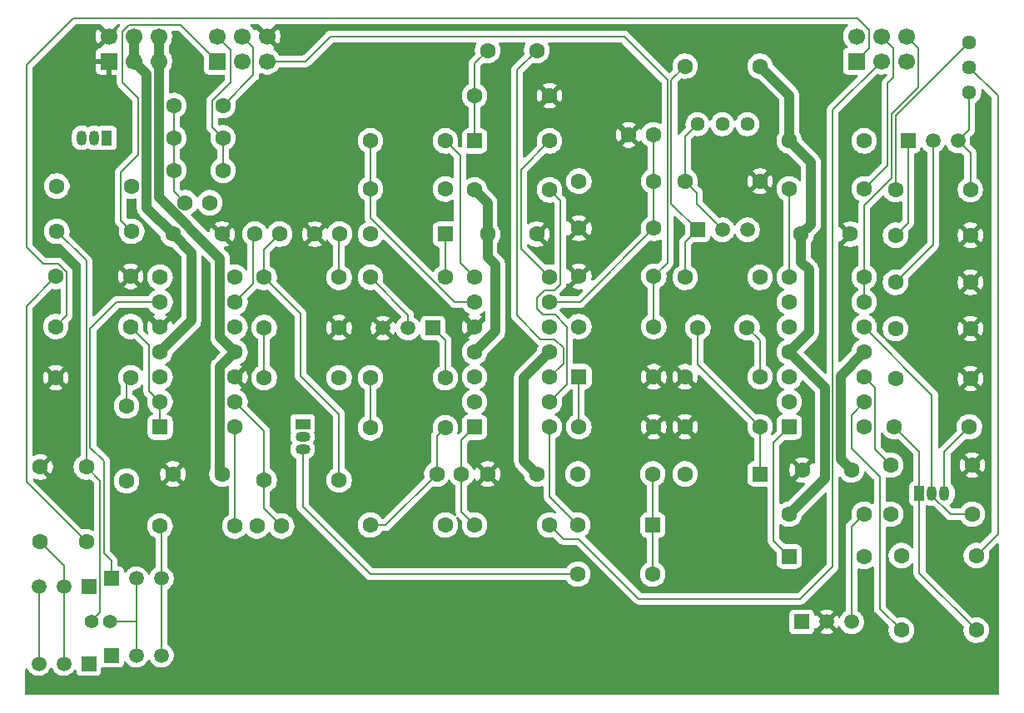
<source format=gtl>
%TF.GenerationSoftware,KiCad,Pcbnew,9.0.7*%
%TF.CreationDate,2026-02-21T19:26:59+01:00*%
%TF.ProjectId,DMH_VCLFO_v2_PCB_Submodule,444d485f-5643-44c4-964f-5f76325f5043,1*%
%TF.SameCoordinates,Original*%
%TF.FileFunction,Copper,L1,Top*%
%TF.FilePolarity,Positive*%
%FSLAX46Y46*%
G04 Gerber Fmt 4.6, Leading zero omitted, Abs format (unit mm)*
G04 Created by KiCad (PCBNEW 9.0.7) date 2026-02-21 19:26:59*
%MOMM*%
%LPD*%
G01*
G04 APERTURE LIST*
G04 Aperture macros list*
%AMRoundRect*
0 Rectangle with rounded corners*
0 $1 Rounding radius*
0 $2 $3 $4 $5 $6 $7 $8 $9 X,Y pos of 4 corners*
0 Add a 4 corners polygon primitive as box body*
4,1,4,$2,$3,$4,$5,$6,$7,$8,$9,$2,$3,0*
0 Add four circle primitives for the rounded corners*
1,1,$1+$1,$2,$3*
1,1,$1+$1,$4,$5*
1,1,$1+$1,$6,$7*
1,1,$1+$1,$8,$9*
0 Add four rect primitives between the rounded corners*
20,1,$1+$1,$2,$3,$4,$5,0*
20,1,$1+$1,$4,$5,$6,$7,0*
20,1,$1+$1,$6,$7,$8,$9,0*
20,1,$1+$1,$8,$9,$2,$3,0*%
G04 Aperture macros list end*
%TA.AperFunction,ComponentPad*%
%ADD10R,1.700000X1.700000*%
%TD*%
%TA.AperFunction,ComponentPad*%
%ADD11C,1.700000*%
%TD*%
%TA.AperFunction,ComponentPad*%
%ADD12C,1.600000*%
%TD*%
%TA.AperFunction,ComponentPad*%
%ADD13R,1.500000X1.500000*%
%TD*%
%TA.AperFunction,ComponentPad*%
%ADD14C,1.500000*%
%TD*%
%TA.AperFunction,ComponentPad*%
%ADD15RoundRect,0.250000X0.550000X0.550000X-0.550000X0.550000X-0.550000X-0.550000X0.550000X-0.550000X0*%
%TD*%
%TA.AperFunction,ComponentPad*%
%ADD16R,1.500000X1.050000*%
%TD*%
%TA.AperFunction,ComponentPad*%
%ADD17O,1.500000X1.050000*%
%TD*%
%TA.AperFunction,ComponentPad*%
%ADD18R,1.050000X1.500000*%
%TD*%
%TA.AperFunction,ComponentPad*%
%ADD19O,1.050000X1.500000*%
%TD*%
%TA.AperFunction,ComponentPad*%
%ADD20RoundRect,0.250000X-0.550000X-0.550000X0.550000X-0.550000X0.550000X0.550000X-0.550000X0.550000X0*%
%TD*%
%TA.AperFunction,ComponentPad*%
%ADD21C,1.400000*%
%TD*%
%TA.AperFunction,ComponentPad*%
%ADD22C,1.440000*%
%TD*%
%TA.AperFunction,Conductor*%
%ADD23C,1.000000*%
%TD*%
%TA.AperFunction,Conductor*%
%ADD24C,0.200000*%
%TD*%
G04 APERTURE END LIST*
D10*
%TO.P,J38,1,Pin_1*%
%TO.N,A_Sqr_S*%
X135000000Y-35000000D03*
D11*
%TO.P,J38,2,Pin_2*%
%TO.N,A_Rmp_S*%
X135000000Y-32460000D03*
%TO.P,J38,3,Pin_3*%
%TO.N,A_Saw_S*%
X137540000Y-35000000D03*
%TO.P,J38,4,Pin_4*%
%TO.N,A_Sin_S*%
X137540000Y-32460000D03*
%TO.P,J38,5,Pin_5*%
%TO.N,A_Tri_S*%
X140080000Y-35000000D03*
%TO.P,J38,6,Pin_6*%
%TO.N,A_Rnd_S*%
X140080000Y-32460000D03*
%TD*%
D10*
%TO.P,J36,1,Pin_1*%
%TO.N,A_VOct_Trim_p3_S*%
X70000000Y-35000000D03*
D11*
%TO.P,J36,2,Pin_2*%
%TO.N,A_Rng_Sw_p1_S*%
X70000000Y-32460000D03*
%TO.P,J36,3,Pin_3*%
%TO.N,unconnected-(J36-Pin_3-Pad3)*%
X72540000Y-35000000D03*
%TO.P,J36,4,Pin_4*%
%TO.N,A_Rng_Sw_p3_S*%
X72540000Y-32460000D03*
%TO.P,J36,5,Pin_5*%
%TO.N,A_Sync_S*%
X75080000Y-35000000D03*
%TO.P,J36,6,Pin_6*%
%TO.N,GND*%
X75080000Y-32460000D03*
%TD*%
D10*
%TO.P,J34,1,Pin_1*%
%TO.N,GND*%
X59000000Y-35000000D03*
D11*
%TO.P,J34,2,Pin_2*%
X59000000Y-32460000D03*
%TO.P,J34,3,Pin_3*%
%TO.N,+12V*%
X61540000Y-35000000D03*
%TO.P,J34,4,Pin_4*%
X61540000Y-32460000D03*
%TO.P,J34,5,Pin_5*%
%TO.N,-12V*%
X64080000Y-35000000D03*
%TO.P,J34,6,Pin_6*%
X64080000Y-32460000D03*
%TD*%
D12*
%TO.P,R74,1*%
%TO.N,Net-(U12D--)*%
X138990000Y-67300000D03*
%TO.P,R74,2*%
%TO.N,GND*%
X146610000Y-67300000D03*
%TD*%
%TO.P,R80,1*%
%TO.N,GND*%
X61210000Y-56900000D03*
%TO.P,R80,2*%
%TO.N,Net-(Q12-B)*%
X53590000Y-56900000D03*
%TD*%
D13*
%TO.P,Q15,1,C*%
%TO.N,Net-(Q12-C)*%
X56940000Y-96300000D03*
D14*
%TO.P,Q15,2,B*%
%TO.N,Net-(Q14-B)*%
X54400000Y-96300000D03*
%TO.P,Q15,3,E*%
%TO.N,Net-(Q12-E)*%
X51860000Y-96300000D03*
%TD*%
D12*
%TO.P,C2,1*%
%TO.N,GND*%
X111850000Y-42500000D03*
%TO.P,C2,2*%
%TO.N,Net-(U11C--)*%
X114350000Y-42500000D03*
%TD*%
%TO.P,C15,1*%
%TO.N,+12V*%
X129400000Y-52600000D03*
%TO.P,C15,2*%
%TO.N,GND*%
X134400000Y-52600000D03*
%TD*%
%TO.P,C3,1*%
%TO.N,Net-(Q11-E)*%
X138500000Y-81100000D03*
%TO.P,C3,2*%
%TO.N,Net-(U12D-+)*%
X138500000Y-76100000D03*
%TD*%
%TO.P,R87,1*%
%TO.N,A_Tri_S*%
X85590000Y-72300000D03*
%TO.P,R87,2*%
%TO.N,Net-(U11A--)*%
X93210000Y-72300000D03*
%TD*%
%TO.P,R78,1*%
%TO.N,Net-(U12A-+)*%
X125210000Y-67100000D03*
%TO.P,R78,2*%
%TO.N,GND*%
X117590000Y-67100000D03*
%TD*%
%TO.P,R77,1*%
%TO.N,Net-(D11-K)*%
X125210000Y-72200000D03*
%TO.P,R77,2*%
%TO.N,GND*%
X117590000Y-72200000D03*
%TD*%
%TO.P,R89,1*%
%TO.N,A_Tri_S*%
X85590000Y-67200000D03*
%TO.P,R89,2*%
%TO.N,Net-(Q16-C)*%
X93210000Y-67200000D03*
%TD*%
D15*
%TO.P,D11,1,K*%
%TO.N,Net-(D11-K)*%
X125210000Y-77000000D03*
D12*
%TO.P,D11,2,A*%
%TO.N,/SubModule A/Sqr_Raw*%
X117590000Y-77000000D03*
%TD*%
%TO.P,R71,1*%
%TO.N,Net-(Q9-D)*%
X147210000Y-92900000D03*
%TO.P,R71,2*%
%TO.N,Net-(U12D--)*%
X139590000Y-92900000D03*
%TD*%
%TO.P,R59,1*%
%TO.N,Net-(D9-K)*%
X106790000Y-72200000D03*
%TO.P,R59,2*%
%TO.N,GND*%
X114410000Y-72200000D03*
%TD*%
D13*
%TO.P,Q14,1,C*%
%TO.N,Net-(Q10-S)*%
X56940000Y-88500000D03*
D14*
%TO.P,Q14,2,B*%
%TO.N,Net-(Q14-B)*%
X54400000Y-88500000D03*
%TO.P,Q14,3,E*%
%TO.N,Net-(Q12-E)*%
X51860000Y-88500000D03*
%TD*%
D15*
%TO.P,D12,1,K*%
%TO.N,Net-(D12-K)*%
X93210000Y-52600000D03*
D12*
%TO.P,D12,2,A*%
%TO.N,/SubModule A/Sqr_Raw*%
X85590000Y-52600000D03*
%TD*%
D15*
%TO.P,D8,1,K*%
%TO.N,Net-(D8-K)*%
X114310000Y-82200000D03*
D12*
%TO.P,D8,2,A*%
%TO.N,Net-(D8-A)*%
X106690000Y-82200000D03*
%TD*%
%TO.P,R63,1*%
%TO.N,/SubModule A/Comp_Ref*%
X106790000Y-47200000D03*
%TO.P,R63,2*%
%TO.N,Net-(U11C--)*%
X114410000Y-47200000D03*
%TD*%
D13*
%TO.P,Q12,1,C*%
%TO.N,Net-(Q12-C)*%
X59250000Y-95450000D03*
D14*
%TO.P,Q12,2,B*%
%TO.N,Net-(Q12-B)*%
X61790000Y-95450000D03*
%TO.P,Q12,3,E*%
%TO.N,Net-(Q12-E)*%
X64330000Y-95450000D03*
%TD*%
D12*
%TO.P,C17,1*%
%TO.N,GND*%
X97500000Y-77000000D03*
%TO.P,C17,2*%
%TO.N,-12V*%
X102500000Y-77000000D03*
%TD*%
%TO.P,R94,1*%
%TO.N,Net-(U10C-+)*%
X74790000Y-62100000D03*
%TO.P,R94,2*%
%TO.N,GND*%
X82410000Y-62100000D03*
%TD*%
D16*
%TO.P,Q17,1,D*%
%TO.N,Net-(Q17-D)*%
X78700000Y-71930000D03*
D17*
%TO.P,Q17,2,S*%
%TO.N,+12V*%
X78700000Y-73200000D03*
%TO.P,Q17,3,G*%
%TO.N,/SubModule A/Reset_pulse*%
X78700000Y-74470000D03*
%TD*%
D12*
%TO.P,R54,1*%
%TO.N,Net-(Q7-C)*%
X117590000Y-57000000D03*
%TO.P,R54,2*%
%TO.N,Net-(R54-Pad2)*%
X125210000Y-57000000D03*
%TD*%
%TO.P,R75,1*%
%TO.N,Net-(Q9-D)*%
X138890000Y-72200000D03*
%TO.P,R75,2*%
%TO.N,Net-(D10-A)*%
X146510000Y-72200000D03*
%TD*%
D18*
%TO.P,Q10,1,D*%
%TO.N,A_Tri_S*%
X58770000Y-42800000D03*
D19*
%TO.P,Q10,2,S*%
%TO.N,Net-(Q10-S)*%
X57500000Y-42800000D03*
%TO.P,Q10,3,G*%
%TO.N,/SubModule A/Reset_pulse*%
X56230000Y-42800000D03*
%TD*%
D12*
%TO.P,C12,1*%
%TO.N,GND*%
X79950000Y-52600000D03*
%TO.P,C12,2*%
%TO.N,Net-(U10C-+)*%
X82450000Y-52600000D03*
%TD*%
D18*
%TO.P,Q9,1,D*%
%TO.N,Net-(Q9-D)*%
X141430000Y-79000000D03*
D19*
%TO.P,Q9,2,S*%
%TO.N,Net-(Q9-S)*%
X142700000Y-79000000D03*
%TO.P,Q9,3,G*%
%TO.N,Net-(D10-A)*%
X143970000Y-79000000D03*
%TD*%
D12*
%TO.P,C18,1*%
%TO.N,GND*%
X129500000Y-76600000D03*
%TO.P,C18,2*%
%TO.N,-12V*%
X134500000Y-76600000D03*
%TD*%
%TO.P,C6,1*%
%TO.N,Net-(U12A-+)*%
X123900000Y-62100000D03*
%TO.P,C6,2*%
%TO.N,Net-(D11-K)*%
X118900000Y-62100000D03*
%TD*%
%TO.P,C14,1*%
%TO.N,+12V*%
X97500000Y-52600000D03*
%TO.P,C14,2*%
%TO.N,GND*%
X102500000Y-52600000D03*
%TD*%
%TO.P,C5,1*%
%TO.N,Net-(Q10-S)*%
X65600000Y-39500000D03*
%TO.P,C5,2*%
%TO.N,A_Rng_Sw_p3_S*%
X70600000Y-39500000D03*
%TD*%
%TO.P,R91,1*%
%TO.N,A_Saw_S*%
X103810000Y-82200000D03*
%TO.P,R91,2*%
%TO.N,Net-(C8-Pad2)*%
X96190000Y-82200000D03*
%TD*%
%TO.P,R85,1*%
%TO.N,GND*%
X53590000Y-67200000D03*
%TO.P,R85,2*%
%TO.N,Net-(U10A-+)*%
X61210000Y-67200000D03*
%TD*%
%TO.P,C7,1*%
%TO.N,Net-(Q10-S)*%
X65600000Y-46100000D03*
%TO.P,C7,2*%
%TO.N,A_Rng_Sw_p1_S*%
X70600000Y-46100000D03*
%TD*%
%TO.P,R65,1*%
%TO.N,Net-(Q8-B)*%
X138990000Y-57500000D03*
%TO.P,R65,2*%
%TO.N,GND*%
X146610000Y-57500000D03*
%TD*%
D20*
%TO.P,U12,1*%
%TO.N,Net-(D10-K)*%
X128190000Y-72215000D03*
D12*
%TO.P,U12,2,-*%
%TO.N,/SubModule A/Comp_Ref*%
X128190000Y-69675000D03*
%TO.P,U12,3,+*%
%TO.N,Net-(U12A-+)*%
X128190000Y-67135000D03*
%TO.P,U12,4,V+*%
%TO.N,+12V*%
X128190000Y-64595000D03*
%TO.P,U12,5,+*%
%TO.N,Net-(Q8-C)*%
X128190000Y-62055000D03*
%TO.P,U12,6,-*%
%TO.N,Net-(Q7-C)*%
X128190000Y-59515000D03*
%TO.P,U12,7*%
%TO.N,Net-(R54-Pad2)*%
X128190000Y-56975000D03*
%TO.P,U12,8*%
%TO.N,A_Rnd_S*%
X135810000Y-56975000D03*
%TO.P,U12,9,-*%
X135810000Y-59515000D03*
%TO.P,U12,10,+*%
%TO.N,Net-(Q9-S)*%
X135810000Y-62055000D03*
%TO.P,U12,11,V-*%
%TO.N,-12V*%
X135810000Y-64595000D03*
%TO.P,U12,12,+*%
%TO.N,Net-(U12D-+)*%
X135810000Y-67135000D03*
%TO.P,U12,13,-*%
%TO.N,Net-(U12D--)*%
X135810000Y-69675000D03*
%TO.P,U12,14*%
%TO.N,Net-(Q9-D)*%
X135810000Y-72215000D03*
%TD*%
%TO.P,R96,1*%
%TO.N,Net-(Q14-B)*%
X52000000Y-83910000D03*
%TO.P,R96,2*%
%TO.N,GND*%
X52000000Y-76290000D03*
%TD*%
%TO.P,R57,1*%
%TO.N,+12V*%
X128190000Y-43100000D03*
%TO.P,R57,2*%
%TO.N,Net-(Q8-C)*%
X135810000Y-43100000D03*
%TD*%
%TO.P,R62,1*%
%TO.N,+12V*%
X96190000Y-48100000D03*
%TO.P,R62,2*%
%TO.N,/SubModule A/Comp_Ref*%
X103810000Y-48100000D03*
%TD*%
%TO.P,R92,1*%
%TO.N,Net-(D12-K)*%
X93210000Y-57000000D03*
%TO.P,R92,2*%
%TO.N,Net-(Q16-B)*%
X85590000Y-57000000D03*
%TD*%
D20*
%TO.P,D10,1,K*%
%TO.N,Net-(D10-K)*%
X128190000Y-85400000D03*
D12*
%TO.P,D10,2,A*%
%TO.N,Net-(D10-A)*%
X135810000Y-85400000D03*
%TD*%
%TO.P,R76,1*%
%TO.N,Net-(R72-Pad2)*%
X56700000Y-76290000D03*
%TO.P,R76,2*%
%TO.N,Net-(Q12-B)*%
X56700000Y-83910000D03*
%TD*%
%TO.P,R84,1*%
%TO.N,Net-(U10A-+)*%
X60800000Y-70090000D03*
%TO.P,R84,2*%
%TO.N,/SubModule A/Sqr_Raw*%
X60800000Y-77710000D03*
%TD*%
D13*
%TO.P,Q16,1,C*%
%TO.N,Net-(Q16-C)*%
X91950000Y-62150000D03*
D14*
%TO.P,Q16,2,B*%
%TO.N,Net-(Q16-B)*%
X89410000Y-62150000D03*
%TO.P,Q16,3,E*%
%TO.N,GND*%
X86870000Y-62150000D03*
%TD*%
D12*
%TO.P,R81,1*%
%TO.N,Net-(U11A--)*%
X85590000Y-82200000D03*
%TO.P,R81,2*%
%TO.N,Net-(C8-Pad2)*%
X93210000Y-82200000D03*
%TD*%
%TO.P,R55,1*%
%TO.N,GND*%
X106790000Y-56900000D03*
%TO.P,R55,2*%
%TO.N,A_Sync_S*%
X114410000Y-56900000D03*
%TD*%
%TO.P,R64,1*%
%TO.N,Net-(Q7-B)*%
X117590000Y-47200000D03*
%TO.P,R64,2*%
%TO.N,GND*%
X125210000Y-47200000D03*
%TD*%
%TO.P,R93,1*%
%TO.N,Net-(U10C-+)*%
X74790000Y-67200000D03*
%TO.P,R93,2*%
%TO.N,Net-(Q17-D)*%
X82410000Y-67200000D03*
%TD*%
D20*
%TO.P,D7,1,K*%
%TO.N,Net-(D7-K)*%
X96190000Y-43100000D03*
D12*
%TO.P,D7,2,A*%
%TO.N,Net-(D7-A)*%
X103810000Y-43100000D03*
%TD*%
%TO.P,C63,1*%
%TO.N,Net-(Q10-S)*%
X65600000Y-42800000D03*
%TO.P,C63,2*%
%TO.N,A_Rng_Sw_p1_S*%
X70600000Y-42800000D03*
%TD*%
%TO.P,R70,1*%
%TO.N,+12V*%
X128190000Y-81100000D03*
%TO.P,R70,2*%
%TO.N,Net-(Q11-E)*%
X135810000Y-81100000D03*
%TD*%
D13*
%TO.P,Q13,1,C*%
%TO.N,Net-(Q10-S)*%
X59250000Y-87650000D03*
D14*
%TO.P,Q13,2,B*%
%TO.N,Net-(Q12-B)*%
X61790000Y-87650000D03*
%TO.P,Q13,3,E*%
%TO.N,Net-(Q12-E)*%
X64330000Y-87650000D03*
%TD*%
D12*
%TO.P,C8,1*%
%TO.N,Net-(U11A--)*%
X92350000Y-77000000D03*
%TO.P,C8,2*%
%TO.N,Net-(C8-Pad2)*%
X94850000Y-77000000D03*
%TD*%
%TO.P,R72,1*%
%TO.N,A_VOct_Trim_p3_S*%
X61310000Y-52300000D03*
%TO.P,R72,2*%
%TO.N,Net-(R72-Pad2)*%
X53690000Y-52300000D03*
%TD*%
%TO.P,R88,1*%
%TO.N,Net-(Q12-C)*%
X74790000Y-77600000D03*
%TO.P,R88,2*%
%TO.N,/SubModule A/Sqr_Raw*%
X82410000Y-77600000D03*
%TD*%
%TO.P,R58,1*%
%TO.N,Net-(D7-K)*%
X96190000Y-38500000D03*
%TO.P,R58,2*%
%TO.N,GND*%
X103810000Y-38500000D03*
%TD*%
%TO.P,R82,1*%
%TO.N,Net-(C8-Pad2)*%
X93210000Y-48000000D03*
%TO.P,R82,2*%
%TO.N,Net-(U11B--)*%
X85590000Y-48000000D03*
%TD*%
%TO.P,R95,1*%
%TO.N,Net-(Q12-E)*%
X64190000Y-82300000D03*
%TO.P,R95,2*%
%TO.N,Net-(C11-Pad2)*%
X71810000Y-82300000D03*
%TD*%
%TO.P,C11,1*%
%TO.N,Net-(Q12-C)*%
X76550000Y-82300000D03*
%TO.P,C11,2*%
%TO.N,Net-(C11-Pad2)*%
X74050000Y-82300000D03*
%TD*%
%TO.P,R83,1*%
%TO.N,Net-(U11B--)*%
X85590000Y-43100000D03*
%TO.P,R83,2*%
%TO.N,A_Rmp_S*%
X93210000Y-43100000D03*
%TD*%
%TO.P,R60,1*%
%TO.N,Net-(D8-K)*%
X114310000Y-77000000D03*
%TO.P,R60,2*%
%TO.N,-12V*%
X106690000Y-77000000D03*
%TD*%
%TO.P,C13,1*%
%TO.N,+12V*%
X65500000Y-52600000D03*
%TO.P,C13,2*%
%TO.N,GND*%
X70500000Y-52600000D03*
%TD*%
%TO.P,R67,1*%
%TO.N,Net-(Q7-E)*%
X138980000Y-48050000D03*
%TO.P,R67,2*%
%TO.N,Net-(Q8-E)*%
X146600000Y-48050000D03*
%TD*%
%TO.P,R53,1*%
%TO.N,/SubModule A/Reset_pulse*%
X106690000Y-87200000D03*
%TO.P,R53,2*%
%TO.N,Net-(D8-K)*%
X114310000Y-87200000D03*
%TD*%
%TO.P,C4,1*%
%TO.N,Net-(Q9-S)*%
X146800000Y-81100000D03*
%TO.P,C4,2*%
%TO.N,GND*%
X146800000Y-76100000D03*
%TD*%
%TO.P,R90,1*%
%TO.N,/SubModule A/Sqr_Raw*%
X74790000Y-57000000D03*
%TO.P,R90,2*%
%TO.N,Net-(U10C-+)*%
X82410000Y-57000000D03*
%TD*%
%TO.P,C10,1*%
%TO.N,A_Tri_S*%
X73850000Y-52600000D03*
%TO.P,C10,2*%
%TO.N,/SubModule A/Sqr_Raw*%
X76350000Y-52600000D03*
%TD*%
%TO.P,R79,1*%
%TO.N,A_Sqr_S*%
X53590000Y-62000000D03*
%TO.P,R79,2*%
%TO.N,Net-(U10A--)*%
X61210000Y-62000000D03*
%TD*%
D21*
%TO.P,TH1,1*%
%TO.N,Net-(R72-Pad2)*%
X57195000Y-92000000D03*
%TO.P,TH1,2*%
%TO.N,Net-(Q12-B)*%
X59095000Y-92000000D03*
%TD*%
D12*
%TO.P,R56,1*%
%TO.N,+12V*%
X125210000Y-35500000D03*
%TO.P,R56,2*%
%TO.N,Net-(Q7-C)*%
X117590000Y-35500000D03*
%TD*%
D20*
%TO.P,U11,1*%
%TO.N,Net-(C8-Pad2)*%
X96190000Y-72215000D03*
D12*
%TO.P,U11,2,-*%
%TO.N,Net-(U11A--)*%
X96190000Y-69675000D03*
%TO.P,U11,3,+*%
%TO.N,Net-(Q16-C)*%
X96190000Y-67135000D03*
%TO.P,U11,4,V+*%
%TO.N,+12V*%
X96190000Y-64595000D03*
%TO.P,U11,5,+*%
%TO.N,GND*%
X96190000Y-62055000D03*
%TO.P,U11,6,-*%
%TO.N,Net-(U11B--)*%
X96190000Y-59515000D03*
%TO.P,U11,7*%
%TO.N,A_Rmp_S*%
X96190000Y-56975000D03*
%TO.P,U11,8*%
%TO.N,Net-(D7-A)*%
X103810000Y-56975000D03*
%TO.P,U11,9,-*%
%TO.N,Net-(U11C--)*%
X103810000Y-59515000D03*
%TO.P,U11,10,+*%
%TO.N,Net-(U11C-+)*%
X103810000Y-62055000D03*
%TO.P,U11,11,V-*%
%TO.N,-12V*%
X103810000Y-64595000D03*
%TO.P,U11,12,+*%
%TO.N,Net-(D9-K)*%
X103810000Y-67135000D03*
%TO.P,U11,13,-*%
%TO.N,/SubModule A/Comp_Ref*%
X103810000Y-69675000D03*
%TO.P,U11,14*%
%TO.N,Net-(D8-A)*%
X103810000Y-72215000D03*
%TD*%
D13*
%TO.P,Q11,1,C*%
%TO.N,unconnected-(Q11-C-Pad1)*%
X129460000Y-92050000D03*
D14*
%TO.P,Q11,2,B*%
%TO.N,GND*%
X132000000Y-92050000D03*
%TO.P,Q11,3,E*%
%TO.N,Net-(Q11-E)*%
X134540000Y-92050000D03*
%TD*%
D12*
%TO.P,R86,1*%
%TO.N,A_Tri_S*%
X61310000Y-47700000D03*
%TO.P,R86,2*%
%TO.N,Net-(R86-Pad2)*%
X53690000Y-47700000D03*
%TD*%
%TO.P,C16,1*%
%TO.N,GND*%
X65500000Y-77000000D03*
%TO.P,C16,2*%
%TO.N,-12V*%
X70500000Y-77000000D03*
%TD*%
D22*
%TO.P,RV14,1,1*%
%TO.N,Net-(Q8-E)*%
X146495000Y-38140000D03*
%TO.P,RV14,2,2*%
%TO.N,Net-(R69-Pad2)*%
X146495000Y-35600000D03*
%TO.P,RV14,3,3*%
%TO.N,Net-(Q7-E)*%
X146495000Y-33060000D03*
%TD*%
D12*
%TO.P,R61,1*%
%TO.N,Net-(R54-Pad2)*%
X128190000Y-48000000D03*
%TO.P,R61,2*%
%TO.N,A_Sin_S*%
X135810000Y-48000000D03*
%TD*%
D20*
%TO.P,D9,1,K*%
%TO.N,Net-(D9-K)*%
X106790000Y-67100000D03*
D12*
%TO.P,D9,2,A*%
%TO.N,GND*%
X114410000Y-67100000D03*
%TD*%
D22*
%TO.P,RV13,1,1*%
%TO.N,A_Tri_S*%
X123940000Y-41405000D03*
%TO.P,RV13,2,2*%
X121400000Y-41405000D03*
%TO.P,RV13,3,3*%
%TO.N,Net-(Q7-B)*%
X118860000Y-41405000D03*
%TD*%
D13*
%TO.P,Q7,1,C*%
%TO.N,Net-(Q7-C)*%
X118860000Y-52150000D03*
D14*
%TO.P,Q7,2,B*%
%TO.N,Net-(Q7-B)*%
X121400000Y-52150000D03*
%TO.P,Q7,3,E*%
%TO.N,Net-(Q7-E)*%
X123940000Y-52150000D03*
%TD*%
D12*
%TO.P,R52,1*%
%TO.N,A_Sync_S*%
X114410000Y-62000000D03*
%TO.P,R52,2*%
%TO.N,Net-(U11C-+)*%
X106790000Y-62000000D03*
%TD*%
%TO.P,C1,1*%
%TO.N,Net-(D7-K)*%
X97500000Y-33900000D03*
%TO.P,C1,2*%
%TO.N,Net-(D9-K)*%
X102500000Y-33900000D03*
%TD*%
%TO.P,R73,1*%
%TO.N,Net-(U12D-+)*%
X138990000Y-62200000D03*
%TO.P,R73,2*%
%TO.N,GND*%
X146610000Y-62200000D03*
%TD*%
%TO.P,R66,1*%
%TO.N,Net-(Q8-C)*%
X138990000Y-52700000D03*
%TO.P,R66,2*%
%TO.N,GND*%
X146610000Y-52700000D03*
%TD*%
%TO.P,R68,1*%
%TO.N,Net-(U11C--)*%
X114410000Y-52000000D03*
%TO.P,R68,2*%
%TO.N,GND*%
X106790000Y-52000000D03*
%TD*%
D13*
%TO.P,Q8,1,C*%
%TO.N,Net-(Q8-C)*%
X140260000Y-43100000D03*
D14*
%TO.P,Q8,2,B*%
%TO.N,Net-(Q8-B)*%
X142800000Y-43100000D03*
%TO.P,Q8,3,E*%
%TO.N,Net-(Q8-E)*%
X145340000Y-43100000D03*
%TD*%
D12*
%TO.P,R69,1*%
%TO.N,-12V*%
X139590000Y-85300000D03*
%TO.P,R69,2*%
%TO.N,Net-(R69-Pad2)*%
X147210000Y-85300000D03*
%TD*%
D20*
%TO.P,U10,1*%
%TO.N,Net-(U10A--)*%
X64190000Y-72215000D03*
D12*
%TO.P,U10,2,-*%
X64190000Y-69675000D03*
%TO.P,U10,3,+*%
%TO.N,Net-(U10A-+)*%
X64190000Y-67135000D03*
%TO.P,U10,4,V+*%
%TO.N,+12V*%
X64190000Y-64595000D03*
%TO.P,U10,5,+*%
%TO.N,GND*%
X64190000Y-62055000D03*
%TO.P,U10,6,-*%
%TO.N,Net-(Q10-S)*%
X64190000Y-59515000D03*
%TO.P,U10,7*%
%TO.N,Net-(R86-Pad2)*%
X64190000Y-56975000D03*
%TO.P,U10,8*%
%TO.N,/SubModule A/Sqr_Raw*%
X71810000Y-56975000D03*
%TO.P,U10,9,-*%
%TO.N,A_Tri_S*%
X71810000Y-59515000D03*
%TO.P,U10,10,+*%
%TO.N,Net-(U10C-+)*%
X71810000Y-62055000D03*
%TO.P,U10,11,V-*%
%TO.N,-12V*%
X71810000Y-64595000D03*
%TO.P,U10,12,+*%
%TO.N,GND*%
X71810000Y-67135000D03*
%TO.P,U10,13,-*%
%TO.N,Net-(Q12-C)*%
X71810000Y-69675000D03*
%TO.P,U10,14*%
%TO.N,Net-(C11-Pad2)*%
X71810000Y-72215000D03*
%TD*%
%TO.P,C9,1*%
%TO.N,Net-(Q10-S)*%
X66750000Y-49400000D03*
%TO.P,C9,2*%
%TO.N,A_Tri_S*%
X69250000Y-49400000D03*
%TD*%
D23*
%TO.N,+12V*%
X98299999Y-55699999D02*
X98299999Y-62485001D01*
X67400000Y-61385000D02*
X67400000Y-54500000D01*
X129400000Y-52600000D02*
X130400000Y-51600000D01*
X128190000Y-81100000D02*
X131800000Y-77490000D01*
X62811000Y-49911000D02*
X65500000Y-52600000D01*
X130199999Y-62585001D02*
X128190000Y-64595000D01*
X98299999Y-62485001D02*
X96190000Y-64595000D01*
X97500000Y-52600000D02*
X97500000Y-54900000D01*
X67400000Y-54500000D02*
X65500000Y-52600000D01*
X62811000Y-36271000D02*
X62811000Y-49911000D01*
X64190000Y-64595000D02*
X67400000Y-61385000D01*
X97500000Y-54900000D02*
X98299999Y-55699999D01*
X130199999Y-56199999D02*
X130199999Y-62585001D01*
X61540000Y-35000000D02*
X62811000Y-36271000D01*
X130400000Y-45310000D02*
X128190000Y-43100000D01*
X131800000Y-77490000D02*
X131800000Y-68205000D01*
X97500000Y-52600000D02*
X97500000Y-49410000D01*
X128190000Y-38480000D02*
X125210000Y-35500000D01*
X129400000Y-52600000D02*
X129400000Y-55400000D01*
X61540000Y-32460000D02*
X61540000Y-35000000D01*
X128190000Y-43100000D02*
X128190000Y-38480000D01*
X130400000Y-51600000D02*
X130400000Y-45310000D01*
X129400000Y-55400000D02*
X130199999Y-56199999D01*
X131800000Y-68205000D02*
X128190000Y-64595000D01*
X97500000Y-49410000D02*
X96190000Y-48100000D01*
%TO.N,-12V*%
X64080000Y-35000000D02*
X64080000Y-32460000D01*
X133401000Y-75501000D02*
X133401000Y-67004000D01*
X70309000Y-63094000D02*
X71810000Y-64595000D01*
X102500000Y-77000000D02*
X101200000Y-75700000D01*
X101200000Y-75700000D02*
X101200000Y-67205000D01*
X70309000Y-66096000D02*
X71810000Y-64595000D01*
X101200000Y-67205000D02*
X103810000Y-64595000D01*
X70500000Y-77000000D02*
X70309000Y-76809000D01*
X64080000Y-35000000D02*
X64080000Y-48852735D01*
X70309000Y-55081735D02*
X70309000Y-63094000D01*
X133401000Y-67004000D02*
X135810000Y-64595000D01*
X134500000Y-76600000D02*
X133401000Y-75501000D01*
X64080000Y-48852735D02*
X70309000Y-55081735D01*
X70309000Y-76809000D02*
X70309000Y-66096000D01*
D24*
%TO.N,Net-(D9-K)*%
X104300000Y-63300000D02*
X102900000Y-63300000D01*
X105199000Y-64199000D02*
X104300000Y-63300000D01*
X100499000Y-35901000D02*
X102500000Y-33900000D01*
X105199000Y-65746000D02*
X105199000Y-64199000D01*
X103810000Y-67135000D02*
X105199000Y-65746000D01*
X100499000Y-60899000D02*
X100499000Y-35901000D01*
X102900000Y-63300000D02*
X100499000Y-60899000D01*
X106790000Y-72200000D02*
X106790000Y-67100000D01*
%TO.N,Net-(D7-K)*%
X96190000Y-43100000D02*
X96190000Y-38500000D01*
X96190000Y-35210000D02*
X97500000Y-33900000D01*
X96190000Y-38500000D02*
X96190000Y-35210000D01*
%TO.N,Net-(U11C--)*%
X103810000Y-59515000D02*
X106895000Y-59515000D01*
X106895000Y-59515000D02*
X114410000Y-52000000D01*
X114410000Y-42560000D02*
X114350000Y-42500000D01*
X114410000Y-47200000D02*
X114410000Y-42560000D01*
X114410000Y-52000000D02*
X114410000Y-47200000D01*
%TO.N,Net-(Q11-E)*%
X134540000Y-82370000D02*
X135810000Y-81100000D01*
X134540000Y-92050000D02*
X134540000Y-82370000D01*
%TO.N,Net-(U12A-+)*%
X125210000Y-63410000D02*
X123900000Y-62100000D01*
X125210000Y-67100000D02*
X125210000Y-63410000D01*
%TO.N,Net-(Q9-S)*%
X144575000Y-81100000D02*
X146800000Y-81100000D01*
X142700000Y-79000000D02*
X142700000Y-79225000D01*
X142700000Y-79000000D02*
X142700000Y-68945000D01*
X142700000Y-79225000D02*
X144575000Y-81100000D01*
X142700000Y-68945000D02*
X135810000Y-62055000D01*
%TO.N,Net-(Q10-S)*%
X59785000Y-59515000D02*
X64190000Y-59515000D01*
X65600000Y-46100000D02*
X65600000Y-48250000D01*
X59250000Y-87650000D02*
X59250000Y-85850000D01*
X59250000Y-85850000D02*
X58501000Y-85101000D01*
X58501000Y-85101000D02*
X58501000Y-75701000D01*
X58501000Y-75701000D02*
X57101000Y-74301000D01*
X65600000Y-42800000D02*
X65600000Y-39500000D01*
X57101000Y-62199000D02*
X59785000Y-59515000D01*
X65600000Y-46100000D02*
X65600000Y-42800000D01*
X65600000Y-48250000D02*
X66750000Y-49400000D01*
X57101000Y-74301000D02*
X57101000Y-62199000D01*
%TO.N,A_Rng_Sw_p3_S*%
X70600000Y-39500000D02*
X73691000Y-36409000D01*
X73691000Y-36409000D02*
X73691000Y-33611000D01*
X73691000Y-33611000D02*
X72540000Y-32460000D01*
%TO.N,Net-(D11-K)*%
X125210000Y-72200000D02*
X118900000Y-65890000D01*
X125210000Y-77000000D02*
X125210000Y-72200000D01*
X118900000Y-65890000D02*
X118900000Y-62100000D01*
%TO.N,Net-(U12D-+)*%
X136911000Y-74511000D02*
X136911000Y-68236000D01*
X138500000Y-76100000D02*
X136911000Y-74511000D01*
X136911000Y-68236000D02*
X135810000Y-67135000D01*
%TO.N,A_Rng_Sw_p1_S*%
X69499000Y-41699000D02*
X70600000Y-42800000D01*
X71389000Y-33849000D02*
X71389000Y-37111000D01*
X70000000Y-32460000D02*
X71389000Y-33849000D01*
X69499000Y-39001000D02*
X69499000Y-41699000D01*
X71389000Y-37111000D02*
X69499000Y-39001000D01*
X70600000Y-46100000D02*
X70600000Y-42800000D01*
%TO.N,Net-(U11A--)*%
X87150000Y-82200000D02*
X92350000Y-77000000D01*
X85590000Y-82200000D02*
X87150000Y-82200000D01*
X92350000Y-73160000D02*
X93210000Y-72300000D01*
X92350000Y-77000000D02*
X92350000Y-73160000D01*
%TO.N,Net-(C8-Pad2)*%
X94850000Y-80860000D02*
X96190000Y-82200000D01*
X94850000Y-77000000D02*
X94850000Y-80860000D01*
X94850000Y-77000000D02*
X94850000Y-73555000D01*
X94850000Y-73555000D02*
X96190000Y-72215000D01*
%TO.N,A_Tri_S*%
X85590000Y-72300000D02*
X85590000Y-67200000D01*
X73689000Y-57636000D02*
X73689000Y-52761000D01*
X73689000Y-52761000D02*
X73850000Y-52600000D01*
X71810000Y-59515000D02*
X73689000Y-57636000D01*
%TO.N,/SubModule A/Sqr_Raw*%
X78500000Y-60710000D02*
X74790000Y-57000000D01*
X74790000Y-54160000D02*
X76350000Y-52600000D01*
X82410000Y-77600000D02*
X82410000Y-70910000D01*
X78500000Y-67000000D02*
X78500000Y-60710000D01*
X74790000Y-57000000D02*
X74790000Y-54160000D01*
X82410000Y-70910000D02*
X78500000Y-67000000D01*
%TO.N,Net-(C11-Pad2)*%
X71810000Y-82300000D02*
X71810000Y-72215000D01*
%TO.N,Net-(Q12-C)*%
X71810000Y-69675000D02*
X74790000Y-72655000D01*
X74790000Y-77600000D02*
X74790000Y-80540000D01*
X74790000Y-80540000D02*
X76550000Y-82300000D01*
X74790000Y-72655000D02*
X74790000Y-77600000D01*
%TO.N,Net-(U10C-+)*%
X82410000Y-52640000D02*
X82450000Y-52600000D01*
X74790000Y-67200000D02*
X74790000Y-62100000D01*
X82410000Y-57000000D02*
X82410000Y-52640000D01*
%TO.N,Net-(D7-A)*%
X100900000Y-46010000D02*
X103810000Y-43100000D01*
X103810000Y-56975000D02*
X100900000Y-54065000D01*
X100900000Y-54065000D02*
X100900000Y-46010000D01*
%TO.N,Net-(D8-A)*%
X103810000Y-79320000D02*
X106690000Y-82200000D01*
X103810000Y-72215000D02*
X103810000Y-79320000D01*
%TO.N,Net-(D8-K)*%
X114310000Y-82200000D02*
X114310000Y-77000000D01*
X114310000Y-87200000D02*
X114310000Y-82200000D01*
%TO.N,Net-(D10-A)*%
X143970000Y-74740000D02*
X146510000Y-72200000D01*
X143970000Y-79000000D02*
X143970000Y-74740000D01*
%TO.N,Net-(D10-K)*%
X126600000Y-73805000D02*
X128190000Y-72215000D01*
X126600000Y-83810000D02*
X126600000Y-73805000D01*
X128190000Y-85400000D02*
X126600000Y-83810000D01*
%TO.N,Net-(D12-K)*%
X93210000Y-57000000D02*
X93210000Y-52600000D01*
%TO.N,A_VOct_Trim_p3_S*%
X62010000Y-38800000D02*
X60389000Y-37179000D01*
X60389000Y-31983240D02*
X61072240Y-31300000D01*
X60209000Y-51199000D02*
X60209000Y-46301000D01*
X61072240Y-31300000D02*
X66300000Y-31300000D01*
X60389000Y-37179000D02*
X60389000Y-31983240D01*
X61310000Y-52300000D02*
X60209000Y-51199000D01*
X60209000Y-46301000D02*
X62010000Y-44500000D01*
X66300000Y-31300000D02*
X70000000Y-35000000D01*
X62010000Y-44500000D02*
X62010000Y-38800000D01*
%TO.N,A_Sync_S*%
X111400000Y-32500000D02*
X115800000Y-36900000D01*
X75080000Y-35000000D02*
X79000000Y-35000000D01*
X115800000Y-36900000D02*
X115800000Y-55510000D01*
X81500000Y-32500000D02*
X111400000Y-32500000D01*
X114410000Y-62000000D02*
X114410000Y-56900000D01*
X115800000Y-55510000D02*
X114410000Y-56900000D01*
X79000000Y-35000000D02*
X81500000Y-32500000D01*
%TO.N,A_Saw_S*%
X106800000Y-83600000D02*
X112900000Y-89700000D01*
X129300000Y-89700000D02*
X132600000Y-86400000D01*
X132600000Y-86400000D02*
X132600000Y-39940000D01*
X112900000Y-89700000D02*
X129300000Y-89700000D01*
X105210000Y-83600000D02*
X106800000Y-83600000D01*
X103810000Y-82200000D02*
X105210000Y-83600000D01*
X132600000Y-39940000D02*
X137540000Y-35000000D01*
%TO.N,A_Rmp_S*%
X94700000Y-55485000D02*
X94700000Y-44590000D01*
X96190000Y-56975000D02*
X94700000Y-55485000D01*
X94700000Y-44590000D02*
X93210000Y-43100000D01*
%TO.N,A_Rnd_S*%
X138579000Y-46893950D02*
X138579000Y-40408900D01*
X141300000Y-37687900D02*
X141300000Y-33680000D01*
X135810000Y-49662950D02*
X138579000Y-46893950D01*
X135810000Y-59515000D02*
X135810000Y-56975000D01*
X138579000Y-40408900D02*
X141300000Y-37687900D01*
X141300000Y-33680000D02*
X140080000Y-32460000D01*
X135810000Y-56975000D02*
X135810000Y-49662950D01*
%TO.N,A_Sin_S*%
X138178000Y-37265760D02*
X138800000Y-36643760D01*
X138800000Y-36643760D02*
X138800000Y-33720000D01*
X135810000Y-48000000D02*
X138178000Y-45632000D01*
X138800000Y-33720000D02*
X137540000Y-32460000D01*
X138178000Y-45632000D02*
X138178000Y-37265760D01*
%TO.N,A_Sqr_S*%
X136300000Y-31800000D02*
X136300000Y-33700000D01*
X54691000Y-56443950D02*
X53847050Y-55600000D01*
X50601000Y-35399000D02*
X55399000Y-30601000D01*
X55399000Y-30601000D02*
X135101000Y-30601000D01*
X53847050Y-55600000D02*
X52300000Y-55600000D01*
X50601000Y-53901000D02*
X50601000Y-35399000D01*
X52300000Y-55600000D02*
X50601000Y-53901000D01*
X136300000Y-33700000D02*
X135000000Y-35000000D01*
X54691000Y-60899000D02*
X54691000Y-56443950D01*
X53590000Y-62000000D02*
X54691000Y-60899000D01*
X135101000Y-30601000D02*
X136300000Y-31800000D01*
%TO.N,Net-(Q7-E)*%
X138980000Y-40575000D02*
X146495000Y-33060000D01*
X138980000Y-48050000D02*
X138980000Y-40575000D01*
%TO.N,Net-(Q7-B)*%
X117590000Y-42675000D02*
X118860000Y-41405000D01*
X121400000Y-52150000D02*
X118800000Y-49550000D01*
X117590000Y-47200000D02*
X117590000Y-42675000D01*
X118800000Y-49550000D02*
X118800000Y-48410000D01*
X118800000Y-48410000D02*
X117590000Y-47200000D01*
%TO.N,Net-(Q7-C)*%
X116200000Y-49490000D02*
X118860000Y-52150000D01*
X116200000Y-36890000D02*
X116200000Y-49490000D01*
X117590000Y-35500000D02*
X116200000Y-36890000D01*
X117590000Y-57000000D02*
X117590000Y-53420000D01*
X117590000Y-53420000D02*
X118860000Y-52150000D01*
%TO.N,Net-(Q8-B)*%
X138990000Y-57500000D02*
X142800000Y-53690000D01*
X142800000Y-53690000D02*
X142800000Y-43100000D01*
%TO.N,Net-(Q8-E)*%
X146495000Y-38140000D02*
X146495000Y-41945000D01*
X146600000Y-48050000D02*
X146600000Y-44360000D01*
X146600000Y-44360000D02*
X145340000Y-43100000D01*
X146495000Y-41945000D02*
X145340000Y-43100000D01*
%TO.N,Net-(Q8-C)*%
X140260000Y-51430000D02*
X140260000Y-43100000D01*
X138990000Y-52700000D02*
X140260000Y-51430000D01*
%TO.N,Net-(Q9-D)*%
X141430000Y-74740000D02*
X138890000Y-72200000D01*
X141430000Y-79000000D02*
X141430000Y-74740000D01*
X147210000Y-92900000D02*
X141430000Y-87120000D01*
X141430000Y-87120000D02*
X141430000Y-79000000D01*
%TO.N,/SubModule A/Reset_pulse*%
X78700000Y-80300000D02*
X85600000Y-87200000D01*
X85600000Y-87200000D02*
X106690000Y-87200000D01*
X78700000Y-74470000D02*
X78700000Y-80300000D01*
%TO.N,Net-(Q12-B)*%
X50601000Y-77811000D02*
X50601000Y-59889000D01*
X50601000Y-59889000D02*
X53590000Y-56900000D01*
X56700000Y-83910000D02*
X50601000Y-77811000D01*
X59095000Y-92000000D02*
X61790000Y-92000000D01*
X61790000Y-95450000D02*
X61790000Y-92000000D01*
X61790000Y-92000000D02*
X61790000Y-87650000D01*
%TO.N,Net-(Q12-E)*%
X51860000Y-96300000D02*
X51860000Y-88500000D01*
X64330000Y-82440000D02*
X64190000Y-82300000D01*
X64330000Y-95450000D02*
X64330000Y-87650000D01*
X64330000Y-87650000D02*
X64330000Y-82440000D01*
%TO.N,Net-(Q14-B)*%
X54400000Y-88500000D02*
X54400000Y-86310000D01*
X54400000Y-86310000D02*
X52000000Y-83910000D01*
X54400000Y-96300000D02*
X54400000Y-88500000D01*
%TO.N,Net-(Q16-B)*%
X89410000Y-60820000D02*
X85590000Y-57000000D01*
X89410000Y-62150000D02*
X89410000Y-60820000D01*
%TO.N,Net-(Q16-C)*%
X93210000Y-63410000D02*
X91950000Y-62150000D01*
X93210000Y-67200000D02*
X93210000Y-63410000D01*
%TO.N,Net-(R54-Pad2)*%
X128190000Y-56975000D02*
X128190000Y-48000000D01*
%TO.N,/SubModule A/Comp_Ref*%
X103810000Y-69675000D02*
X105600000Y-67885000D01*
X105600000Y-62000000D02*
X104400000Y-60800000D01*
X102500000Y-59100000D02*
X103300000Y-58300000D01*
X104911000Y-49201000D02*
X103810000Y-48100000D01*
X103300000Y-58300000D02*
X104300000Y-58300000D01*
X105600000Y-67885000D02*
X105600000Y-62000000D01*
X104400000Y-60800000D02*
X103100000Y-60800000D01*
X104300000Y-58300000D02*
X104911000Y-57689000D01*
X103100000Y-60800000D02*
X102500000Y-60200000D01*
X104911000Y-57689000D02*
X104911000Y-49201000D01*
X102500000Y-60200000D02*
X102500000Y-59100000D01*
%TO.N,Net-(R69-Pad2)*%
X149399000Y-38504000D02*
X146495000Y-35600000D01*
X149399000Y-83111000D02*
X149399000Y-38504000D01*
X147210000Y-85300000D02*
X149399000Y-83111000D01*
%TO.N,Net-(R72-Pad2)*%
X58100000Y-77690000D02*
X56700000Y-76290000D01*
X56700000Y-76290000D02*
X56700000Y-55310000D01*
X57195000Y-92000000D02*
X58100000Y-91095000D01*
X58100000Y-91095000D02*
X58100000Y-77690000D01*
X56700000Y-55310000D02*
X53690000Y-52300000D01*
%TO.N,Net-(U10A--)*%
X63089000Y-68574000D02*
X63089000Y-63879000D01*
X64190000Y-72215000D02*
X64190000Y-69675000D01*
X63089000Y-63879000D02*
X61210000Y-62000000D01*
X64190000Y-69675000D02*
X63089000Y-68574000D01*
%TO.N,Net-(U11B--)*%
X85590000Y-50937050D02*
X94167950Y-59515000D01*
X85590000Y-48000000D02*
X85590000Y-43100000D01*
X85590000Y-48000000D02*
X85590000Y-50937050D01*
X94167950Y-59515000D02*
X96190000Y-59515000D01*
%TO.N,Net-(U10A-+)*%
X60800000Y-67610000D02*
X61210000Y-67200000D01*
X60800000Y-70090000D02*
X60800000Y-67610000D01*
%TO.N,Net-(U12D--)*%
X137396999Y-77296999D02*
X134501001Y-74401001D01*
X137396999Y-90706999D02*
X137396999Y-77296999D01*
X134501001Y-74401001D02*
X134501001Y-70983999D01*
X134501001Y-70983999D02*
X135810000Y-69675000D01*
X139590000Y-92900000D02*
X137396999Y-90706999D01*
%TD*%
%TA.AperFunction,Conductor*%
%TO.N,GND*%
G36*
X66066942Y-31920185D02*
G01*
X66087584Y-31936819D01*
X68613181Y-34462416D01*
X68646666Y-34523739D01*
X68649500Y-34550097D01*
X68649500Y-35897870D01*
X68649501Y-35897876D01*
X68655908Y-35957483D01*
X68706202Y-36092328D01*
X68706206Y-36092335D01*
X68792452Y-36207544D01*
X68792455Y-36207547D01*
X68907664Y-36293793D01*
X68907671Y-36293797D01*
X69042517Y-36344091D01*
X69042516Y-36344091D01*
X69048767Y-36344763D01*
X69102127Y-36350500D01*
X70664500Y-36350499D01*
X70731539Y-36370184D01*
X70777294Y-36422987D01*
X70788500Y-36474499D01*
X70788500Y-36810902D01*
X70768815Y-36877941D01*
X70752181Y-36898583D01*
X69018481Y-38632282D01*
X69018479Y-38632285D01*
X68968361Y-38719094D01*
X68968359Y-38719096D01*
X68939425Y-38769209D01*
X68939424Y-38769210D01*
X68923544Y-38828472D01*
X68898499Y-38921943D01*
X68898499Y-38921945D01*
X68898499Y-39090046D01*
X68898500Y-39090059D01*
X68898500Y-41612330D01*
X68898499Y-41612348D01*
X68898499Y-41778054D01*
X68898498Y-41778054D01*
X68937383Y-41923174D01*
X68939423Y-41930785D01*
X68956002Y-41959500D01*
X68980613Y-42002128D01*
X69018479Y-42067714D01*
X69018481Y-42067717D01*
X69137349Y-42186585D01*
X69137355Y-42186590D01*
X69305922Y-42355157D01*
X69339407Y-42416480D01*
X69336173Y-42481155D01*
X69331522Y-42495468D01*
X69299500Y-42697648D01*
X69299500Y-42902351D01*
X69331522Y-43104534D01*
X69394781Y-43299223D01*
X69487715Y-43481613D01*
X69608028Y-43647213D01*
X69608034Y-43647219D01*
X69752781Y-43791966D01*
X69918390Y-43912287D01*
X69931793Y-43919116D01*
X69982589Y-43967088D01*
X69999500Y-44029601D01*
X69999500Y-44870397D01*
X69979815Y-44937436D01*
X69931800Y-44980879D01*
X69918389Y-44987712D01*
X69752786Y-45108028D01*
X69608028Y-45252786D01*
X69487715Y-45418386D01*
X69394781Y-45600776D01*
X69331522Y-45795465D01*
X69299500Y-45997648D01*
X69299500Y-46202351D01*
X69331522Y-46404534D01*
X69394781Y-46599223D01*
X69446624Y-46700968D01*
X69476525Y-46759653D01*
X69487715Y-46781613D01*
X69608028Y-46947213D01*
X69752786Y-47091971D01*
X69879672Y-47184157D01*
X69918390Y-47212287D01*
X69997864Y-47252781D01*
X70100776Y-47305218D01*
X70100778Y-47305218D01*
X70100781Y-47305220D01*
X70175818Y-47329601D01*
X70295465Y-47368477D01*
X70396557Y-47384488D01*
X70497648Y-47400500D01*
X70497649Y-47400500D01*
X70702351Y-47400500D01*
X70702352Y-47400500D01*
X70904534Y-47368477D01*
X71099219Y-47305220D01*
X71281610Y-47212287D01*
X71383305Y-47138402D01*
X71447213Y-47091971D01*
X71447215Y-47091968D01*
X71447219Y-47091966D01*
X71591966Y-46947219D01*
X71591968Y-46947215D01*
X71591971Y-46947213D01*
X71660575Y-46852786D01*
X71712287Y-46781610D01*
X71805220Y-46599219D01*
X71868477Y-46404534D01*
X71900500Y-46202352D01*
X71900500Y-45997648D01*
X71868477Y-45795466D01*
X71862081Y-45775782D01*
X71805218Y-45600776D01*
X71771503Y-45534607D01*
X71712287Y-45418390D01*
X71686767Y-45383264D01*
X71591971Y-45252786D01*
X71447213Y-45108028D01*
X71281610Y-44987712D01*
X71268200Y-44980879D01*
X71217406Y-44932903D01*
X71200500Y-44870397D01*
X71200500Y-44029601D01*
X71220185Y-43962562D01*
X71268206Y-43919116D01*
X71281610Y-43912287D01*
X71447219Y-43791966D01*
X71591966Y-43647219D01*
X71591968Y-43647215D01*
X71591971Y-43647213D01*
X71644732Y-43574590D01*
X71712287Y-43481610D01*
X71805220Y-43299219D01*
X71868477Y-43104534D01*
X71900500Y-42902352D01*
X71900500Y-42697648D01*
X71869194Y-42499991D01*
X71868477Y-42495465D01*
X71830531Y-42378679D01*
X71805220Y-42300781D01*
X71805218Y-42300778D01*
X71805218Y-42300776D01*
X71751056Y-42194478D01*
X71712287Y-42118390D01*
X71691114Y-42089247D01*
X71591971Y-41952786D01*
X71447213Y-41808028D01*
X71281613Y-41687715D01*
X71281612Y-41687714D01*
X71281610Y-41687713D01*
X71206313Y-41649347D01*
X71099223Y-41594781D01*
X70904534Y-41531522D01*
X70729995Y-41503878D01*
X70702352Y-41499500D01*
X70497648Y-41499500D01*
X70459599Y-41505526D01*
X70295468Y-41531522D01*
X70286717Y-41534365D01*
X70281154Y-41536173D01*
X70265941Y-41536607D01*
X70251684Y-41541925D01*
X70231729Y-41537584D01*
X70211313Y-41538167D01*
X70197226Y-41530078D01*
X70183411Y-41527073D01*
X70155157Y-41505922D01*
X70135819Y-41486584D01*
X70102334Y-41425261D01*
X70099500Y-41398903D01*
X70099500Y-40875475D01*
X70119185Y-40808436D01*
X70171989Y-40762681D01*
X70241147Y-40752737D01*
X70261820Y-40757545D01*
X70295458Y-40768475D01*
X70295461Y-40768475D01*
X70295466Y-40768477D01*
X70497648Y-40800500D01*
X70497649Y-40800500D01*
X70702351Y-40800500D01*
X70702352Y-40800500D01*
X70904534Y-40768477D01*
X71099219Y-40705220D01*
X71281610Y-40612287D01*
X71374590Y-40544732D01*
X71447213Y-40491971D01*
X71447215Y-40491968D01*
X71447219Y-40491966D01*
X71591966Y-40347219D01*
X71591968Y-40347215D01*
X71591971Y-40347213D01*
X71645223Y-40273916D01*
X71712287Y-40181610D01*
X71805220Y-39999219D01*
X71868477Y-39804534D01*
X71900500Y-39602352D01*
X71900500Y-39397648D01*
X71868477Y-39195466D01*
X71863825Y-39181151D01*
X71861832Y-39111312D01*
X71894075Y-39055158D01*
X74059713Y-36889521D01*
X74059716Y-36889520D01*
X74171520Y-36777716D01*
X74221639Y-36690904D01*
X74250577Y-36640785D01*
X74291500Y-36488057D01*
X74291500Y-36329943D01*
X74291500Y-36316290D01*
X74311185Y-36249251D01*
X74363989Y-36203496D01*
X74433147Y-36193552D01*
X74471793Y-36205804D01*
X74561588Y-36251557D01*
X74763757Y-36317246D01*
X74973713Y-36350500D01*
X74973714Y-36350500D01*
X75186286Y-36350500D01*
X75186287Y-36350500D01*
X75396243Y-36317246D01*
X75598412Y-36251557D01*
X75787816Y-36155051D01*
X75816712Y-36134057D01*
X75959786Y-36030109D01*
X75959788Y-36030106D01*
X75959792Y-36030104D01*
X76110104Y-35879792D01*
X76110106Y-35879788D01*
X76110109Y-35879786D01*
X76168661Y-35799193D01*
X76235051Y-35707816D01*
X76241045Y-35696053D01*
X76255235Y-35668205D01*
X76303209Y-35617409D01*
X76365719Y-35600500D01*
X78913331Y-35600500D01*
X78913347Y-35600501D01*
X78920943Y-35600501D01*
X79079054Y-35600501D01*
X79079057Y-35600501D01*
X79231785Y-35559577D01*
X79281904Y-35530639D01*
X79368716Y-35480520D01*
X79480520Y-35368716D01*
X79480520Y-35368714D01*
X79490728Y-35358507D01*
X79490729Y-35358504D01*
X81712416Y-33136819D01*
X81773739Y-33103334D01*
X81800097Y-33100500D01*
X96245431Y-33100500D01*
X96312470Y-33120185D01*
X96358225Y-33172989D01*
X96368169Y-33242147D01*
X96355916Y-33280795D01*
X96294781Y-33400776D01*
X96231522Y-33595465D01*
X96199500Y-33797648D01*
X96199500Y-34002351D01*
X96231522Y-34204534D01*
X96236173Y-34218848D01*
X96238165Y-34288690D01*
X96205921Y-34344842D01*
X95821286Y-34729478D01*
X95709481Y-34841282D01*
X95709475Y-34841290D01*
X95674738Y-34901458D01*
X95674738Y-34901459D01*
X95630424Y-34978211D01*
X95630423Y-34978212D01*
X95624376Y-35000781D01*
X95589499Y-35130943D01*
X95589499Y-35130945D01*
X95589499Y-35299046D01*
X95589500Y-35299059D01*
X95589500Y-37270397D01*
X95569815Y-37337436D01*
X95521800Y-37380879D01*
X95508389Y-37387712D01*
X95342786Y-37508028D01*
X95198028Y-37652786D01*
X95077715Y-37818386D01*
X94984781Y-38000776D01*
X94921522Y-38195465D01*
X94889500Y-38397648D01*
X94889500Y-38602351D01*
X94921522Y-38804534D01*
X94984781Y-38999223D01*
X95031065Y-39090059D01*
X95077585Y-39181359D01*
X95077715Y-39181613D01*
X95198028Y-39347213D01*
X95198034Y-39347219D01*
X95342781Y-39491966D01*
X95508390Y-39612287D01*
X95521793Y-39619116D01*
X95572589Y-39667088D01*
X95589500Y-39729601D01*
X95589500Y-41687837D01*
X95569815Y-41754876D01*
X95517011Y-41800631D01*
X95491459Y-41809089D01*
X95487207Y-41809999D01*
X95320668Y-41865185D01*
X95320663Y-41865187D01*
X95171342Y-41957289D01*
X95047289Y-42081342D01*
X94955187Y-42230663D01*
X94955185Y-42230668D01*
X94937065Y-42285351D01*
X94900001Y-42397203D01*
X94900001Y-42397204D01*
X94900000Y-42397204D01*
X94889500Y-42499983D01*
X94889500Y-43630903D01*
X94869815Y-43697942D01*
X94817011Y-43743697D01*
X94747853Y-43753641D01*
X94684297Y-43724616D01*
X94677819Y-43718584D01*
X94504077Y-43544842D01*
X94470592Y-43483519D01*
X94473828Y-43418841D01*
X94478477Y-43404534D01*
X94510500Y-43202352D01*
X94510500Y-42997648D01*
X94482376Y-42820080D01*
X94478477Y-42795465D01*
X94425541Y-42632546D01*
X94415220Y-42600781D01*
X94415218Y-42600778D01*
X94415218Y-42600776D01*
X94381503Y-42534607D01*
X94322287Y-42418390D01*
X94293436Y-42378679D01*
X94201971Y-42252786D01*
X94057213Y-42108028D01*
X93891613Y-41987715D01*
X93891612Y-41987714D01*
X93891610Y-41987713D01*
X93823052Y-41952781D01*
X93709223Y-41894781D01*
X93514534Y-41831522D01*
X93339995Y-41803878D01*
X93312352Y-41799500D01*
X93107648Y-41799500D01*
X93083329Y-41803351D01*
X92905465Y-41831522D01*
X92710776Y-41894781D01*
X92528386Y-41987715D01*
X92362786Y-42108028D01*
X92218028Y-42252786D01*
X92097715Y-42418386D01*
X92004781Y-42600776D01*
X91941522Y-42795465D01*
X91909500Y-42997648D01*
X91909500Y-43202351D01*
X91941522Y-43404534D01*
X92004781Y-43599223D01*
X92056135Y-43700009D01*
X92090773Y-43767990D01*
X92097715Y-43781613D01*
X92218028Y-43947213D01*
X92362786Y-44091971D01*
X92508036Y-44197499D01*
X92528390Y-44212287D01*
X92604887Y-44251264D01*
X92710776Y-44305218D01*
X92710778Y-44305218D01*
X92710781Y-44305220D01*
X92785818Y-44329601D01*
X92905465Y-44368477D01*
X93006557Y-44384488D01*
X93107648Y-44400500D01*
X93107649Y-44400500D01*
X93312351Y-44400500D01*
X93312352Y-44400500D01*
X93514534Y-44368477D01*
X93528842Y-44363827D01*
X93598682Y-44361831D01*
X93654842Y-44394077D01*
X94063181Y-44802416D01*
X94096666Y-44863739D01*
X94099500Y-44890097D01*
X94099500Y-46795389D01*
X94079815Y-46862428D01*
X94027011Y-46908183D01*
X93957853Y-46918127D01*
X93902619Y-46895710D01*
X93891614Y-46887715D01*
X93709223Y-46794781D01*
X93514534Y-46731522D01*
X93321620Y-46700968D01*
X93312352Y-46699500D01*
X93107648Y-46699500D01*
X93098380Y-46700968D01*
X92905465Y-46731522D01*
X92710776Y-46794781D01*
X92528386Y-46887715D01*
X92362786Y-47008028D01*
X92218028Y-47152786D01*
X92097715Y-47318386D01*
X92004781Y-47500776D01*
X91941522Y-47695465D01*
X91909500Y-47897648D01*
X91909500Y-48102351D01*
X91941522Y-48304534D01*
X92004781Y-48499223D01*
X92067552Y-48622416D01*
X92076612Y-48640198D01*
X92097715Y-48681613D01*
X92218028Y-48847213D01*
X92362786Y-48991971D01*
X92477722Y-49075475D01*
X92528390Y-49112287D01*
X92627060Y-49162562D01*
X92710776Y-49205218D01*
X92710778Y-49205218D01*
X92710781Y-49205220D01*
X92784975Y-49229327D01*
X92905465Y-49268477D01*
X92954611Y-49276261D01*
X93107648Y-49300500D01*
X93107649Y-49300500D01*
X93312351Y-49300500D01*
X93312352Y-49300500D01*
X93514534Y-49268477D01*
X93709219Y-49205220D01*
X93891610Y-49112287D01*
X93902614Y-49104291D01*
X93968420Y-49080812D01*
X94036474Y-49096637D01*
X94085169Y-49146743D01*
X94099500Y-49204610D01*
X94099500Y-51200148D01*
X94079815Y-51267187D01*
X94027011Y-51312942D01*
X93957853Y-51322886D01*
X93936498Y-51317854D01*
X93912802Y-51310002D01*
X93912795Y-51310000D01*
X93810010Y-51299500D01*
X92609998Y-51299500D01*
X92609981Y-51299501D01*
X92507203Y-51310000D01*
X92507200Y-51310001D01*
X92340668Y-51365185D01*
X92340663Y-51365187D01*
X92191342Y-51457289D01*
X92067289Y-51581342D01*
X91975187Y-51730663D01*
X91975185Y-51730668D01*
X91960913Y-51773739D01*
X91920001Y-51897203D01*
X91920001Y-51897204D01*
X91920000Y-51897204D01*
X91909500Y-51999983D01*
X91909500Y-53200001D01*
X91909501Y-53200018D01*
X91920000Y-53302796D01*
X91920001Y-53302799D01*
X91975185Y-53469331D01*
X91975187Y-53469336D01*
X91999680Y-53509046D01*
X92067288Y-53618656D01*
X92191344Y-53742712D01*
X92340666Y-53834814D01*
X92507203Y-53889999D01*
X92507209Y-53889999D01*
X92511448Y-53890907D01*
X92572884Y-53924185D01*
X92606576Y-53985394D01*
X92609500Y-54012162D01*
X92609500Y-55770397D01*
X92589815Y-55837436D01*
X92541800Y-55880879D01*
X92528389Y-55887712D01*
X92362786Y-56008028D01*
X92218028Y-56152786D01*
X92097713Y-56318388D01*
X92081648Y-56349916D01*
X92033672Y-56400711D01*
X91965851Y-56417504D01*
X91899716Y-56394964D01*
X91883484Y-56381299D01*
X86226819Y-50724634D01*
X86193334Y-50663311D01*
X86190500Y-50636953D01*
X86190500Y-49229601D01*
X86210185Y-49162562D01*
X86258206Y-49119116D01*
X86271610Y-49112287D01*
X86437219Y-48991966D01*
X86581966Y-48847219D01*
X86581968Y-48847215D01*
X86581971Y-48847213D01*
X86665960Y-48731610D01*
X86702287Y-48681610D01*
X86795220Y-48499219D01*
X86858477Y-48304534D01*
X86890500Y-48102352D01*
X86890500Y-47897648D01*
X86859072Y-47699223D01*
X86858477Y-47695465D01*
X86818601Y-47572741D01*
X86795220Y-47500781D01*
X86795218Y-47500778D01*
X86795218Y-47500776D01*
X86761503Y-47434607D01*
X86702287Y-47318390D01*
X86655225Y-47253614D01*
X86581971Y-47152786D01*
X86437213Y-47008028D01*
X86271610Y-46887712D01*
X86258200Y-46880879D01*
X86207406Y-46832903D01*
X86190500Y-46770397D01*
X86190500Y-44329601D01*
X86210185Y-44262562D01*
X86258206Y-44219116D01*
X86271610Y-44212287D01*
X86437219Y-44091966D01*
X86581966Y-43947219D01*
X86581968Y-43947215D01*
X86581971Y-43947213D01*
X86673263Y-43821558D01*
X86702287Y-43781610D01*
X86795220Y-43599219D01*
X86858477Y-43404534D01*
X86890500Y-43202352D01*
X86890500Y-42997648D01*
X86862376Y-42820080D01*
X86858477Y-42795465D01*
X86805541Y-42632546D01*
X86795220Y-42600781D01*
X86795218Y-42600778D01*
X86795218Y-42600776D01*
X86761503Y-42534607D01*
X86702287Y-42418390D01*
X86673436Y-42378679D01*
X86581971Y-42252786D01*
X86437213Y-42108028D01*
X86271613Y-41987715D01*
X86271612Y-41987714D01*
X86271610Y-41987713D01*
X86203052Y-41952781D01*
X86089223Y-41894781D01*
X85894534Y-41831522D01*
X85719995Y-41803878D01*
X85692352Y-41799500D01*
X85487648Y-41799500D01*
X85463329Y-41803351D01*
X85285465Y-41831522D01*
X85090776Y-41894781D01*
X84908386Y-41987715D01*
X84742786Y-42108028D01*
X84598028Y-42252786D01*
X84477715Y-42418386D01*
X84384781Y-42600776D01*
X84321522Y-42795465D01*
X84289500Y-42997648D01*
X84289500Y-43202351D01*
X84321522Y-43404534D01*
X84384781Y-43599223D01*
X84436135Y-43700009D01*
X84470773Y-43767990D01*
X84477715Y-43781613D01*
X84598028Y-43947213D01*
X84598034Y-43947219D01*
X84742781Y-44091966D01*
X84908390Y-44212287D01*
X84921793Y-44219116D01*
X84972589Y-44267088D01*
X84989500Y-44329601D01*
X84989500Y-46770397D01*
X84969815Y-46837436D01*
X84921800Y-46880879D01*
X84908389Y-46887712D01*
X84742786Y-47008028D01*
X84598028Y-47152786D01*
X84477715Y-47318386D01*
X84384781Y-47500776D01*
X84321522Y-47695465D01*
X84289500Y-47897648D01*
X84289500Y-48102351D01*
X84321522Y-48304534D01*
X84384781Y-48499223D01*
X84447552Y-48622416D01*
X84456612Y-48640198D01*
X84477715Y-48681613D01*
X84598028Y-48847213D01*
X84598034Y-48847219D01*
X84742781Y-48991966D01*
X84908390Y-49112287D01*
X84921793Y-49119116D01*
X84972589Y-49167088D01*
X84989500Y-49229601D01*
X84989500Y-50850380D01*
X84989499Y-50850398D01*
X84989499Y-51016104D01*
X84989498Y-51016104D01*
X84993630Y-51031523D01*
X85030423Y-51168835D01*
X85049564Y-51201987D01*
X85075508Y-51246924D01*
X85079607Y-51254024D01*
X85091317Y-51302300D01*
X85094211Y-51314234D01*
X85096077Y-51321925D01*
X85082159Y-51362136D01*
X85073224Y-51387951D01*
X85028513Y-51426507D01*
X84908386Y-51487715D01*
X84742786Y-51608028D01*
X84598028Y-51752786D01*
X84477715Y-51918386D01*
X84384781Y-52100776D01*
X84321522Y-52295465D01*
X84289500Y-52497648D01*
X84289500Y-52702351D01*
X84321522Y-52904534D01*
X84384781Y-53099223D01*
X84436140Y-53200018D01*
X84477585Y-53281359D01*
X84477715Y-53281613D01*
X84598028Y-53447213D01*
X84742786Y-53591971D01*
X84848445Y-53668735D01*
X84908390Y-53712287D01*
X85002713Y-53760347D01*
X85090776Y-53805218D01*
X85090778Y-53805218D01*
X85090781Y-53805220D01*
X85153677Y-53825656D01*
X85285465Y-53868477D01*
X85356602Y-53879744D01*
X85487648Y-53900500D01*
X85487649Y-53900500D01*
X85692351Y-53900500D01*
X85692352Y-53900500D01*
X85894534Y-53868477D01*
X86089219Y-53805220D01*
X86271610Y-53712287D01*
X86400482Y-53618657D01*
X86437213Y-53591971D01*
X86437215Y-53591968D01*
X86437219Y-53591966D01*
X86581966Y-53447219D01*
X86581968Y-53447215D01*
X86581971Y-53447213D01*
X86686894Y-53302797D01*
X86702287Y-53281610D01*
X86754095Y-53179930D01*
X86802068Y-53129136D01*
X86869889Y-53112340D01*
X86936024Y-53134877D01*
X86952260Y-53148545D01*
X93683089Y-59879374D01*
X93683099Y-59879385D01*
X93687429Y-59883715D01*
X93687430Y-59883716D01*
X93799234Y-59995520D01*
X93886045Y-60045639D01*
X93886047Y-60045641D01*
X93936163Y-60074576D01*
X93936165Y-60074577D01*
X94088892Y-60115500D01*
X94088893Y-60115500D01*
X94960398Y-60115500D01*
X95027437Y-60135185D01*
X95070882Y-60183204D01*
X95076821Y-60194859D01*
X95077715Y-60196614D01*
X95198028Y-60362213D01*
X95342786Y-60506971D01*
X95508385Y-60627284D01*
X95508387Y-60627285D01*
X95508390Y-60627287D01*
X95579158Y-60663345D01*
X95601630Y-60674795D01*
X95652426Y-60722770D01*
X95669221Y-60790591D01*
X95646684Y-60856725D01*
X95601630Y-60895765D01*
X95508644Y-60943143D01*
X95464077Y-60975523D01*
X95464077Y-60975524D01*
X96143554Y-61655000D01*
X96137339Y-61655000D01*
X96035606Y-61682259D01*
X95944394Y-61734920D01*
X95869920Y-61809394D01*
X95817259Y-61900606D01*
X95790000Y-62002339D01*
X95790000Y-62008553D01*
X95110524Y-61329077D01*
X95110523Y-61329077D01*
X95078143Y-61373644D01*
X94985244Y-61555968D01*
X94922009Y-61750582D01*
X94890000Y-61952682D01*
X94890000Y-62157317D01*
X94922009Y-62359417D01*
X94985244Y-62554031D01*
X95078141Y-62736350D01*
X95078147Y-62736359D01*
X95110523Y-62780921D01*
X95110524Y-62780922D01*
X95790000Y-62101446D01*
X95790000Y-62107661D01*
X95817259Y-62209394D01*
X95869920Y-62300606D01*
X95944394Y-62375080D01*
X96035606Y-62427741D01*
X96137339Y-62455000D01*
X96143553Y-62455000D01*
X95464076Y-63134474D01*
X95508652Y-63166861D01*
X95601628Y-63214234D01*
X95652425Y-63262208D01*
X95669220Y-63330029D01*
X95646683Y-63396164D01*
X95601630Y-63435203D01*
X95508388Y-63482713D01*
X95342786Y-63603028D01*
X95198028Y-63747786D01*
X95077715Y-63913386D01*
X94984781Y-64095776D01*
X94921522Y-64290465D01*
X94889500Y-64492648D01*
X94889500Y-64697351D01*
X94921522Y-64899534D01*
X94984781Y-65094223D01*
X95077715Y-65276613D01*
X95198028Y-65442213D01*
X95342786Y-65586971D01*
X95497749Y-65699556D01*
X95508390Y-65707287D01*
X95599840Y-65753883D01*
X95601080Y-65754515D01*
X95651876Y-65802490D01*
X95668671Y-65870311D01*
X95646134Y-65936446D01*
X95601080Y-65975485D01*
X95508386Y-66022715D01*
X95342786Y-66143028D01*
X95198028Y-66287786D01*
X95077715Y-66453386D01*
X94984781Y-66635776D01*
X94921522Y-66830465D01*
X94895038Y-66997682D01*
X94889500Y-67032648D01*
X94889500Y-67237352D01*
X94890387Y-67242950D01*
X94921522Y-67439534D01*
X94984781Y-67634223D01*
X95077715Y-67816613D01*
X95198028Y-67982213D01*
X95342786Y-68126971D01*
X95432253Y-68191971D01*
X95508390Y-68247287D01*
X95596077Y-68291966D01*
X95601080Y-68294515D01*
X95651876Y-68342490D01*
X95668671Y-68410311D01*
X95646134Y-68476446D01*
X95601080Y-68515485D01*
X95508386Y-68562715D01*
X95342786Y-68683028D01*
X95342782Y-68683032D01*
X95198034Y-68827781D01*
X95198032Y-68827783D01*
X95077715Y-68993386D01*
X94984781Y-69175776D01*
X94921522Y-69370465D01*
X94889500Y-69572648D01*
X94889500Y-69777351D01*
X94921522Y-69979534D01*
X94984781Y-70174223D01*
X95077715Y-70356613D01*
X95198028Y-70522213D01*
X95198034Y-70522219D01*
X95342781Y-70666966D01*
X95436452Y-70735021D01*
X95479117Y-70790350D01*
X95485096Y-70859963D01*
X95452491Y-70921759D01*
X95402571Y-70953045D01*
X95320666Y-70980186D01*
X95320663Y-70980187D01*
X95171342Y-71072289D01*
X95047289Y-71196342D01*
X94955187Y-71345663D01*
X94955185Y-71345668D01*
X94950941Y-71358477D01*
X94900001Y-71512203D01*
X94900001Y-71512204D01*
X94900000Y-71512204D01*
X94889500Y-71614983D01*
X94889500Y-72614902D01*
X94869815Y-72681941D01*
X94853181Y-72702583D01*
X94614235Y-72941528D01*
X94552912Y-72975013D01*
X94483220Y-72970029D01*
X94427287Y-72928157D01*
X94402870Y-72862693D01*
X94414708Y-72804289D01*
X94413353Y-72803728D01*
X94415215Y-72799229D01*
X94415215Y-72799228D01*
X94415220Y-72799219D01*
X94478477Y-72604534D01*
X94510500Y-72402352D01*
X94510500Y-72197648D01*
X94478477Y-71995465D01*
X94415218Y-71800776D01*
X94371908Y-71715776D01*
X94322287Y-71618390D01*
X94294874Y-71580659D01*
X94201971Y-71452786D01*
X94057213Y-71308028D01*
X93891613Y-71187715D01*
X93891612Y-71187714D01*
X93891610Y-71187713D01*
X93834653Y-71158691D01*
X93709223Y-71094781D01*
X93514534Y-71031522D01*
X93335700Y-71003198D01*
X93312352Y-70999500D01*
X93107648Y-70999500D01*
X93084300Y-71003198D01*
X92905465Y-71031522D01*
X92710776Y-71094781D01*
X92528386Y-71187715D01*
X92362786Y-71308028D01*
X92218028Y-71452786D01*
X92097715Y-71618386D01*
X92004781Y-71800776D01*
X91941522Y-71995465D01*
X91909500Y-72197648D01*
X91909500Y-72402352D01*
X91912804Y-72423212D01*
X91941522Y-72604533D01*
X91946172Y-72618843D01*
X91948166Y-72688684D01*
X91928127Y-72730634D01*
X91922556Y-72738207D01*
X91869480Y-72791284D01*
X91821704Y-72874035D01*
X91818274Y-72879974D01*
X91818273Y-72879977D01*
X91802592Y-72907138D01*
X91790423Y-72928215D01*
X91749499Y-73080943D01*
X91749499Y-73080945D01*
X91749499Y-73249046D01*
X91749500Y-73249059D01*
X91749500Y-75770397D01*
X91729815Y-75837436D01*
X91681800Y-75880879D01*
X91668389Y-75887712D01*
X91502786Y-76008028D01*
X91358028Y-76152786D01*
X91237715Y-76318386D01*
X91144781Y-76500776D01*
X91081522Y-76695465D01*
X91049500Y-76897648D01*
X91049500Y-77102352D01*
X91057743Y-77154394D01*
X91081523Y-77304535D01*
X91086172Y-77318845D01*
X91088165Y-77388687D01*
X91055921Y-77444841D01*
X86937584Y-81563181D01*
X86910656Y-81577884D01*
X86884838Y-81594477D01*
X86878637Y-81595368D01*
X86876261Y-81596666D01*
X86849903Y-81599500D01*
X86819602Y-81599500D01*
X86752563Y-81579815D01*
X86709117Y-81531795D01*
X86702284Y-81518385D01*
X86581971Y-81352786D01*
X86437213Y-81208028D01*
X86271613Y-81087715D01*
X86271612Y-81087714D01*
X86271610Y-81087713D01*
X86174371Y-81038167D01*
X86089223Y-80994781D01*
X85894534Y-80931522D01*
X85719995Y-80903878D01*
X85692352Y-80899500D01*
X85487648Y-80899500D01*
X85463329Y-80903351D01*
X85285465Y-80931522D01*
X85090776Y-80994781D01*
X84908386Y-81087715D01*
X84742786Y-81208028D01*
X84598028Y-81352786D01*
X84477715Y-81518386D01*
X84384781Y-81700776D01*
X84321522Y-81895465D01*
X84289500Y-82097648D01*
X84289500Y-82302351D01*
X84321522Y-82504534D01*
X84384781Y-82699223D01*
X84448691Y-82824653D01*
X84467856Y-82862265D01*
X84477715Y-82881613D01*
X84598028Y-83047213D01*
X84742786Y-83191971D01*
X84880420Y-83291966D01*
X84908390Y-83312287D01*
X85013107Y-83365643D01*
X85090776Y-83405218D01*
X85090778Y-83405218D01*
X85090781Y-83405220D01*
X85181856Y-83434812D01*
X85285465Y-83468477D01*
X85386557Y-83484488D01*
X85487648Y-83500500D01*
X85487649Y-83500500D01*
X85692351Y-83500500D01*
X85692352Y-83500500D01*
X85894534Y-83468477D01*
X86089219Y-83405220D01*
X86271610Y-83312287D01*
X86383226Y-83231194D01*
X86437213Y-83191971D01*
X86437215Y-83191968D01*
X86437219Y-83191966D01*
X86581966Y-83047219D01*
X86581968Y-83047215D01*
X86581971Y-83047213D01*
X86702284Y-82881614D01*
X86702285Y-82881613D01*
X86702287Y-82881610D01*
X86709117Y-82868204D01*
X86719566Y-82857140D01*
X86725889Y-82843297D01*
X86743068Y-82832256D01*
X86757091Y-82817409D01*
X86772772Y-82813167D01*
X86784667Y-82805523D01*
X86819602Y-82800500D01*
X87063331Y-82800500D01*
X87063347Y-82800501D01*
X87070943Y-82800501D01*
X87229054Y-82800501D01*
X87229057Y-82800501D01*
X87381785Y-82759577D01*
X87438994Y-82726547D01*
X87518716Y-82680520D01*
X87630520Y-82568716D01*
X87630520Y-82568714D01*
X87640724Y-82558511D01*
X87640727Y-82558506D01*
X91905159Y-78294075D01*
X91966480Y-78260592D01*
X92031154Y-78263826D01*
X92045466Y-78268477D01*
X92247648Y-78300500D01*
X92247649Y-78300500D01*
X92452351Y-78300500D01*
X92452352Y-78300500D01*
X92654534Y-78268477D01*
X92849219Y-78205220D01*
X93031610Y-78112287D01*
X93160482Y-78018657D01*
X93197213Y-77991971D01*
X93197215Y-77991968D01*
X93197219Y-77991966D01*
X93341966Y-77847219D01*
X93341968Y-77847215D01*
X93341971Y-77847213D01*
X93408306Y-77755909D01*
X93462287Y-77681610D01*
X93489515Y-77628171D01*
X93537490Y-77577376D01*
X93605311Y-77560581D01*
X93671446Y-77583118D01*
X93710484Y-77628171D01*
X93737585Y-77681359D01*
X93737715Y-77681613D01*
X93858028Y-77847213D01*
X93858034Y-77847219D01*
X94002781Y-77991966D01*
X94168390Y-78112287D01*
X94181793Y-78119116D01*
X94232589Y-78167088D01*
X94249500Y-78229601D01*
X94249500Y-80773330D01*
X94249499Y-80773348D01*
X94249499Y-80939054D01*
X94249498Y-80939054D01*
X94276056Y-81038167D01*
X94290423Y-81091785D01*
X94294922Y-81099577D01*
X94296471Y-81102260D01*
X94296860Y-81102934D01*
X94305224Y-81137436D01*
X94311079Y-81161576D01*
X94311535Y-81161576D01*
X94311535Y-81161577D01*
X94311079Y-81161577D01*
X94313321Y-81170821D01*
X94313318Y-81170827D01*
X94313321Y-81170837D01*
X94300727Y-81207203D01*
X94290466Y-81236846D01*
X94290460Y-81236850D01*
X94290457Y-81236860D01*
X94260557Y-81260364D01*
X94235543Y-81280035D01*
X94235534Y-81280035D01*
X94235528Y-81280041D01*
X94200592Y-81283370D01*
X94165990Y-81286673D01*
X94165982Y-81286669D01*
X94165974Y-81286670D01*
X94135157Y-81270776D01*
X94103888Y-81254654D01*
X94101781Y-81252596D01*
X94057213Y-81208028D01*
X93891613Y-81087715D01*
X93891612Y-81087714D01*
X93891610Y-81087713D01*
X93794371Y-81038167D01*
X93709223Y-80994781D01*
X93514534Y-80931522D01*
X93339995Y-80903878D01*
X93312352Y-80899500D01*
X93107648Y-80899500D01*
X93083329Y-80903351D01*
X92905465Y-80931522D01*
X92710776Y-80994781D01*
X92528386Y-81087715D01*
X92362786Y-81208028D01*
X92218028Y-81352786D01*
X92097715Y-81518386D01*
X92004781Y-81700776D01*
X91941522Y-81895465D01*
X91909500Y-82097648D01*
X91909500Y-82302351D01*
X91941522Y-82504534D01*
X92004781Y-82699223D01*
X92068691Y-82824653D01*
X92087856Y-82862265D01*
X92097715Y-82881613D01*
X92218028Y-83047213D01*
X92362786Y-83191971D01*
X92500420Y-83291966D01*
X92528390Y-83312287D01*
X92633107Y-83365643D01*
X92710776Y-83405218D01*
X92710778Y-83405218D01*
X92710781Y-83405220D01*
X92801856Y-83434812D01*
X92905465Y-83468477D01*
X93006557Y-83484488D01*
X93107648Y-83500500D01*
X93107649Y-83500500D01*
X93312351Y-83500500D01*
X93312352Y-83500500D01*
X93514534Y-83468477D01*
X93709219Y-83405220D01*
X93891610Y-83312287D01*
X94003226Y-83231194D01*
X94057213Y-83191971D01*
X94057215Y-83191968D01*
X94057219Y-83191966D01*
X94201966Y-83047219D01*
X94201968Y-83047215D01*
X94201971Y-83047213D01*
X94288458Y-82928172D01*
X94322287Y-82881610D01*
X94415220Y-82699219D01*
X94478477Y-82504534D01*
X94510500Y-82302352D01*
X94510500Y-82097648D01*
X94478477Y-81895466D01*
X94476531Y-81889478D01*
X94432888Y-81755157D01*
X94415220Y-81700781D01*
X94415218Y-81700778D01*
X94415218Y-81700776D01*
X94341486Y-81556071D01*
X94327764Y-81529140D01*
X94314869Y-81460473D01*
X94341145Y-81395733D01*
X94398251Y-81355475D01*
X94468057Y-81352483D01*
X94525931Y-81385166D01*
X94895922Y-81755157D01*
X94929407Y-81816480D01*
X94926173Y-81881155D01*
X94921522Y-81895468D01*
X94889500Y-82097648D01*
X94889500Y-82302351D01*
X94921522Y-82504534D01*
X94984781Y-82699223D01*
X95048691Y-82824653D01*
X95067856Y-82862265D01*
X95077715Y-82881613D01*
X95198028Y-83047213D01*
X95342786Y-83191971D01*
X95480420Y-83291966D01*
X95508390Y-83312287D01*
X95613107Y-83365643D01*
X95690776Y-83405218D01*
X95690778Y-83405218D01*
X95690781Y-83405220D01*
X95781856Y-83434812D01*
X95885465Y-83468477D01*
X95986557Y-83484488D01*
X96087648Y-83500500D01*
X96087649Y-83500500D01*
X96292351Y-83500500D01*
X96292352Y-83500500D01*
X96494534Y-83468477D01*
X96689219Y-83405220D01*
X96871610Y-83312287D01*
X96983226Y-83231194D01*
X97037213Y-83191971D01*
X97037215Y-83191968D01*
X97037219Y-83191966D01*
X97181966Y-83047219D01*
X97181968Y-83047215D01*
X97181971Y-83047213D01*
X97268458Y-82928172D01*
X97302287Y-82881610D01*
X97395220Y-82699219D01*
X97458477Y-82504534D01*
X97490500Y-82302352D01*
X97490500Y-82097648D01*
X97458477Y-81895466D01*
X97456531Y-81889478D01*
X97412888Y-81755157D01*
X97395220Y-81700781D01*
X97395218Y-81700778D01*
X97395218Y-81700776D01*
X97360952Y-81633527D01*
X97302287Y-81518390D01*
X97266195Y-81468713D01*
X97181971Y-81352786D01*
X97037213Y-81208028D01*
X96871613Y-81087715D01*
X96871612Y-81087714D01*
X96871610Y-81087713D01*
X96774371Y-81038167D01*
X96689223Y-80994781D01*
X96494534Y-80931522D01*
X96319995Y-80903878D01*
X96292352Y-80899500D01*
X96087648Y-80899500D01*
X96049599Y-80905526D01*
X95885468Y-80931522D01*
X95876717Y-80934365D01*
X95871154Y-80936173D01*
X95801313Y-80938167D01*
X95745157Y-80905922D01*
X95486819Y-80647584D01*
X95453334Y-80586261D01*
X95450500Y-80559903D01*
X95450500Y-78229601D01*
X95470185Y-78162562D01*
X95518206Y-78119116D01*
X95531610Y-78112287D01*
X95697219Y-77991966D01*
X95841966Y-77847219D01*
X95841968Y-77847215D01*
X95841971Y-77847213D01*
X95908306Y-77755909D01*
X95962287Y-77681610D01*
X96055220Y-77499219D01*
X96057330Y-77492722D01*
X96096763Y-77435048D01*
X96161121Y-77407846D01*
X96229967Y-77419757D01*
X96281446Y-77466998D01*
X96293191Y-77492712D01*
X96295244Y-77499029D01*
X96388141Y-77681350D01*
X96388147Y-77681359D01*
X96420523Y-77725921D01*
X96420524Y-77725922D01*
X97100000Y-77046446D01*
X97100000Y-77052661D01*
X97127259Y-77154394D01*
X97179920Y-77245606D01*
X97254394Y-77320080D01*
X97345606Y-77372741D01*
X97447339Y-77400000D01*
X97453553Y-77400000D01*
X96774076Y-78079474D01*
X96818650Y-78111859D01*
X97000968Y-78204755D01*
X97195582Y-78267990D01*
X97397683Y-78300000D01*
X97602317Y-78300000D01*
X97804417Y-78267990D01*
X97999031Y-78204755D01*
X98181349Y-78111859D01*
X98225921Y-78079474D01*
X97546447Y-77400000D01*
X97552661Y-77400000D01*
X97654394Y-77372741D01*
X97745606Y-77320080D01*
X97820080Y-77245606D01*
X97872741Y-77154394D01*
X97900000Y-77052661D01*
X97900000Y-77046448D01*
X98579474Y-77725922D01*
X98579474Y-77725921D01*
X98611859Y-77681349D01*
X98704755Y-77499031D01*
X98767990Y-77304417D01*
X98800000Y-77102317D01*
X98800000Y-76897682D01*
X98767990Y-76695582D01*
X98704755Y-76500968D01*
X98611859Y-76318650D01*
X98579474Y-76274077D01*
X98579474Y-76274076D01*
X97900000Y-76953551D01*
X97900000Y-76947339D01*
X97872741Y-76845606D01*
X97820080Y-76754394D01*
X97745606Y-76679920D01*
X97654394Y-76627259D01*
X97552661Y-76600000D01*
X97546446Y-76600000D01*
X98225922Y-75920524D01*
X98225921Y-75920523D01*
X98181359Y-75888147D01*
X98181350Y-75888141D01*
X97999031Y-75795244D01*
X97804417Y-75732009D01*
X97602317Y-75700000D01*
X97397683Y-75700000D01*
X97195582Y-75732009D01*
X97000968Y-75795244D01*
X96818644Y-75888143D01*
X96774077Y-75920523D01*
X96774077Y-75920524D01*
X97453554Y-76600000D01*
X97447339Y-76600000D01*
X97345606Y-76627259D01*
X97254394Y-76679920D01*
X97179920Y-76754394D01*
X97127259Y-76845606D01*
X97100000Y-76947339D01*
X97100000Y-76953553D01*
X96420524Y-76274077D01*
X96420523Y-76274077D01*
X96388143Y-76318644D01*
X96295243Y-76500971D01*
X96293190Y-76507290D01*
X96253747Y-76564962D01*
X96189386Y-76592155D01*
X96120541Y-76580235D01*
X96069069Y-76532986D01*
X96057332Y-76507282D01*
X96055220Y-76500781D01*
X95962287Y-76318390D01*
X95930092Y-76274077D01*
X95841971Y-76152786D01*
X95697213Y-76008028D01*
X95531610Y-75887712D01*
X95518200Y-75880879D01*
X95467406Y-75832903D01*
X95450500Y-75770397D01*
X95450500Y-73855096D01*
X95470185Y-73788057D01*
X95486815Y-73767419D01*
X95702416Y-73551817D01*
X95763739Y-73518333D01*
X95790097Y-73515499D01*
X96790002Y-73515499D01*
X96790008Y-73515499D01*
X96892797Y-73504999D01*
X97059334Y-73449814D01*
X97208656Y-73357712D01*
X97332712Y-73233656D01*
X97424814Y-73084334D01*
X97479999Y-72917797D01*
X97490500Y-72815009D01*
X97490499Y-71614992D01*
X97479999Y-71512203D01*
X97424814Y-71345666D01*
X97332712Y-71196344D01*
X97208656Y-71072288D01*
X97083747Y-70995244D01*
X97059336Y-70980187D01*
X97059335Y-70980186D01*
X97059334Y-70980186D01*
X96977427Y-70953044D01*
X96919984Y-70913272D01*
X96893161Y-70848756D01*
X96905476Y-70779980D01*
X96943547Y-70735021D01*
X97037219Y-70666966D01*
X97181966Y-70522219D01*
X97181968Y-70522215D01*
X97181971Y-70522213D01*
X97254303Y-70422655D01*
X97302287Y-70356610D01*
X97395220Y-70174219D01*
X97458477Y-69979534D01*
X97490500Y-69777352D01*
X97490500Y-69572648D01*
X97458477Y-69370466D01*
X97395220Y-69175781D01*
X97395218Y-69175778D01*
X97395218Y-69175776D01*
X97361503Y-69109607D01*
X97302287Y-68993390D01*
X97284661Y-68969130D01*
X97181968Y-68827783D01*
X97037213Y-68683028D01*
X96871614Y-68562715D01*
X96865006Y-68559348D01*
X96778917Y-68515483D01*
X96728123Y-68467511D01*
X96711328Y-68399690D01*
X96733865Y-68333555D01*
X96778917Y-68294516D01*
X96871610Y-68247287D01*
X96947747Y-68191971D01*
X97037213Y-68126971D01*
X97037215Y-68126968D01*
X97037219Y-68126966D01*
X97181966Y-67982219D01*
X97181968Y-67982215D01*
X97181971Y-67982213D01*
X97255251Y-67881350D01*
X97302287Y-67816610D01*
X97395220Y-67634219D01*
X97458477Y-67439534D01*
X97490500Y-67237352D01*
X97490500Y-67032648D01*
X97475971Y-66940916D01*
X97458477Y-66830465D01*
X97426186Y-66731086D01*
X97395220Y-66635781D01*
X97395218Y-66635778D01*
X97395218Y-66635776D01*
X97360285Y-66567218D01*
X97302287Y-66453390D01*
X97276858Y-66418390D01*
X97181971Y-66287786D01*
X97037213Y-66143028D01*
X96871614Y-66022715D01*
X96865006Y-66019348D01*
X96778917Y-65975483D01*
X96728123Y-65927511D01*
X96711328Y-65859690D01*
X96733865Y-65793555D01*
X96778917Y-65754516D01*
X96871610Y-65707287D01*
X96892770Y-65691913D01*
X97037213Y-65586971D01*
X97037215Y-65586968D01*
X97037219Y-65586966D01*
X97181966Y-65442219D01*
X97181968Y-65442215D01*
X97181971Y-65442213D01*
X97271590Y-65318861D01*
X97302287Y-65276610D01*
X97395220Y-65094219D01*
X97458477Y-64899534D01*
X97481925Y-64751483D01*
X97511854Y-64688350D01*
X97516699Y-64683219D01*
X98937777Y-63262142D01*
X98937781Y-63262140D01*
X99077138Y-63122783D01*
X99186631Y-62958915D01*
X99248520Y-62809500D01*
X99262050Y-62776837D01*
X99293230Y-62620086D01*
X99300499Y-62583542D01*
X99300499Y-55601458D01*
X99300499Y-55601455D01*
X99262051Y-55408169D01*
X99262050Y-55408168D01*
X99262050Y-55408164D01*
X99247863Y-55373914D01*
X99217852Y-55301460D01*
X99188785Y-55231286D01*
X99186634Y-55226092D01*
X99186633Y-55226091D01*
X99186631Y-55226085D01*
X99077138Y-55062217D01*
X98937781Y-54922860D01*
X98937780Y-54922859D01*
X98536819Y-54521898D01*
X98503334Y-54460575D01*
X98500500Y-54434217D01*
X98500500Y-53475761D01*
X98520185Y-53408722D01*
X98524165Y-53402899D01*
X98612287Y-53281610D01*
X98705220Y-53099219D01*
X98768477Y-52904534D01*
X98800500Y-52702352D01*
X98800500Y-52497648D01*
X98783626Y-52391111D01*
X98768477Y-52295465D01*
X98705719Y-52102317D01*
X98705220Y-52100781D01*
X98705218Y-52100778D01*
X98705218Y-52100776D01*
X98663369Y-52018644D01*
X98612287Y-51918390D01*
X98580091Y-51874076D01*
X98524182Y-51797122D01*
X98500702Y-51731316D01*
X98500500Y-51724237D01*
X98500500Y-49311456D01*
X98480773Y-49212286D01*
X98465173Y-49133861D01*
X98462051Y-49118164D01*
X98438973Y-49062450D01*
X98386632Y-48936086D01*
X98303910Y-48812284D01*
X98277140Y-48772219D01*
X98215018Y-48710097D01*
X98137782Y-48632861D01*
X98137781Y-48632860D01*
X97516716Y-48011796D01*
X97483232Y-47950474D01*
X97481925Y-47943513D01*
X97479702Y-47929480D01*
X97458477Y-47795466D01*
X97395220Y-47600781D01*
X97395218Y-47600778D01*
X97395218Y-47600776D01*
X97350979Y-47513953D01*
X97302287Y-47418390D01*
X97285631Y-47395465D01*
X97181971Y-47252786D01*
X97037213Y-47108028D01*
X96871613Y-46987715D01*
X96871612Y-46987714D01*
X96871610Y-46987713D01*
X96803975Y-46953251D01*
X96689223Y-46894781D01*
X96494534Y-46831522D01*
X96319995Y-46803878D01*
X96292352Y-46799500D01*
X96087648Y-46799500D01*
X96063329Y-46803351D01*
X95885465Y-46831522D01*
X95690776Y-46894781D01*
X95508385Y-46987715D01*
X95497381Y-46995710D01*
X95431574Y-47019187D01*
X95363521Y-47003359D01*
X95314828Y-46953251D01*
X95300500Y-46895389D01*
X95300500Y-44502816D01*
X95303198Y-44502816D01*
X95311903Y-44446897D01*
X95358268Y-44394629D01*
X95425532Y-44375724D01*
X95463092Y-44382009D01*
X95487203Y-44389999D01*
X95589991Y-44400500D01*
X96790008Y-44400499D01*
X96892797Y-44389999D01*
X97059334Y-44334814D01*
X97208656Y-44242712D01*
X97332712Y-44118656D01*
X97424814Y-43969334D01*
X97479999Y-43802797D01*
X97490500Y-43700009D01*
X97490499Y-42499992D01*
X97489365Y-42488895D01*
X97479999Y-42397203D01*
X97479998Y-42397200D01*
X97452334Y-42313716D01*
X97424814Y-42230666D01*
X97332712Y-42081344D01*
X97208656Y-41957288D01*
X97060560Y-41865942D01*
X97059336Y-41865187D01*
X97059331Y-41865185D01*
X96892795Y-41810000D01*
X96888533Y-41809088D01*
X96827102Y-41775801D01*
X96793419Y-41714586D01*
X96790500Y-41687837D01*
X96790500Y-39729601D01*
X96810185Y-39662562D01*
X96858206Y-39619116D01*
X96871610Y-39612287D01*
X97037219Y-39491966D01*
X97181966Y-39347219D01*
X97181968Y-39347215D01*
X97181971Y-39347213D01*
X97266748Y-39230525D01*
X97302287Y-39181610D01*
X97395220Y-38999219D01*
X97458477Y-38804534D01*
X97490500Y-38602352D01*
X97490500Y-38397648D01*
X97474207Y-38294780D01*
X97458477Y-38195465D01*
X97409245Y-38043945D01*
X97395220Y-38000781D01*
X97395218Y-38000778D01*
X97395218Y-38000776D01*
X97361503Y-37934607D01*
X97302287Y-37818390D01*
X97270092Y-37774077D01*
X97181971Y-37652786D01*
X97037213Y-37508028D01*
X96871610Y-37387712D01*
X96858200Y-37380879D01*
X96807406Y-37332903D01*
X96790500Y-37270397D01*
X96790500Y-35510096D01*
X96810185Y-35443057D01*
X96826815Y-35422419D01*
X97055157Y-35194076D01*
X97116480Y-35160592D01*
X97181154Y-35163826D01*
X97195466Y-35168477D01*
X97397648Y-35200500D01*
X97397649Y-35200500D01*
X97602351Y-35200500D01*
X97602352Y-35200500D01*
X97804534Y-35168477D01*
X97999219Y-35105220D01*
X98181610Y-35012287D01*
X98334152Y-34901460D01*
X98347213Y-34891971D01*
X98347215Y-34891968D01*
X98347219Y-34891966D01*
X98491966Y-34747219D01*
X98491968Y-34747215D01*
X98491971Y-34747213D01*
X98560575Y-34652786D01*
X98612287Y-34581610D01*
X98705220Y-34399219D01*
X98768477Y-34204534D01*
X98800500Y-34002352D01*
X98800500Y-33797648D01*
X98799734Y-33792809D01*
X98768477Y-33595465D01*
X98722293Y-33453326D01*
X98705220Y-33400781D01*
X98705218Y-33400778D01*
X98705218Y-33400776D01*
X98644084Y-33280795D01*
X98631188Y-33212126D01*
X98657464Y-33147385D01*
X98714571Y-33107128D01*
X98754569Y-33100500D01*
X101245431Y-33100500D01*
X101312470Y-33120185D01*
X101358225Y-33172989D01*
X101368169Y-33242147D01*
X101355916Y-33280795D01*
X101294781Y-33400776D01*
X101231522Y-33595465D01*
X101199500Y-33797648D01*
X101199500Y-34002351D01*
X101231522Y-34204534D01*
X101236173Y-34218848D01*
X101238165Y-34288690D01*
X101205921Y-34344842D01*
X100130286Y-35420478D01*
X100018481Y-35532282D01*
X100018479Y-35532284D01*
X99990797Y-35580232D01*
X99979096Y-35600500D01*
X99939423Y-35669215D01*
X99898499Y-35821943D01*
X99898499Y-35821945D01*
X99898499Y-35990046D01*
X99898500Y-35990059D01*
X99898500Y-60812330D01*
X99898499Y-60812348D01*
X99898499Y-60978054D01*
X99898498Y-60978054D01*
X99933325Y-61108028D01*
X99939423Y-61130785D01*
X99952123Y-61152781D01*
X99975794Y-61193781D01*
X100018479Y-61267715D01*
X100137349Y-61386585D01*
X100137354Y-61386589D01*
X102531284Y-63780520D01*
X102610286Y-63826131D01*
X102658502Y-63876698D01*
X102671726Y-63945305D01*
X102658772Y-63989813D01*
X102604782Y-64095775D01*
X102541522Y-64290468D01*
X102518073Y-64438514D01*
X102488143Y-64501649D01*
X102483281Y-64506796D01*
X101032791Y-65957288D01*
X100562220Y-66427859D01*
X100562218Y-66427861D01*
X100516003Y-66474076D01*
X100422859Y-66567219D01*
X100313371Y-66731080D01*
X100313364Y-66731093D01*
X100286285Y-66796468D01*
X100286279Y-66796485D01*
X100284500Y-66800781D01*
X100237949Y-66913164D01*
X100224131Y-66982631D01*
X100222663Y-66990010D01*
X100222661Y-66990017D01*
X100199500Y-67106456D01*
X100199500Y-67106459D01*
X100199500Y-75798541D01*
X100209129Y-75846949D01*
X100237949Y-75991836D01*
X100244659Y-76008034D01*
X100248599Y-76017546D01*
X100248600Y-76017550D01*
X100313364Y-76173906D01*
X100313371Y-76173919D01*
X100349012Y-76227259D01*
X100422861Y-76337782D01*
X100562218Y-76477139D01*
X100562220Y-76477140D01*
X100569286Y-76484206D01*
X100569285Y-76484206D01*
X100569289Y-76484209D01*
X101173281Y-77088201D01*
X101206766Y-77149524D01*
X101208073Y-77156483D01*
X101231523Y-77304535D01*
X101294781Y-77499223D01*
X101346140Y-77600018D01*
X101387585Y-77681359D01*
X101387715Y-77681613D01*
X101508028Y-77847213D01*
X101652786Y-77991971D01*
X101773226Y-78079474D01*
X101818390Y-78112287D01*
X101899499Y-78153614D01*
X102000776Y-78205218D01*
X102000778Y-78205218D01*
X102000781Y-78205220D01*
X102075818Y-78229601D01*
X102195465Y-78268477D01*
X102278383Y-78281610D01*
X102397648Y-78300500D01*
X102397649Y-78300500D01*
X102602351Y-78300500D01*
X102602352Y-78300500D01*
X102804534Y-78268477D01*
X102999219Y-78205220D01*
X103029204Y-78189942D01*
X103097873Y-78177045D01*
X103162614Y-78203320D01*
X103202871Y-78260426D01*
X103209500Y-78300426D01*
X103209500Y-79233330D01*
X103209499Y-79233348D01*
X103209499Y-79399054D01*
X103209498Y-79399054D01*
X103209499Y-79399057D01*
X103250423Y-79551785D01*
X103254917Y-79559568D01*
X103254919Y-79559578D01*
X103254922Y-79559577D01*
X103329477Y-79688712D01*
X103329481Y-79688717D01*
X103448349Y-79807585D01*
X103448355Y-79807590D01*
X104427389Y-80786624D01*
X104460874Y-80847947D01*
X104455890Y-80917639D01*
X104414018Y-80973572D01*
X104348554Y-80997989D01*
X104301390Y-80992236D01*
X104114536Y-80931523D01*
X103978639Y-80909999D01*
X103912352Y-80899500D01*
X103707648Y-80899500D01*
X103683329Y-80903351D01*
X103505465Y-80931522D01*
X103310776Y-80994781D01*
X103128386Y-81087715D01*
X102962786Y-81208028D01*
X102818028Y-81352786D01*
X102697715Y-81518386D01*
X102604781Y-81700776D01*
X102541522Y-81895465D01*
X102509500Y-82097648D01*
X102509500Y-82302351D01*
X102541522Y-82504534D01*
X102604781Y-82699223D01*
X102668691Y-82824653D01*
X102687856Y-82862265D01*
X102697715Y-82881613D01*
X102818028Y-83047213D01*
X102962786Y-83191971D01*
X103100420Y-83291966D01*
X103128390Y-83312287D01*
X103233107Y-83365643D01*
X103310776Y-83405218D01*
X103310778Y-83405218D01*
X103310781Y-83405220D01*
X103401856Y-83434812D01*
X103505465Y-83468477D01*
X103606557Y-83484488D01*
X103707648Y-83500500D01*
X103707649Y-83500500D01*
X103912351Y-83500500D01*
X103912352Y-83500500D01*
X104114534Y-83468477D01*
X104128842Y-83463827D01*
X104198682Y-83461831D01*
X104254842Y-83494077D01*
X104725139Y-83964374D01*
X104725149Y-83964385D01*
X104729479Y-83968715D01*
X104729480Y-83968716D01*
X104841284Y-84080520D01*
X104892348Y-84110001D01*
X104928095Y-84130639D01*
X104928097Y-84130641D01*
X104962061Y-84150250D01*
X104978215Y-84159577D01*
X105130943Y-84200501D01*
X105130946Y-84200501D01*
X105296653Y-84200501D01*
X105296669Y-84200500D01*
X106499903Y-84200500D01*
X106566942Y-84220185D01*
X106587583Y-84236818D01*
X112531284Y-90180520D01*
X112531286Y-90180521D01*
X112531290Y-90180524D01*
X112668209Y-90259573D01*
X112668216Y-90259577D01*
X112820943Y-90300501D01*
X112820945Y-90300501D01*
X112986654Y-90300501D01*
X112986670Y-90300500D01*
X129213331Y-90300500D01*
X129213347Y-90300501D01*
X129220943Y-90300501D01*
X129379054Y-90300501D01*
X129379057Y-90300501D01*
X129531785Y-90259577D01*
X129589110Y-90226480D01*
X129668716Y-90180520D01*
X129780520Y-90068716D01*
X129780520Y-90068714D01*
X129790724Y-90058511D01*
X129790727Y-90058506D01*
X133080520Y-86768716D01*
X133159577Y-86631784D01*
X133200501Y-86479057D01*
X133200501Y-86320942D01*
X133200501Y-86313347D01*
X133200500Y-86313329D01*
X133200500Y-77405567D01*
X133220185Y-77338528D01*
X133272989Y-77292773D01*
X133342147Y-77282829D01*
X133405703Y-77311854D01*
X133424817Y-77332680D01*
X133479428Y-77407846D01*
X133508034Y-77447219D01*
X133652786Y-77591971D01*
X133805327Y-77702796D01*
X133818390Y-77712287D01*
X133904003Y-77755909D01*
X134000776Y-77805218D01*
X134000778Y-77805218D01*
X134000781Y-77805220D01*
X134105137Y-77839127D01*
X134195465Y-77868477D01*
X134296557Y-77884488D01*
X134397648Y-77900500D01*
X134397649Y-77900500D01*
X134602351Y-77900500D01*
X134602352Y-77900500D01*
X134804534Y-77868477D01*
X134999219Y-77805220D01*
X135181610Y-77712287D01*
X135274590Y-77644732D01*
X135347213Y-77591971D01*
X135347215Y-77591968D01*
X135347219Y-77591966D01*
X135491966Y-77447219D01*
X135491968Y-77447215D01*
X135491971Y-77447213D01*
X135575181Y-77332682D01*
X135612287Y-77281610D01*
X135703624Y-77102351D01*
X135705218Y-77099223D01*
X135705218Y-77099222D01*
X135705220Y-77099219D01*
X135768477Y-76904534D01*
X135783296Y-76810967D01*
X135813225Y-76747834D01*
X135872536Y-76710902D01*
X135942399Y-76711900D01*
X135993450Y-76742685D01*
X136760180Y-77509415D01*
X136793665Y-77570738D01*
X136796499Y-77597096D01*
X136796499Y-79965862D01*
X136776814Y-80032901D01*
X136724010Y-80078656D01*
X136654852Y-80088600D01*
X136599615Y-80066181D01*
X136491612Y-79987714D01*
X136309223Y-79894781D01*
X136114534Y-79831522D01*
X135926690Y-79801771D01*
X135912352Y-79799500D01*
X135707648Y-79799500D01*
X135701202Y-79800521D01*
X135505465Y-79831522D01*
X135310776Y-79894781D01*
X135128386Y-79987715D01*
X134962786Y-80108028D01*
X134818028Y-80252786D01*
X134697715Y-80418386D01*
X134604781Y-80600776D01*
X134541522Y-80795465D01*
X134509500Y-80997648D01*
X134509500Y-81202351D01*
X134541522Y-81404534D01*
X134546173Y-81418848D01*
X134548165Y-81488690D01*
X134515921Y-81544842D01*
X134171286Y-81889478D01*
X134059481Y-82001282D01*
X134059477Y-82001287D01*
X134020838Y-82068214D01*
X134020838Y-82068215D01*
X133980423Y-82138214D01*
X133980423Y-82138215D01*
X133939499Y-82290943D01*
X133939499Y-82290945D01*
X133939499Y-82459046D01*
X133939500Y-82459059D01*
X133939500Y-90877403D01*
X133919815Y-90944442D01*
X133888386Y-90977721D01*
X133725352Y-91096173D01*
X133586174Y-91235351D01*
X133586174Y-91235352D01*
X133586172Y-91235354D01*
X133573980Y-91252135D01*
X133470476Y-91394594D01*
X133380204Y-91571764D01*
X133332229Y-91622560D01*
X133264408Y-91639355D01*
X133198274Y-91616818D01*
X133159234Y-91571764D01*
X133069096Y-91394858D01*
X133043678Y-91359873D01*
X133043677Y-91359873D01*
X132400000Y-92003551D01*
X132400000Y-91997339D01*
X132372741Y-91895606D01*
X132320080Y-91804394D01*
X132245606Y-91729920D01*
X132154394Y-91677259D01*
X132052661Y-91650000D01*
X132046447Y-91650000D01*
X132690125Y-91006320D01*
X132690125Y-91006319D01*
X132655145Y-90980905D01*
X132479835Y-90891581D01*
X132292705Y-90830778D01*
X132098382Y-90800000D01*
X131901618Y-90800000D01*
X131707294Y-90830778D01*
X131520161Y-90891582D01*
X131344863Y-90980899D01*
X131344859Y-90980902D01*
X131309873Y-91006320D01*
X131309872Y-91006320D01*
X131953554Y-91650000D01*
X131947339Y-91650000D01*
X131845606Y-91677259D01*
X131754394Y-91729920D01*
X131679920Y-91804394D01*
X131627259Y-91895606D01*
X131600000Y-91997339D01*
X131600000Y-92003552D01*
X130956320Y-91359872D01*
X130956319Y-91359873D01*
X130934819Y-91389468D01*
X130879490Y-91432135D01*
X130809877Y-91438116D01*
X130748081Y-91405512D01*
X130713722Y-91344674D01*
X130710499Y-91316585D01*
X130710499Y-91252129D01*
X130710498Y-91252123D01*
X130710497Y-91252116D01*
X130704091Y-91192517D01*
X130702227Y-91187520D01*
X130668433Y-91096912D01*
X130653797Y-91057671D01*
X130653793Y-91057664D01*
X130567547Y-90942455D01*
X130567544Y-90942452D01*
X130452335Y-90856206D01*
X130452328Y-90856202D01*
X130317482Y-90805908D01*
X130317483Y-90805908D01*
X130257883Y-90799501D01*
X130257881Y-90799500D01*
X130257873Y-90799500D01*
X130257864Y-90799500D01*
X128662129Y-90799500D01*
X128662123Y-90799501D01*
X128602516Y-90805908D01*
X128467671Y-90856202D01*
X128467664Y-90856206D01*
X128352455Y-90942452D01*
X128352452Y-90942455D01*
X128266206Y-91057664D01*
X128266202Y-91057671D01*
X128215908Y-91192517D01*
X128211303Y-91235354D01*
X128209501Y-91252123D01*
X128209500Y-91252135D01*
X128209500Y-92847870D01*
X128209501Y-92847876D01*
X128215908Y-92907483D01*
X128266202Y-93042328D01*
X128266206Y-93042335D01*
X128352452Y-93157544D01*
X128352455Y-93157547D01*
X128467664Y-93243793D01*
X128467671Y-93243797D01*
X128602517Y-93294091D01*
X128602516Y-93294091D01*
X128609444Y-93294835D01*
X128662127Y-93300500D01*
X130257872Y-93300499D01*
X130317483Y-93294091D01*
X130452331Y-93243796D01*
X130567546Y-93157546D01*
X130653796Y-93042331D01*
X130668158Y-93003825D01*
X130668434Y-93003086D01*
X130704091Y-92907482D01*
X130708696Y-92864648D01*
X130710500Y-92847873D01*
X130710499Y-92783413D01*
X130730183Y-92716377D01*
X130782986Y-92670621D01*
X130852144Y-92660677D01*
X130915700Y-92689701D01*
X130934818Y-92710531D01*
X130956319Y-92740125D01*
X130956320Y-92740125D01*
X131600000Y-92096445D01*
X131600000Y-92102661D01*
X131627259Y-92204394D01*
X131679920Y-92295606D01*
X131754394Y-92370080D01*
X131845606Y-92422741D01*
X131947339Y-92450000D01*
X131953553Y-92450000D01*
X131309873Y-93093677D01*
X131309873Y-93093678D01*
X131344858Y-93119096D01*
X131520164Y-93208418D01*
X131707294Y-93269221D01*
X131901618Y-93300000D01*
X132098382Y-93300000D01*
X132292705Y-93269221D01*
X132479835Y-93208418D01*
X132655143Y-93119095D01*
X132690125Y-93093678D01*
X132690126Y-93093678D01*
X132046448Y-92450000D01*
X132052661Y-92450000D01*
X132154394Y-92422741D01*
X132245606Y-92370080D01*
X132320080Y-92295606D01*
X132372741Y-92204394D01*
X132400000Y-92102661D01*
X132400000Y-92096448D01*
X133043678Y-92740126D01*
X133043678Y-92740125D01*
X133069097Y-92705141D01*
X133159234Y-92528236D01*
X133207208Y-92477439D01*
X133275029Y-92460644D01*
X133341164Y-92483181D01*
X133380204Y-92528235D01*
X133381115Y-92530024D01*
X133381116Y-92530025D01*
X133470476Y-92705405D01*
X133586172Y-92864646D01*
X133725354Y-93003828D01*
X133884595Y-93119524D01*
X133959214Y-93157544D01*
X134059970Y-93208882D01*
X134059972Y-93208882D01*
X134059975Y-93208884D01*
X134160317Y-93241487D01*
X134247173Y-93269709D01*
X134441578Y-93300500D01*
X134441583Y-93300500D01*
X134638422Y-93300500D01*
X134832826Y-93269709D01*
X134912574Y-93243797D01*
X135020025Y-93208884D01*
X135195405Y-93119524D01*
X135354646Y-93003828D01*
X135493828Y-92864646D01*
X135609524Y-92705405D01*
X135698884Y-92530025D01*
X135759709Y-92342826D01*
X135767188Y-92295606D01*
X135790500Y-92148422D01*
X135790500Y-91951577D01*
X135759709Y-91757173D01*
X135710564Y-91605922D01*
X135698884Y-91569975D01*
X135698882Y-91569972D01*
X135698882Y-91569970D01*
X135609523Y-91394594D01*
X135604946Y-91388294D01*
X135493828Y-91235354D01*
X135354646Y-91096172D01*
X135301654Y-91057671D01*
X135191614Y-90977721D01*
X135148949Y-90922390D01*
X135140500Y-90877403D01*
X135140500Y-86720266D01*
X135160185Y-86653227D01*
X135212989Y-86607472D01*
X135282147Y-86597528D01*
X135306029Y-86604080D01*
X135306148Y-86603714D01*
X135310777Y-86605218D01*
X135310781Y-86605220D01*
X135438820Y-86646822D01*
X135505465Y-86668477D01*
X135606557Y-86684488D01*
X135707648Y-86700500D01*
X135707649Y-86700500D01*
X135912351Y-86700500D01*
X135912352Y-86700500D01*
X136114534Y-86668477D01*
X136309219Y-86605220D01*
X136491610Y-86512287D01*
X136568800Y-86456206D01*
X136599614Y-86433819D01*
X136665421Y-86410339D01*
X136733474Y-86426165D01*
X136782169Y-86476271D01*
X136796499Y-86534137D01*
X136796499Y-90620329D01*
X136796498Y-90620347D01*
X136796498Y-90786053D01*
X136796497Y-90786053D01*
X136837423Y-90938788D01*
X136837424Y-90938789D01*
X136861492Y-90980475D01*
X136861493Y-90980477D01*
X136916474Y-91075708D01*
X136916480Y-91075716D01*
X137035348Y-91194584D01*
X137035354Y-91194589D01*
X138295921Y-92455157D01*
X138329406Y-92516480D01*
X138326173Y-92581149D01*
X138321523Y-92595460D01*
X138321523Y-92595462D01*
X138289500Y-92797648D01*
X138289500Y-93002351D01*
X138321522Y-93204534D01*
X138384781Y-93399223D01*
X138477715Y-93581613D01*
X138598028Y-93747213D01*
X138742786Y-93891971D01*
X138897749Y-94004556D01*
X138908390Y-94012287D01*
X139024607Y-94071503D01*
X139090776Y-94105218D01*
X139090778Y-94105218D01*
X139090781Y-94105220D01*
X139195137Y-94139127D01*
X139285465Y-94168477D01*
X139386557Y-94184488D01*
X139487648Y-94200500D01*
X139487649Y-94200500D01*
X139692351Y-94200500D01*
X139692352Y-94200500D01*
X139894534Y-94168477D01*
X140089219Y-94105220D01*
X140271610Y-94012287D01*
X140364590Y-93944732D01*
X140437213Y-93891971D01*
X140437215Y-93891968D01*
X140437219Y-93891966D01*
X140581966Y-93747219D01*
X140581968Y-93747215D01*
X140581971Y-93747213D01*
X140634732Y-93674590D01*
X140702287Y-93581610D01*
X140795220Y-93399219D01*
X140858477Y-93204534D01*
X140890500Y-93002352D01*
X140890500Y-92797648D01*
X140881389Y-92740125D01*
X140858477Y-92595465D01*
X140802355Y-92422741D01*
X140795220Y-92400781D01*
X140795218Y-92400778D01*
X140795218Y-92400776D01*
X140761503Y-92334607D01*
X140702287Y-92218390D01*
X140651453Y-92148422D01*
X140581971Y-92052786D01*
X140437213Y-91908028D01*
X140271613Y-91787715D01*
X140271612Y-91787714D01*
X140271610Y-91787713D01*
X140211672Y-91757173D01*
X140089223Y-91694781D01*
X139894534Y-91631522D01*
X139719995Y-91603878D01*
X139692352Y-91599500D01*
X139487648Y-91599500D01*
X139447211Y-91605904D01*
X139285462Y-91631523D01*
X139285460Y-91631523D01*
X139271149Y-91636173D01*
X139201308Y-91638164D01*
X139145157Y-91605921D01*
X138033818Y-90494582D01*
X138000333Y-90433259D01*
X137997499Y-90406901D01*
X137997499Y-82474825D01*
X138017184Y-82407786D01*
X138069988Y-82362031D01*
X138139146Y-82352087D01*
X138159812Y-82356892D01*
X138195466Y-82368477D01*
X138397648Y-82400500D01*
X138397649Y-82400500D01*
X138602351Y-82400500D01*
X138602352Y-82400500D01*
X138804534Y-82368477D01*
X138999219Y-82305220D01*
X139181610Y-82212287D01*
X139321931Y-82110339D01*
X139347213Y-82091971D01*
X139347215Y-82091968D01*
X139347219Y-82091966D01*
X139491966Y-81947219D01*
X139491968Y-81947215D01*
X139491971Y-81947213D01*
X139544732Y-81874590D01*
X139612287Y-81781610D01*
X139705220Y-81599219D01*
X139768477Y-81404534D01*
X139800500Y-81202352D01*
X139800500Y-80997648D01*
X139791220Y-80939057D01*
X139768477Y-80795465D01*
X139705218Y-80600776D01*
X139670065Y-80531785D01*
X139612287Y-80418390D01*
X139583708Y-80379054D01*
X139491971Y-80252786D01*
X139347213Y-80108028D01*
X139181613Y-79987715D01*
X139181612Y-79987714D01*
X139181610Y-79987713D01*
X139124653Y-79958691D01*
X138999223Y-79894781D01*
X138804534Y-79831522D01*
X138616690Y-79801771D01*
X138602352Y-79799500D01*
X138397648Y-79799500D01*
X138383310Y-79801771D01*
X138195464Y-79831523D01*
X138195457Y-79831524D01*
X138159816Y-79843105D01*
X138089975Y-79845100D01*
X138030142Y-79809019D01*
X137999315Y-79746318D01*
X137997499Y-79725174D01*
X137997499Y-77474825D01*
X138017184Y-77407786D01*
X138069988Y-77362031D01*
X138139146Y-77352087D01*
X138159812Y-77356892D01*
X138195466Y-77368477D01*
X138397648Y-77400500D01*
X138397649Y-77400500D01*
X138602351Y-77400500D01*
X138602352Y-77400500D01*
X138804534Y-77368477D01*
X138999219Y-77305220D01*
X139002501Y-77303548D01*
X139018364Y-77295465D01*
X139181610Y-77212287D01*
X139332924Y-77102352D01*
X139347213Y-77091971D01*
X139347215Y-77091968D01*
X139347219Y-77091966D01*
X139491966Y-76947219D01*
X139491968Y-76947215D01*
X139491971Y-76947213D01*
X139553313Y-76862781D01*
X139612287Y-76781610D01*
X139705220Y-76599219D01*
X139768477Y-76404534D01*
X139800500Y-76202352D01*
X139800500Y-75997648D01*
X139783291Y-75888995D01*
X139768477Y-75795465D01*
X139722888Y-75655157D01*
X139705220Y-75600781D01*
X139705218Y-75600778D01*
X139705218Y-75600776D01*
X139664326Y-75520523D01*
X139612287Y-75418390D01*
X139594941Y-75394515D01*
X139491971Y-75252786D01*
X139347213Y-75108028D01*
X139181613Y-74987715D01*
X139181612Y-74987714D01*
X139181610Y-74987713D01*
X139112334Y-74952415D01*
X138999223Y-74894781D01*
X138804534Y-74831522D01*
X138629995Y-74803878D01*
X138602352Y-74799500D01*
X138397648Y-74799500D01*
X138359599Y-74805526D01*
X138195468Y-74831522D01*
X138186717Y-74834365D01*
X138181154Y-74836173D01*
X138111313Y-74838167D01*
X138055157Y-74805922D01*
X137547819Y-74298584D01*
X137514334Y-74237261D01*
X137511500Y-74210903D01*
X137511500Y-72875635D01*
X137531185Y-72808596D01*
X137583989Y-72762841D01*
X137653147Y-72752897D01*
X137716703Y-72781922D01*
X137745984Y-72819339D01*
X137768074Y-72862693D01*
X137777715Y-72881614D01*
X137898028Y-73047213D01*
X138042786Y-73191971D01*
X138154446Y-73273095D01*
X138208390Y-73312287D01*
X138315943Y-73367088D01*
X138390776Y-73405218D01*
X138390778Y-73405218D01*
X138390781Y-73405220D01*
X138449611Y-73424335D01*
X138585465Y-73468477D01*
X138632616Y-73475945D01*
X138787648Y-73500500D01*
X138787649Y-73500500D01*
X138992351Y-73500500D01*
X138992352Y-73500500D01*
X139194534Y-73468477D01*
X139208842Y-73463827D01*
X139278682Y-73461831D01*
X139334842Y-73494077D01*
X140793181Y-74952416D01*
X140826666Y-75013739D01*
X140829500Y-75040097D01*
X140829500Y-77657884D01*
X140809815Y-77724923D01*
X140757011Y-77770678D01*
X140748834Y-77774066D01*
X140662669Y-77806203D01*
X140662664Y-77806206D01*
X140547455Y-77892452D01*
X140547452Y-77892455D01*
X140461206Y-78007664D01*
X140461202Y-78007671D01*
X140410908Y-78142517D01*
X140404501Y-78202116D01*
X140404500Y-78202135D01*
X140404500Y-79797870D01*
X140404501Y-79797876D01*
X140410908Y-79857483D01*
X140461202Y-79992328D01*
X140461206Y-79992335D01*
X140547452Y-80107544D01*
X140547455Y-80107547D01*
X140662664Y-80193793D01*
X140662671Y-80193797D01*
X140748833Y-80225933D01*
X140804766Y-80267804D01*
X140829184Y-80333268D01*
X140829500Y-80342115D01*
X140829500Y-84411849D01*
X140809815Y-84478888D01*
X140757011Y-84524643D01*
X140687853Y-84534587D01*
X140624297Y-84505562D01*
X140605182Y-84484734D01*
X140581971Y-84452786D01*
X140437213Y-84308028D01*
X140271613Y-84187715D01*
X140271612Y-84187714D01*
X140271610Y-84187713D01*
X140198085Y-84150250D01*
X140089223Y-84094781D01*
X139894534Y-84031522D01*
X139719995Y-84003878D01*
X139692352Y-83999500D01*
X139487648Y-83999500D01*
X139463329Y-84003351D01*
X139285465Y-84031522D01*
X139090776Y-84094781D01*
X138908386Y-84187715D01*
X138742786Y-84308028D01*
X138598028Y-84452786D01*
X138477715Y-84618386D01*
X138384781Y-84800776D01*
X138321522Y-84995465D01*
X138289500Y-85197648D01*
X138289500Y-85402351D01*
X138321522Y-85604534D01*
X138384781Y-85799223D01*
X138477715Y-85981613D01*
X138598028Y-86147213D01*
X138742786Y-86291971D01*
X138890184Y-86399060D01*
X138908390Y-86412287D01*
X138994578Y-86456202D01*
X139090776Y-86505218D01*
X139090778Y-86505218D01*
X139090781Y-86505220D01*
X139195137Y-86539127D01*
X139285465Y-86568477D01*
X139343829Y-86577721D01*
X139487648Y-86600500D01*
X139487649Y-86600500D01*
X139692351Y-86600500D01*
X139692352Y-86600500D01*
X139894534Y-86568477D01*
X140089219Y-86505220D01*
X140271610Y-86412287D01*
X140364590Y-86344732D01*
X140437213Y-86291971D01*
X140437215Y-86291968D01*
X140437219Y-86291966D01*
X140581966Y-86147219D01*
X140605181Y-86115265D01*
X140660510Y-86072600D01*
X140730123Y-86066619D01*
X140791919Y-86099224D01*
X140826277Y-86160062D01*
X140829500Y-86188150D01*
X140829500Y-87033330D01*
X140829499Y-87033348D01*
X140829499Y-87199054D01*
X140829498Y-87199054D01*
X140870423Y-87351785D01*
X140893902Y-87392450D01*
X140893903Y-87392454D01*
X140893904Y-87392454D01*
X140949479Y-87488714D01*
X140949481Y-87488717D01*
X141068349Y-87607585D01*
X141068355Y-87607590D01*
X145915922Y-92455157D01*
X145949407Y-92516480D01*
X145946173Y-92581155D01*
X145941522Y-92595468D01*
X145909500Y-92797648D01*
X145909500Y-93002351D01*
X145941522Y-93204534D01*
X146004781Y-93399223D01*
X146097715Y-93581613D01*
X146218028Y-93747213D01*
X146362786Y-93891971D01*
X146517749Y-94004556D01*
X146528390Y-94012287D01*
X146644607Y-94071503D01*
X146710776Y-94105218D01*
X146710778Y-94105218D01*
X146710781Y-94105220D01*
X146815137Y-94139127D01*
X146905465Y-94168477D01*
X147006557Y-94184488D01*
X147107648Y-94200500D01*
X147107649Y-94200500D01*
X147312351Y-94200500D01*
X147312352Y-94200500D01*
X147514534Y-94168477D01*
X147709219Y-94105220D01*
X147891610Y-94012287D01*
X147984590Y-93944732D01*
X148057213Y-93891971D01*
X148057215Y-93891968D01*
X148057219Y-93891966D01*
X148201966Y-93747219D01*
X148201968Y-93747215D01*
X148201971Y-93747213D01*
X148254732Y-93674590D01*
X148322287Y-93581610D01*
X148415220Y-93399219D01*
X148478477Y-93204534D01*
X148510500Y-93002352D01*
X148510500Y-92797648D01*
X148501389Y-92740125D01*
X148478477Y-92595465D01*
X148422355Y-92422741D01*
X148415220Y-92400781D01*
X148415218Y-92400778D01*
X148415218Y-92400776D01*
X148381503Y-92334607D01*
X148322287Y-92218390D01*
X148271453Y-92148422D01*
X148201971Y-92052786D01*
X148057213Y-91908028D01*
X147891613Y-91787715D01*
X147891612Y-91787714D01*
X147891610Y-91787713D01*
X147831672Y-91757173D01*
X147709223Y-91694781D01*
X147514534Y-91631522D01*
X147339995Y-91603878D01*
X147312352Y-91599500D01*
X147107648Y-91599500D01*
X147069599Y-91605526D01*
X146905468Y-91631522D01*
X146896717Y-91634365D01*
X146891154Y-91636173D01*
X146821313Y-91638167D01*
X146765157Y-91605922D01*
X142066819Y-86907584D01*
X142033334Y-86846261D01*
X142030500Y-86819903D01*
X142030500Y-80342115D01*
X142036021Y-80323311D01*
X142036594Y-80303720D01*
X142045663Y-80290475D01*
X142050185Y-80275076D01*
X142064994Y-80262243D01*
X142076069Y-80246070D01*
X142098534Y-80233180D01*
X142102989Y-80229321D01*
X142106305Y-80227864D01*
X142108710Y-80226849D01*
X142197331Y-80193796D01*
X142210580Y-80183877D01*
X142224551Y-80177984D01*
X142244796Y-80175674D01*
X142263887Y-80168552D01*
X142281798Y-80171453D01*
X142293971Y-80170065D01*
X142304138Y-80175072D01*
X142320198Y-80177673D01*
X142400873Y-80211091D01*
X142544792Y-80239718D01*
X142598992Y-80250499D01*
X142598996Y-80250500D01*
X142598997Y-80250500D01*
X142801005Y-80250500D01*
X142807068Y-80249903D01*
X142807245Y-80251703D01*
X142868356Y-80257168D01*
X142910645Y-80284880D01*
X144090139Y-81464374D01*
X144090149Y-81464385D01*
X144094479Y-81468715D01*
X144094480Y-81468716D01*
X144206284Y-81580520D01*
X144206286Y-81580521D01*
X144206290Y-81580524D01*
X144307175Y-81638769D01*
X144343216Y-81659577D01*
X144455019Y-81689534D01*
X144495942Y-81700500D01*
X144495943Y-81700500D01*
X145570398Y-81700500D01*
X145637437Y-81720185D01*
X145680883Y-81768205D01*
X145687715Y-81781614D01*
X145808028Y-81947213D01*
X145952786Y-82091971D01*
X146098241Y-82197648D01*
X146118390Y-82212287D01*
X146234607Y-82271503D01*
X146300776Y-82305218D01*
X146300778Y-82305218D01*
X146300781Y-82305220D01*
X146405137Y-82339127D01*
X146495465Y-82368477D01*
X146596557Y-82384488D01*
X146697648Y-82400500D01*
X146697649Y-82400500D01*
X146902351Y-82400500D01*
X146902352Y-82400500D01*
X147104534Y-82368477D01*
X147299219Y-82305220D01*
X147481610Y-82212287D01*
X147621931Y-82110339D01*
X147647213Y-82091971D01*
X147647215Y-82091968D01*
X147647219Y-82091966D01*
X147791966Y-81947219D01*
X147791968Y-81947215D01*
X147791971Y-81947213D01*
X147844732Y-81874590D01*
X147912287Y-81781610D01*
X148005220Y-81599219D01*
X148068477Y-81404534D01*
X148100500Y-81202352D01*
X148100500Y-80997648D01*
X148091220Y-80939057D01*
X148068477Y-80795465D01*
X148005218Y-80600776D01*
X147970065Y-80531785D01*
X147912287Y-80418390D01*
X147883708Y-80379054D01*
X147791971Y-80252786D01*
X147647213Y-80108028D01*
X147481613Y-79987715D01*
X147481612Y-79987714D01*
X147481610Y-79987713D01*
X147424653Y-79958691D01*
X147299223Y-79894781D01*
X147104534Y-79831522D01*
X146916690Y-79801771D01*
X146902352Y-79799500D01*
X146697648Y-79799500D01*
X146691202Y-79800521D01*
X146495465Y-79831522D01*
X146300776Y-79894781D01*
X146118386Y-79987715D01*
X145952786Y-80108028D01*
X145808028Y-80252786D01*
X145687715Y-80418385D01*
X145680883Y-80431795D01*
X145632909Y-80482591D01*
X145570398Y-80499500D01*
X144875097Y-80499500D01*
X144808058Y-80479815D01*
X144787416Y-80463181D01*
X144563953Y-80239718D01*
X144530468Y-80178395D01*
X144535452Y-80108703D01*
X144577324Y-80052770D01*
X144582699Y-80048965D01*
X144623718Y-80021558D01*
X144766558Y-79878718D01*
X144878786Y-79710756D01*
X144956091Y-79524127D01*
X144995500Y-79326003D01*
X144995500Y-78673997D01*
X144956091Y-78475873D01*
X144878786Y-78289244D01*
X144878784Y-78289241D01*
X144878782Y-78289237D01*
X144766558Y-78121281D01*
X144623721Y-77978444D01*
X144619010Y-77974578D01*
X144620156Y-77973181D01*
X144580802Y-77926088D01*
X144570500Y-77876603D01*
X144570500Y-75997682D01*
X145500000Y-75997682D01*
X145500000Y-76202317D01*
X145532009Y-76404417D01*
X145595244Y-76599031D01*
X145688141Y-76781350D01*
X145688147Y-76781359D01*
X145720523Y-76825921D01*
X145720524Y-76825922D01*
X146400000Y-76146446D01*
X146400000Y-76152661D01*
X146427259Y-76254394D01*
X146479920Y-76345606D01*
X146554394Y-76420080D01*
X146645606Y-76472741D01*
X146747339Y-76500000D01*
X146753553Y-76500000D01*
X146074076Y-77179474D01*
X146118650Y-77211859D01*
X146300968Y-77304755D01*
X146495582Y-77367990D01*
X146697683Y-77400000D01*
X146902317Y-77400000D01*
X147104417Y-77367990D01*
X147299031Y-77304755D01*
X147481349Y-77211859D01*
X147525921Y-77179474D01*
X146846447Y-76500000D01*
X146852661Y-76500000D01*
X146954394Y-76472741D01*
X147045606Y-76420080D01*
X147120080Y-76345606D01*
X147172741Y-76254394D01*
X147200000Y-76152661D01*
X147200000Y-76146447D01*
X147879474Y-76825921D01*
X147911859Y-76781349D01*
X148004755Y-76599031D01*
X148067990Y-76404417D01*
X148100000Y-76202317D01*
X148100000Y-75997682D01*
X148067990Y-75795582D01*
X148004755Y-75600968D01*
X147911859Y-75418650D01*
X147879474Y-75374077D01*
X147879474Y-75374076D01*
X147200000Y-76053551D01*
X147200000Y-76047339D01*
X147172741Y-75945606D01*
X147120080Y-75854394D01*
X147045606Y-75779920D01*
X146954394Y-75727259D01*
X146852661Y-75700000D01*
X146846446Y-75700000D01*
X147525922Y-75020524D01*
X147525921Y-75020523D01*
X147481359Y-74988147D01*
X147481350Y-74988141D01*
X147299031Y-74895244D01*
X147104417Y-74832009D01*
X146902317Y-74800000D01*
X146697683Y-74800000D01*
X146495582Y-74832009D01*
X146300968Y-74895244D01*
X146118644Y-74988143D01*
X146074077Y-75020523D01*
X146074077Y-75020524D01*
X146753554Y-75700000D01*
X146747339Y-75700000D01*
X146645606Y-75727259D01*
X146554394Y-75779920D01*
X146479920Y-75854394D01*
X146427259Y-75945606D01*
X146400000Y-76047339D01*
X146400000Y-76053553D01*
X145720524Y-75374077D01*
X145720523Y-75374077D01*
X145688143Y-75418644D01*
X145595244Y-75600968D01*
X145532009Y-75795582D01*
X145500000Y-75997682D01*
X144570500Y-75997682D01*
X144570500Y-75040096D01*
X144590185Y-74973057D01*
X144606814Y-74952420D01*
X146065158Y-73494075D01*
X146126479Y-73460592D01*
X146191151Y-73463825D01*
X146205466Y-73468477D01*
X146205471Y-73468477D01*
X146205472Y-73468478D01*
X146231150Y-73472545D01*
X146407648Y-73500500D01*
X146407649Y-73500500D01*
X146612351Y-73500500D01*
X146612352Y-73500500D01*
X146814534Y-73468477D01*
X147009219Y-73405220D01*
X147191610Y-73312287D01*
X147299837Y-73233656D01*
X147357213Y-73191971D01*
X147357215Y-73191968D01*
X147357219Y-73191966D01*
X147501966Y-73047219D01*
X147501968Y-73047215D01*
X147501971Y-73047213D01*
X147588046Y-72928739D01*
X147622287Y-72881610D01*
X147715220Y-72699219D01*
X147778477Y-72504534D01*
X147810500Y-72302352D01*
X147810500Y-72097648D01*
X147794316Y-71995465D01*
X147778477Y-71895465D01*
X147726675Y-71736036D01*
X147715220Y-71700781D01*
X147715218Y-71700778D01*
X147715218Y-71700776D01*
X147676970Y-71625712D01*
X147622287Y-71518390D01*
X147590092Y-71474077D01*
X147501971Y-71352786D01*
X147357213Y-71208028D01*
X147191613Y-71087715D01*
X147191612Y-71087714D01*
X147191610Y-71087713D01*
X147128359Y-71055485D01*
X147009223Y-70994781D01*
X146814534Y-70931522D01*
X146639995Y-70903878D01*
X146612352Y-70899500D01*
X146407648Y-70899500D01*
X146383329Y-70903351D01*
X146205465Y-70931522D01*
X146010776Y-70994781D01*
X145828386Y-71087715D01*
X145662786Y-71208028D01*
X145518028Y-71352786D01*
X145397715Y-71518386D01*
X145304781Y-71700776D01*
X145241522Y-71895465D01*
X145209500Y-72097648D01*
X145209500Y-72302351D01*
X145241522Y-72504534D01*
X145246173Y-72518848D01*
X145248165Y-72588690D01*
X145215921Y-72644842D01*
X143601286Y-74259478D01*
X143512181Y-74348583D01*
X143450858Y-74382068D01*
X143381166Y-74377084D01*
X143325233Y-74335212D01*
X143300816Y-74269748D01*
X143300500Y-74260902D01*
X143300500Y-68865945D01*
X143300500Y-68865943D01*
X143259577Y-68713216D01*
X143242152Y-68683034D01*
X143180524Y-68576290D01*
X143180521Y-68576286D01*
X143180520Y-68576284D01*
X143068716Y-68464480D01*
X143068715Y-68464479D01*
X143064385Y-68460149D01*
X143064374Y-68460139D01*
X141801917Y-67197682D01*
X145310000Y-67197682D01*
X145310000Y-67402317D01*
X145342009Y-67604417D01*
X145405244Y-67799031D01*
X145498141Y-67981350D01*
X145498147Y-67981359D01*
X145530523Y-68025921D01*
X145530524Y-68025922D01*
X146210000Y-67346446D01*
X146210000Y-67352661D01*
X146237259Y-67454394D01*
X146289920Y-67545606D01*
X146364394Y-67620080D01*
X146455606Y-67672741D01*
X146557339Y-67700000D01*
X146563553Y-67700000D01*
X145884076Y-68379474D01*
X145928650Y-68411859D01*
X146110968Y-68504755D01*
X146305582Y-68567990D01*
X146507683Y-68600000D01*
X146712317Y-68600000D01*
X146914417Y-68567990D01*
X147109031Y-68504755D01*
X147291349Y-68411859D01*
X147335921Y-68379474D01*
X146656447Y-67700000D01*
X146662661Y-67700000D01*
X146764394Y-67672741D01*
X146855606Y-67620080D01*
X146930080Y-67545606D01*
X146982741Y-67454394D01*
X147010000Y-67352661D01*
X147010000Y-67346447D01*
X147689474Y-68025921D01*
X147721859Y-67981349D01*
X147814755Y-67799031D01*
X147877990Y-67604417D01*
X147910000Y-67402317D01*
X147910000Y-67197682D01*
X147877990Y-66995582D01*
X147814755Y-66800968D01*
X147721859Y-66618650D01*
X147689474Y-66574077D01*
X147689474Y-66574076D01*
X147010000Y-67253551D01*
X147010000Y-67247339D01*
X146982741Y-67145606D01*
X146930080Y-67054394D01*
X146855606Y-66979920D01*
X146764394Y-66927259D01*
X146662661Y-66900000D01*
X146656446Y-66900000D01*
X147335922Y-66220524D01*
X147335921Y-66220523D01*
X147291359Y-66188147D01*
X147291350Y-66188141D01*
X147109031Y-66095244D01*
X146914417Y-66032009D01*
X146712317Y-66000000D01*
X146507683Y-66000000D01*
X146305582Y-66032009D01*
X146110968Y-66095244D01*
X145928644Y-66188143D01*
X145884077Y-66220523D01*
X145884077Y-66220524D01*
X146563554Y-66900000D01*
X146557339Y-66900000D01*
X146455606Y-66927259D01*
X146364394Y-66979920D01*
X146289920Y-67054394D01*
X146237259Y-67145606D01*
X146210000Y-67247339D01*
X146210000Y-67253553D01*
X145530524Y-66574077D01*
X145530523Y-66574077D01*
X145498143Y-66618644D01*
X145405244Y-66800968D01*
X145342009Y-66995582D01*
X145310000Y-67197682D01*
X141801917Y-67197682D01*
X137989477Y-63385242D01*
X137955992Y-63323919D01*
X137960976Y-63254227D01*
X138002848Y-63198294D01*
X138068312Y-63173877D01*
X138136585Y-63188729D01*
X138150043Y-63197243D01*
X138287034Y-63296771D01*
X138308390Y-63312287D01*
X138406232Y-63362140D01*
X138490776Y-63405218D01*
X138490778Y-63405218D01*
X138490781Y-63405220D01*
X138583059Y-63435203D01*
X138685465Y-63468477D01*
X138775347Y-63482713D01*
X138887648Y-63500500D01*
X138887649Y-63500500D01*
X139092351Y-63500500D01*
X139092352Y-63500500D01*
X139294534Y-63468477D01*
X139489219Y-63405220D01*
X139671610Y-63312287D01*
X139779690Y-63233763D01*
X139837213Y-63191971D01*
X139837215Y-63191968D01*
X139837219Y-63191966D01*
X139981966Y-63047219D01*
X139981968Y-63047215D01*
X139981971Y-63047213D01*
X140041957Y-62964648D01*
X140102287Y-62881610D01*
X140195220Y-62699219D01*
X140258477Y-62504534D01*
X140290500Y-62302352D01*
X140290500Y-62097682D01*
X145310000Y-62097682D01*
X145310000Y-62302317D01*
X145342009Y-62504417D01*
X145405244Y-62699031D01*
X145498141Y-62881350D01*
X145498147Y-62881359D01*
X145530523Y-62925921D01*
X145530524Y-62925922D01*
X146210000Y-62246446D01*
X146210000Y-62252661D01*
X146237259Y-62354394D01*
X146289920Y-62445606D01*
X146364394Y-62520080D01*
X146455606Y-62572741D01*
X146557339Y-62600000D01*
X146563553Y-62600000D01*
X145884076Y-63279474D01*
X145928650Y-63311859D01*
X146110968Y-63404755D01*
X146305582Y-63467990D01*
X146507683Y-63500000D01*
X146712317Y-63500000D01*
X146914417Y-63467990D01*
X147109031Y-63404755D01*
X147291349Y-63311859D01*
X147335921Y-63279474D01*
X146656447Y-62600000D01*
X146662661Y-62600000D01*
X146764394Y-62572741D01*
X146855606Y-62520080D01*
X146930080Y-62445606D01*
X146982741Y-62354394D01*
X147010000Y-62252661D01*
X147010000Y-62246447D01*
X147689474Y-62925921D01*
X147721859Y-62881349D01*
X147814755Y-62699031D01*
X147877990Y-62504417D01*
X147910000Y-62302317D01*
X147910000Y-62097682D01*
X147877990Y-61895582D01*
X147814755Y-61700968D01*
X147721859Y-61518650D01*
X147689474Y-61474077D01*
X147689474Y-61474076D01*
X147010000Y-62153551D01*
X147010000Y-62147339D01*
X146982741Y-62045606D01*
X146930080Y-61954394D01*
X146855606Y-61879920D01*
X146764394Y-61827259D01*
X146662661Y-61800000D01*
X146656446Y-61800000D01*
X147335922Y-61120524D01*
X147335921Y-61120523D01*
X147291359Y-61088147D01*
X147291350Y-61088141D01*
X147109031Y-60995244D01*
X146914417Y-60932009D01*
X146712317Y-60900000D01*
X146507683Y-60900000D01*
X146305582Y-60932009D01*
X146110968Y-60995244D01*
X145928644Y-61088143D01*
X145884077Y-61120523D01*
X145884077Y-61120524D01*
X146563554Y-61800000D01*
X146557339Y-61800000D01*
X146455606Y-61827259D01*
X146364394Y-61879920D01*
X146289920Y-61954394D01*
X146237259Y-62045606D01*
X146210000Y-62147339D01*
X146210000Y-62153553D01*
X145530524Y-61474077D01*
X145530523Y-61474077D01*
X145498143Y-61518644D01*
X145405244Y-61700968D01*
X145342009Y-61895582D01*
X145310000Y-62097682D01*
X140290500Y-62097682D01*
X140290500Y-62097648D01*
X140274338Y-61995606D01*
X140258477Y-61895465D01*
X140211401Y-61750582D01*
X140195220Y-61700781D01*
X140195218Y-61700778D01*
X140195218Y-61700776D01*
X140148398Y-61608888D01*
X140102287Y-61518390D01*
X140076967Y-61483540D01*
X139981971Y-61352786D01*
X139837213Y-61208028D01*
X139671613Y-61087715D01*
X139671612Y-61087714D01*
X139671610Y-61087713D01*
X139602501Y-61052500D01*
X139489223Y-60994781D01*
X139294534Y-60931522D01*
X139119995Y-60903878D01*
X139092352Y-60899500D01*
X138887648Y-60899500D01*
X138863329Y-60903351D01*
X138685465Y-60931522D01*
X138490776Y-60994781D01*
X138308386Y-61087715D01*
X138142786Y-61208028D01*
X137998028Y-61352786D01*
X137877715Y-61518386D01*
X137784781Y-61700776D01*
X137721522Y-61895465D01*
X137695421Y-62060264D01*
X137689500Y-62097648D01*
X137689500Y-62302352D01*
X137689845Y-62304530D01*
X137721522Y-62504534D01*
X137784781Y-62699223D01*
X137877712Y-62881609D01*
X137992757Y-63039956D01*
X138016236Y-63105763D01*
X138000410Y-63173816D01*
X137950304Y-63222511D01*
X137881826Y-63236386D01*
X137816717Y-63211036D01*
X137804757Y-63200522D01*
X137104077Y-62499842D01*
X137070592Y-62438519D01*
X137073828Y-62373841D01*
X137078477Y-62359534D01*
X137110500Y-62157352D01*
X137110500Y-61952648D01*
X137101789Y-61897648D01*
X137078477Y-61750465D01*
X137033263Y-61611312D01*
X137015220Y-61555781D01*
X137015218Y-61555778D01*
X137015218Y-61555776D01*
X136945345Y-61418644D01*
X136922287Y-61373390D01*
X136910333Y-61356937D01*
X136801971Y-61207786D01*
X136657213Y-61063028D01*
X136491614Y-60942715D01*
X136451775Y-60922416D01*
X136398917Y-60895483D01*
X136348123Y-60847511D01*
X136331328Y-60779690D01*
X136353865Y-60713555D01*
X136398917Y-60674516D01*
X136491610Y-60627287D01*
X136530680Y-60598901D01*
X136657213Y-60506971D01*
X136657215Y-60506968D01*
X136657219Y-60506966D01*
X136801966Y-60362219D01*
X136801968Y-60362215D01*
X136801971Y-60362213D01*
X136868209Y-60271042D01*
X136922287Y-60196610D01*
X137015220Y-60014219D01*
X137078477Y-59819534D01*
X137110500Y-59617352D01*
X137110500Y-59412648D01*
X137078477Y-59210466D01*
X137071521Y-59189059D01*
X137049127Y-59120137D01*
X137015220Y-59015781D01*
X137015218Y-59015778D01*
X137015218Y-59015776D01*
X136963977Y-58915212D01*
X136922287Y-58833390D01*
X136898028Y-58800000D01*
X136801971Y-58667786D01*
X136657213Y-58523028D01*
X136491610Y-58402712D01*
X136478200Y-58395879D01*
X136467138Y-58385431D01*
X136453297Y-58379110D01*
X136442255Y-58361928D01*
X136427406Y-58347903D01*
X136423165Y-58332223D01*
X136415523Y-58320332D01*
X136410500Y-58285397D01*
X136410500Y-58204601D01*
X136430185Y-58137562D01*
X136478206Y-58094116D01*
X136491610Y-58087287D01*
X136657219Y-57966966D01*
X136801966Y-57822219D01*
X136801968Y-57822215D01*
X136801971Y-57822213D01*
X136904121Y-57681613D01*
X136922287Y-57656610D01*
X137015220Y-57474219D01*
X137078477Y-57279534D01*
X137110500Y-57077352D01*
X137110500Y-56872648D01*
X137101947Y-56818650D01*
X137078477Y-56670465D01*
X137033815Y-56533010D01*
X137015220Y-56475781D01*
X137015218Y-56475778D01*
X137015218Y-56475776D01*
X136977101Y-56400968D01*
X136922287Y-56293390D01*
X136880717Y-56236173D01*
X136801971Y-56127786D01*
X136657213Y-55983028D01*
X136491610Y-55862712D01*
X136478200Y-55855879D01*
X136427406Y-55807903D01*
X136410500Y-55745397D01*
X136410500Y-49963046D01*
X136430185Y-49896007D01*
X136446814Y-49875370D01*
X137653486Y-48668697D01*
X137714807Y-48635214D01*
X137784499Y-48640198D01*
X137840432Y-48682070D01*
X137851649Y-48700084D01*
X137867713Y-48731611D01*
X137988028Y-48897213D01*
X138132786Y-49041971D01*
X138271129Y-49142481D01*
X138298390Y-49162287D01*
X138404320Y-49216261D01*
X138480776Y-49255218D01*
X138480778Y-49255218D01*
X138480781Y-49255220D01*
X138556997Y-49279984D01*
X138675465Y-49318477D01*
X138776557Y-49334488D01*
X138877648Y-49350500D01*
X138877649Y-49350500D01*
X139082351Y-49350500D01*
X139082352Y-49350500D01*
X139284534Y-49318477D01*
X139479219Y-49255220D01*
X139479229Y-49255215D01*
X139483728Y-49253353D01*
X139484122Y-49254305D01*
X139547868Y-49242330D01*
X139612610Y-49268603D01*
X139652870Y-49325708D01*
X139659500Y-49365712D01*
X139659500Y-51129902D01*
X139639815Y-51196941D01*
X139623181Y-51217583D01*
X139434842Y-51405922D01*
X139373519Y-51439407D01*
X139308843Y-51436172D01*
X139294534Y-51431523D01*
X139262865Y-51426507D01*
X139092352Y-51399500D01*
X138887648Y-51399500D01*
X138863329Y-51403351D01*
X138685465Y-51431522D01*
X138490776Y-51494781D01*
X138308386Y-51587715D01*
X138142786Y-51708028D01*
X137998028Y-51852786D01*
X137877715Y-52018386D01*
X137784781Y-52200776D01*
X137721522Y-52395465D01*
X137689500Y-52597648D01*
X137689500Y-52802351D01*
X137721522Y-53004534D01*
X137784781Y-53199223D01*
X137836385Y-53300500D01*
X137877585Y-53381359D01*
X137877715Y-53381613D01*
X137998028Y-53547213D01*
X138142786Y-53691971D01*
X138255685Y-53773995D01*
X138308390Y-53812287D01*
X138403194Y-53860592D01*
X138490776Y-53905218D01*
X138490778Y-53905218D01*
X138490781Y-53905220D01*
X138556942Y-53926717D01*
X138685465Y-53968477D01*
X138786557Y-53984488D01*
X138887648Y-54000500D01*
X138887649Y-54000500D01*
X139092351Y-54000500D01*
X139092352Y-54000500D01*
X139294534Y-53968477D01*
X139489219Y-53905220D01*
X139671610Y-53812287D01*
X139773269Y-53738428D01*
X139837213Y-53691971D01*
X139837215Y-53691968D01*
X139837219Y-53691966D01*
X139981966Y-53547219D01*
X139981968Y-53547215D01*
X139981971Y-53547213D01*
X140052150Y-53450618D01*
X140102287Y-53381610D01*
X140195220Y-53199219D01*
X140258477Y-53004534D01*
X140290500Y-52802352D01*
X140290500Y-52597648D01*
X140259568Y-52402352D01*
X140258478Y-52395472D01*
X140258477Y-52395471D01*
X140258477Y-52395466D01*
X140253825Y-52381151D01*
X140251832Y-52311312D01*
X140284075Y-52255158D01*
X140618506Y-51920728D01*
X140618511Y-51920724D01*
X140628714Y-51910520D01*
X140628716Y-51910520D01*
X140740520Y-51798716D01*
X140797802Y-51699500D01*
X140819577Y-51661785D01*
X140860500Y-51509058D01*
X140860500Y-51350943D01*
X140860500Y-44474499D01*
X140880185Y-44407460D01*
X140932989Y-44361705D01*
X140984500Y-44350499D01*
X141057871Y-44350499D01*
X141057872Y-44350499D01*
X141117483Y-44344091D01*
X141252331Y-44293796D01*
X141367546Y-44207546D01*
X141453796Y-44092331D01*
X141504091Y-43957483D01*
X141510500Y-43897873D01*
X141510499Y-43834265D01*
X141530183Y-43767229D01*
X141582986Y-43721473D01*
X141652144Y-43711529D01*
X141715700Y-43740553D01*
X141734816Y-43761381D01*
X141820622Y-43879480D01*
X141846172Y-43914646D01*
X141985354Y-44053828D01*
X142144594Y-44169523D01*
X142148386Y-44172278D01*
X142191051Y-44227608D01*
X142199500Y-44272596D01*
X142199500Y-53389902D01*
X142179815Y-53456941D01*
X142163181Y-53477583D01*
X139434842Y-56205921D01*
X139373519Y-56239406D01*
X139308848Y-56236173D01*
X139294534Y-56231522D01*
X139119995Y-56203878D01*
X139092352Y-56199500D01*
X138887648Y-56199500D01*
X138863329Y-56203351D01*
X138685465Y-56231522D01*
X138490776Y-56294781D01*
X138308386Y-56387715D01*
X138142786Y-56508028D01*
X137998028Y-56652786D01*
X137877715Y-56818386D01*
X137784781Y-57000776D01*
X137721522Y-57195465D01*
X137689500Y-57397648D01*
X137689500Y-57602351D01*
X137721522Y-57804534D01*
X137784781Y-57999223D01*
X137842391Y-58112287D01*
X137877585Y-58181359D01*
X137877715Y-58181613D01*
X137998028Y-58347213D01*
X138142786Y-58491971D01*
X138289752Y-58598746D01*
X138308390Y-58612287D01*
X138417303Y-58667781D01*
X138490776Y-58705218D01*
X138490778Y-58705218D01*
X138490781Y-58705220D01*
X138570992Y-58731282D01*
X138685465Y-58768477D01*
X138786557Y-58784488D01*
X138887648Y-58800500D01*
X138887649Y-58800500D01*
X139092351Y-58800500D01*
X139092352Y-58800500D01*
X139294534Y-58768477D01*
X139489219Y-58705220D01*
X139671610Y-58612287D01*
X139764590Y-58544732D01*
X139837213Y-58491971D01*
X139837215Y-58491968D01*
X139837219Y-58491966D01*
X139981966Y-58347219D01*
X139981968Y-58347215D01*
X139981971Y-58347213D01*
X140042553Y-58263828D01*
X140102287Y-58181610D01*
X140195220Y-57999219D01*
X140258477Y-57804534D01*
X140290500Y-57602352D01*
X140290500Y-57397682D01*
X145310000Y-57397682D01*
X145310000Y-57602317D01*
X145342009Y-57804417D01*
X145405244Y-57999031D01*
X145498141Y-58181350D01*
X145498147Y-58181359D01*
X145530523Y-58225921D01*
X145530524Y-58225922D01*
X146210000Y-57546446D01*
X146210000Y-57552661D01*
X146237259Y-57654394D01*
X146289920Y-57745606D01*
X146364394Y-57820080D01*
X146455606Y-57872741D01*
X146557339Y-57900000D01*
X146563553Y-57900000D01*
X145884076Y-58579474D01*
X145928650Y-58611859D01*
X146110968Y-58704755D01*
X146305582Y-58767990D01*
X146507683Y-58800000D01*
X146712317Y-58800000D01*
X146914417Y-58767990D01*
X147109031Y-58704755D01*
X147291349Y-58611859D01*
X147335921Y-58579474D01*
X146656447Y-57900000D01*
X146662661Y-57900000D01*
X146764394Y-57872741D01*
X146855606Y-57820080D01*
X146930080Y-57745606D01*
X146982741Y-57654394D01*
X147010000Y-57552661D01*
X147010000Y-57546447D01*
X147689474Y-58225921D01*
X147721859Y-58181349D01*
X147814755Y-57999031D01*
X147877990Y-57804417D01*
X147910000Y-57602317D01*
X147910000Y-57397682D01*
X147877990Y-57195582D01*
X147814755Y-57000968D01*
X147721859Y-56818650D01*
X147689474Y-56774077D01*
X147689474Y-56774076D01*
X147010000Y-57453551D01*
X147010000Y-57447339D01*
X146982741Y-57345606D01*
X146930080Y-57254394D01*
X146855606Y-57179920D01*
X146764394Y-57127259D01*
X146662661Y-57100000D01*
X146656446Y-57100000D01*
X147335922Y-56420524D01*
X147335921Y-56420523D01*
X147291359Y-56388147D01*
X147291350Y-56388141D01*
X147109031Y-56295244D01*
X146914417Y-56232009D01*
X146712317Y-56200000D01*
X146507683Y-56200000D01*
X146305582Y-56232009D01*
X146110968Y-56295244D01*
X145928644Y-56388143D01*
X145884077Y-56420523D01*
X145884077Y-56420524D01*
X146563554Y-57100000D01*
X146557339Y-57100000D01*
X146455606Y-57127259D01*
X146364394Y-57179920D01*
X146289920Y-57254394D01*
X146237259Y-57345606D01*
X146210000Y-57447339D01*
X146210000Y-57453553D01*
X145530524Y-56774077D01*
X145530523Y-56774077D01*
X145498143Y-56818644D01*
X145405244Y-57000968D01*
X145342009Y-57195582D01*
X145310000Y-57397682D01*
X140290500Y-57397682D01*
X140290500Y-57397648D01*
X140258477Y-57195466D01*
X140253825Y-57181151D01*
X140251832Y-57111312D01*
X140284075Y-57055158D01*
X143280520Y-54058716D01*
X143359577Y-53921784D01*
X143400501Y-53769057D01*
X143400501Y-53610942D01*
X143400500Y-53610938D01*
X143400500Y-52597682D01*
X145310000Y-52597682D01*
X145310000Y-52802317D01*
X145342009Y-53004417D01*
X145405244Y-53199031D01*
X145498141Y-53381350D01*
X145498147Y-53381359D01*
X145530523Y-53425921D01*
X145530524Y-53425922D01*
X146210000Y-52746446D01*
X146210000Y-52752661D01*
X146237259Y-52854394D01*
X146289920Y-52945606D01*
X146364394Y-53020080D01*
X146455606Y-53072741D01*
X146557339Y-53100000D01*
X146563553Y-53100000D01*
X145884076Y-53779474D01*
X145928650Y-53811859D01*
X146110968Y-53904755D01*
X146305582Y-53967990D01*
X146507683Y-54000000D01*
X146712317Y-54000000D01*
X146914417Y-53967990D01*
X147109031Y-53904755D01*
X147291349Y-53811859D01*
X147335921Y-53779474D01*
X146656447Y-53100000D01*
X146662661Y-53100000D01*
X146764394Y-53072741D01*
X146855606Y-53020080D01*
X146930080Y-52945606D01*
X146982741Y-52854394D01*
X147010000Y-52752661D01*
X147010000Y-52746447D01*
X147689474Y-53425921D01*
X147721859Y-53381349D01*
X147814755Y-53199031D01*
X147877990Y-53004417D01*
X147910000Y-52802317D01*
X147910000Y-52597682D01*
X147877990Y-52395582D01*
X147814755Y-52200968D01*
X147721859Y-52018650D01*
X147689474Y-51974077D01*
X147689474Y-51974076D01*
X147010000Y-52653551D01*
X147010000Y-52647339D01*
X146982741Y-52545606D01*
X146930080Y-52454394D01*
X146855606Y-52379920D01*
X146764394Y-52327259D01*
X146662661Y-52300000D01*
X146656446Y-52300000D01*
X147335922Y-51620524D01*
X147335921Y-51620523D01*
X147291359Y-51588147D01*
X147291350Y-51588141D01*
X147109031Y-51495244D01*
X146914417Y-51432009D01*
X146712317Y-51400000D01*
X146507683Y-51400000D01*
X146305582Y-51432009D01*
X146110968Y-51495244D01*
X145928644Y-51588143D01*
X145884077Y-51620523D01*
X145884077Y-51620524D01*
X146563554Y-52300000D01*
X146557339Y-52300000D01*
X146455606Y-52327259D01*
X146364394Y-52379920D01*
X146289920Y-52454394D01*
X146237259Y-52545606D01*
X146210000Y-52647339D01*
X146210000Y-52653553D01*
X145530524Y-51974077D01*
X145530523Y-51974077D01*
X145498143Y-52018644D01*
X145405244Y-52200968D01*
X145342009Y-52395582D01*
X145310000Y-52597682D01*
X143400500Y-52597682D01*
X143400500Y-44272596D01*
X143420185Y-44205557D01*
X143451614Y-44172278D01*
X143455403Y-44169524D01*
X143455405Y-44169524D01*
X143614646Y-44053828D01*
X143753828Y-43914646D01*
X143869524Y-43755405D01*
X143897746Y-43700016D01*
X143959515Y-43578787D01*
X144007489Y-43527990D01*
X144075310Y-43511195D01*
X144141445Y-43533732D01*
X144180485Y-43578787D01*
X144270474Y-43755403D01*
X144297039Y-43791966D01*
X144386172Y-43914646D01*
X144525354Y-44053828D01*
X144684595Y-44169524D01*
X144744216Y-44199902D01*
X144859970Y-44258882D01*
X144859972Y-44258882D01*
X144859975Y-44258884D01*
X144948301Y-44287583D01*
X145047173Y-44319709D01*
X145241578Y-44350500D01*
X145241583Y-44350500D01*
X145438422Y-44350500D01*
X145637454Y-44318976D01*
X145706747Y-44327930D01*
X145744533Y-44353768D01*
X145963181Y-44572416D01*
X145996666Y-44633739D01*
X145999500Y-44660097D01*
X145999500Y-46820397D01*
X145979815Y-46887436D01*
X145931800Y-46930879D01*
X145918389Y-46937712D01*
X145752786Y-47058028D01*
X145608028Y-47202786D01*
X145487715Y-47368386D01*
X145394781Y-47550776D01*
X145331522Y-47745465D01*
X145300155Y-47943513D01*
X145299500Y-47947648D01*
X145299500Y-48152352D01*
X145303595Y-48178209D01*
X145331522Y-48354534D01*
X145394781Y-48549223D01*
X145441136Y-48640198D01*
X145479835Y-48716149D01*
X145487715Y-48731613D01*
X145608028Y-48897213D01*
X145752786Y-49041971D01*
X145891129Y-49142481D01*
X145918390Y-49162287D01*
X146024320Y-49216261D01*
X146100776Y-49255218D01*
X146100778Y-49255218D01*
X146100781Y-49255220D01*
X146176997Y-49279984D01*
X146295465Y-49318477D01*
X146396557Y-49334488D01*
X146497648Y-49350500D01*
X146497649Y-49350500D01*
X146702351Y-49350500D01*
X146702352Y-49350500D01*
X146904534Y-49318477D01*
X147099219Y-49255220D01*
X147281610Y-49162287D01*
X147374590Y-49094732D01*
X147447213Y-49041971D01*
X147447215Y-49041968D01*
X147447219Y-49041966D01*
X147591966Y-48897219D01*
X147591968Y-48897215D01*
X147591971Y-48897213D01*
X147682783Y-48772219D01*
X147712287Y-48731610D01*
X147805220Y-48549219D01*
X147868477Y-48354534D01*
X147900500Y-48152352D01*
X147900500Y-47947648D01*
X147868477Y-47745466D01*
X147853450Y-47699219D01*
X147812355Y-47572741D01*
X147805220Y-47550781D01*
X147805218Y-47550778D01*
X147805218Y-47550776D01*
X147771503Y-47484607D01*
X147712287Y-47368390D01*
X147702118Y-47354394D01*
X147591971Y-47202786D01*
X147447213Y-47058028D01*
X147281610Y-46937712D01*
X147268200Y-46930879D01*
X147217406Y-46882903D01*
X147200500Y-46820397D01*
X147200500Y-44280945D01*
X147200499Y-44280941D01*
X147196787Y-44267088D01*
X147190256Y-44242712D01*
X147159577Y-44128215D01*
X147114707Y-44050499D01*
X147114706Y-44050497D01*
X147081970Y-43993795D01*
X147080520Y-43991284D01*
X146968716Y-43879480D01*
X146968715Y-43879479D01*
X146964385Y-43875149D01*
X146964374Y-43875139D01*
X146593768Y-43504533D01*
X146560283Y-43443210D01*
X146558976Y-43397454D01*
X146590500Y-43198422D01*
X146590500Y-43001577D01*
X146558976Y-42802545D01*
X146567930Y-42733252D01*
X146593768Y-42695466D01*
X146634840Y-42654394D01*
X146975520Y-42313716D01*
X147054577Y-42176784D01*
X147095501Y-42024057D01*
X147095501Y-41865942D01*
X147095501Y-41858347D01*
X147095500Y-41858329D01*
X147095500Y-39275513D01*
X147115185Y-39208474D01*
X147146614Y-39175195D01*
X147290102Y-39070945D01*
X147425945Y-38935102D01*
X147538865Y-38779681D01*
X147626082Y-38608509D01*
X147685447Y-38425801D01*
X147715500Y-38236055D01*
X147715500Y-38043945D01*
X147704777Y-37976243D01*
X147713731Y-37906952D01*
X147758727Y-37853500D01*
X147825479Y-37832860D01*
X147892793Y-37851585D01*
X147914931Y-37869166D01*
X148762181Y-38716416D01*
X148795666Y-38777739D01*
X148798500Y-38804097D01*
X148798500Y-82810902D01*
X148778815Y-82877941D01*
X148762181Y-82898583D01*
X147654842Y-84005921D01*
X147593519Y-84039406D01*
X147528848Y-84036173D01*
X147514534Y-84031522D01*
X147339995Y-84003878D01*
X147312352Y-83999500D01*
X147107648Y-83999500D01*
X147083329Y-84003351D01*
X146905465Y-84031522D01*
X146710776Y-84094781D01*
X146528386Y-84187715D01*
X146362786Y-84308028D01*
X146218028Y-84452786D01*
X146097715Y-84618386D01*
X146004781Y-84800776D01*
X145941522Y-84995465D01*
X145909500Y-85197648D01*
X145909500Y-85402351D01*
X145941522Y-85604534D01*
X146004781Y-85799223D01*
X146097715Y-85981613D01*
X146218028Y-86147213D01*
X146362786Y-86291971D01*
X146510184Y-86399060D01*
X146528390Y-86412287D01*
X146614578Y-86456202D01*
X146710776Y-86505218D01*
X146710778Y-86505218D01*
X146710781Y-86505220D01*
X146815137Y-86539127D01*
X146905465Y-86568477D01*
X146963829Y-86577721D01*
X147107648Y-86600500D01*
X147107649Y-86600500D01*
X147312351Y-86600500D01*
X147312352Y-86600500D01*
X147514534Y-86568477D01*
X147709219Y-86505220D01*
X147891610Y-86412287D01*
X147984590Y-86344732D01*
X148057213Y-86291971D01*
X148057215Y-86291968D01*
X148057219Y-86291966D01*
X148201966Y-86147219D01*
X148201968Y-86147215D01*
X148201971Y-86147213D01*
X148260525Y-86066619D01*
X148322287Y-85981610D01*
X148415220Y-85799219D01*
X148478477Y-85604534D01*
X148510500Y-85402352D01*
X148510500Y-85197648D01*
X148482725Y-85022284D01*
X148478478Y-84995472D01*
X148478477Y-84995471D01*
X148478477Y-84995466D01*
X148473825Y-84981151D01*
X148471832Y-84911312D01*
X148504075Y-84855158D01*
X149287820Y-84071414D01*
X149349142Y-84037930D01*
X149418834Y-84042914D01*
X149474767Y-84084786D01*
X149499184Y-84150250D01*
X149499500Y-84159096D01*
X149499500Y-99375500D01*
X149479815Y-99442539D01*
X149427011Y-99488294D01*
X149375500Y-99499500D01*
X50624500Y-99499500D01*
X50557461Y-99479815D01*
X50511706Y-99427011D01*
X50500500Y-99375500D01*
X50500500Y-96902792D01*
X50520185Y-96835753D01*
X50572989Y-96789998D01*
X50642147Y-96780054D01*
X50705703Y-96809079D01*
X50734984Y-96846496D01*
X50790476Y-96955405D01*
X50906172Y-97114646D01*
X51045354Y-97253828D01*
X51204595Y-97369524D01*
X51279214Y-97407544D01*
X51379970Y-97458882D01*
X51379972Y-97458882D01*
X51379975Y-97458884D01*
X51480317Y-97491487D01*
X51567173Y-97519709D01*
X51761578Y-97550500D01*
X51761583Y-97550500D01*
X51958422Y-97550500D01*
X52152826Y-97519709D01*
X52232574Y-97493797D01*
X52340025Y-97458884D01*
X52515405Y-97369524D01*
X52674646Y-97253828D01*
X52813828Y-97114646D01*
X52929524Y-96955405D01*
X52951265Y-96912735D01*
X53019515Y-96778787D01*
X53067489Y-96727990D01*
X53135310Y-96711195D01*
X53201445Y-96733732D01*
X53240485Y-96778787D01*
X53330474Y-96955403D01*
X53334817Y-96961380D01*
X53446172Y-97114646D01*
X53585354Y-97253828D01*
X53744595Y-97369524D01*
X53819214Y-97407544D01*
X53919970Y-97458882D01*
X53919972Y-97458882D01*
X53919975Y-97458884D01*
X54020317Y-97491487D01*
X54107173Y-97519709D01*
X54301578Y-97550500D01*
X54301583Y-97550500D01*
X54498422Y-97550500D01*
X54692826Y-97519709D01*
X54772574Y-97493797D01*
X54880025Y-97458884D01*
X55055405Y-97369524D01*
X55214646Y-97253828D01*
X55353828Y-97114646D01*
X55465184Y-96961378D01*
X55520512Y-96918714D01*
X55590125Y-96912735D01*
X55651920Y-96945341D01*
X55686277Y-97006179D01*
X55689500Y-97034263D01*
X55689500Y-97097869D01*
X55689501Y-97097876D01*
X55695908Y-97157483D01*
X55746202Y-97292328D01*
X55746206Y-97292335D01*
X55832452Y-97407544D01*
X55832455Y-97407547D01*
X55947664Y-97493793D01*
X55947671Y-97493797D01*
X56082517Y-97544091D01*
X56082516Y-97544091D01*
X56089444Y-97544835D01*
X56142127Y-97550500D01*
X57737872Y-97550499D01*
X57797483Y-97544091D01*
X57932331Y-97493796D01*
X58047546Y-97407546D01*
X58133796Y-97292331D01*
X58184091Y-97157483D01*
X58190500Y-97097873D01*
X58190499Y-96797334D01*
X58210183Y-96730297D01*
X58262987Y-96684542D01*
X58332146Y-96674598D01*
X58357833Y-96681155D01*
X58392513Y-96694090D01*
X58392516Y-96694091D01*
X58399444Y-96694835D01*
X58452127Y-96700500D01*
X60047872Y-96700499D01*
X60107483Y-96694091D01*
X60242331Y-96643796D01*
X60357546Y-96557546D01*
X60443796Y-96442331D01*
X60494091Y-96307483D01*
X60500500Y-96247873D01*
X60500499Y-96184265D01*
X60520183Y-96117229D01*
X60572986Y-96071473D01*
X60642144Y-96061529D01*
X60705700Y-96090553D01*
X60724816Y-96111381D01*
X60823980Y-96247865D01*
X60836172Y-96264646D01*
X60975354Y-96403828D01*
X61134595Y-96519524D01*
X61209214Y-96557544D01*
X61309970Y-96608882D01*
X61309972Y-96608882D01*
X61309975Y-96608884D01*
X61410317Y-96641487D01*
X61497173Y-96669709D01*
X61691578Y-96700500D01*
X61691583Y-96700500D01*
X61888422Y-96700500D01*
X62082826Y-96669709D01*
X62162574Y-96643797D01*
X62270025Y-96608884D01*
X62445405Y-96519524D01*
X62604646Y-96403828D01*
X62743828Y-96264646D01*
X62859524Y-96105405D01*
X62948884Y-95930025D01*
X62949515Y-95928787D01*
X62997489Y-95877990D01*
X63065310Y-95861195D01*
X63131445Y-95883732D01*
X63170485Y-95928787D01*
X63260474Y-96105403D01*
X63295234Y-96153246D01*
X63376172Y-96264646D01*
X63515354Y-96403828D01*
X63674595Y-96519524D01*
X63749214Y-96557544D01*
X63849970Y-96608882D01*
X63849972Y-96608882D01*
X63849975Y-96608884D01*
X63950317Y-96641487D01*
X64037173Y-96669709D01*
X64231578Y-96700500D01*
X64231583Y-96700500D01*
X64428422Y-96700500D01*
X64622826Y-96669709D01*
X64702574Y-96643797D01*
X64810025Y-96608884D01*
X64985405Y-96519524D01*
X65144646Y-96403828D01*
X65283828Y-96264646D01*
X65399524Y-96105405D01*
X65488884Y-95930025D01*
X65549709Y-95742826D01*
X65565267Y-95644595D01*
X65580500Y-95548422D01*
X65580500Y-95351577D01*
X65549709Y-95157173D01*
X65488882Y-94969970D01*
X65399523Y-94794594D01*
X65395183Y-94788620D01*
X65283828Y-94635354D01*
X65144646Y-94496172D01*
X65091654Y-94457671D01*
X64981614Y-94377721D01*
X64938949Y-94322390D01*
X64930500Y-94277403D01*
X64930500Y-88822596D01*
X64950185Y-88755557D01*
X64981614Y-88722278D01*
X64985403Y-88719524D01*
X64985405Y-88719524D01*
X65144646Y-88603828D01*
X65283828Y-88464646D01*
X65399524Y-88305405D01*
X65488884Y-88130025D01*
X65549709Y-87942826D01*
X65565267Y-87844595D01*
X65580500Y-87748422D01*
X65580500Y-87551577D01*
X65549709Y-87357173D01*
X65498332Y-87199054D01*
X65488884Y-87169975D01*
X65488882Y-87169972D01*
X65488882Y-87169970D01*
X65421265Y-87037264D01*
X65399524Y-86994595D01*
X65283828Y-86835354D01*
X65144646Y-86696172D01*
X65091654Y-86657671D01*
X64981614Y-86577721D01*
X64938949Y-86522390D01*
X64930500Y-86477403D01*
X64930500Y-83432682D01*
X64950185Y-83365643D01*
X64981614Y-83332364D01*
X65037219Y-83291966D01*
X65181966Y-83147219D01*
X65181968Y-83147215D01*
X65181971Y-83147213D01*
X65245025Y-83060425D01*
X65302287Y-82981610D01*
X65394814Y-82800016D01*
X65395218Y-82799223D01*
X65395218Y-82799222D01*
X65395220Y-82799219D01*
X65458477Y-82604534D01*
X65490500Y-82402352D01*
X65490500Y-82197648D01*
X65473761Y-82091966D01*
X65458477Y-81995465D01*
X65395218Y-81800776D01*
X65344124Y-81700500D01*
X65302287Y-81618390D01*
X65288920Y-81599992D01*
X65181971Y-81452786D01*
X65037213Y-81308028D01*
X64871613Y-81187715D01*
X64871612Y-81187714D01*
X64871610Y-81187713D01*
X64814653Y-81158691D01*
X64689223Y-81094781D01*
X64494534Y-81031522D01*
X64319995Y-81003878D01*
X64292352Y-80999500D01*
X64087648Y-80999500D01*
X64063329Y-81003351D01*
X63885465Y-81031522D01*
X63690776Y-81094781D01*
X63508386Y-81187715D01*
X63342786Y-81308028D01*
X63198028Y-81452786D01*
X63077715Y-81618386D01*
X62984781Y-81800776D01*
X62921522Y-81995465D01*
X62889500Y-82197648D01*
X62889500Y-82402351D01*
X62921522Y-82604534D01*
X62984781Y-82799223D01*
X63077715Y-82981613D01*
X63198028Y-83147213D01*
X63342786Y-83291971D01*
X63508388Y-83412286D01*
X63508390Y-83412287D01*
X63661794Y-83490450D01*
X63712591Y-83538424D01*
X63729500Y-83600935D01*
X63729500Y-86477403D01*
X63709815Y-86544442D01*
X63678386Y-86577721D01*
X63515352Y-86696173D01*
X63376174Y-86835351D01*
X63376174Y-86835352D01*
X63376172Y-86835354D01*
X63350081Y-86871265D01*
X63260476Y-86994594D01*
X63170485Y-87171213D01*
X63122511Y-87222009D01*
X63054690Y-87238804D01*
X62988555Y-87216267D01*
X62949515Y-87171213D01*
X62883137Y-87040939D01*
X62859524Y-86994595D01*
X62743828Y-86835354D01*
X62604646Y-86696172D01*
X62445405Y-86580476D01*
X62439998Y-86577721D01*
X62270029Y-86491117D01*
X62082826Y-86430290D01*
X61888422Y-86399500D01*
X61888417Y-86399500D01*
X61691583Y-86399500D01*
X61691578Y-86399500D01*
X61497173Y-86430290D01*
X61309970Y-86491117D01*
X61134594Y-86580476D01*
X61043741Y-86646485D01*
X60975354Y-86696172D01*
X60975352Y-86696174D01*
X60975351Y-86696174D01*
X60836173Y-86835352D01*
X60724817Y-86988620D01*
X60669486Y-87031285D01*
X60599873Y-87037264D01*
X60538078Y-87004658D01*
X60503721Y-86943819D01*
X60500499Y-86915734D01*
X60500499Y-86852129D01*
X60500498Y-86852123D01*
X60498695Y-86835352D01*
X60494091Y-86792517D01*
X60485214Y-86768717D01*
X60443797Y-86657671D01*
X60443793Y-86657664D01*
X60357547Y-86542455D01*
X60357544Y-86542452D01*
X60242335Y-86456206D01*
X60242328Y-86456202D01*
X60107482Y-86405908D01*
X60107483Y-86405908D01*
X60047883Y-86399501D01*
X60047881Y-86399500D01*
X60047873Y-86399500D01*
X60047865Y-86399500D01*
X59974500Y-86399500D01*
X59907461Y-86379815D01*
X59861706Y-86327011D01*
X59850500Y-86275500D01*
X59850500Y-85939059D01*
X59850501Y-85939046D01*
X59850501Y-85770945D01*
X59850501Y-85770943D01*
X59809577Y-85618215D01*
X59759676Y-85531785D01*
X59730520Y-85481284D01*
X59618716Y-85369480D01*
X59618715Y-85369479D01*
X59614385Y-85365149D01*
X59614374Y-85365139D01*
X59137819Y-84888584D01*
X59104334Y-84827261D01*
X59101500Y-84800903D01*
X59101500Y-77607648D01*
X59499500Y-77607648D01*
X59499500Y-77812351D01*
X59531522Y-78014534D01*
X59594781Y-78209223D01*
X59641290Y-78300500D01*
X59669439Y-78355746D01*
X59687715Y-78391613D01*
X59808028Y-78557213D01*
X59952786Y-78701971D01*
X60076783Y-78792058D01*
X60118390Y-78822287D01*
X60190634Y-78859097D01*
X60300776Y-78915218D01*
X60300778Y-78915218D01*
X60300781Y-78915220D01*
X60347719Y-78930471D01*
X60495465Y-78978477D01*
X60596557Y-78994488D01*
X60697648Y-79010500D01*
X60697649Y-79010500D01*
X60902351Y-79010500D01*
X60902352Y-79010500D01*
X61104534Y-78978477D01*
X61299219Y-78915220D01*
X61481610Y-78822287D01*
X61599881Y-78736359D01*
X61647213Y-78701971D01*
X61647215Y-78701968D01*
X61647219Y-78701966D01*
X61791966Y-78557219D01*
X61791968Y-78557215D01*
X61791971Y-78557213D01*
X61851067Y-78475873D01*
X61912287Y-78391610D01*
X62005220Y-78209219D01*
X62068477Y-78014534D01*
X62100500Y-77812352D01*
X62100500Y-77607648D01*
X62083326Y-77499219D01*
X62068477Y-77405465D01*
X62035754Y-77304755D01*
X62005220Y-77210781D01*
X62005218Y-77210778D01*
X62005218Y-77210776D01*
X61967735Y-77137213D01*
X61912287Y-77028390D01*
X61903228Y-77015921D01*
X61866742Y-76965701D01*
X61817324Y-76897682D01*
X64200000Y-76897682D01*
X64200000Y-77102317D01*
X64232009Y-77304417D01*
X64295244Y-77499031D01*
X64388141Y-77681350D01*
X64388147Y-77681359D01*
X64420523Y-77725921D01*
X64420524Y-77725922D01*
X65100000Y-77046446D01*
X65100000Y-77052661D01*
X65127259Y-77154394D01*
X65179920Y-77245606D01*
X65254394Y-77320080D01*
X65345606Y-77372741D01*
X65447339Y-77400000D01*
X65453553Y-77400000D01*
X64774076Y-78079474D01*
X64818650Y-78111859D01*
X65000968Y-78204755D01*
X65195582Y-78267990D01*
X65397683Y-78300000D01*
X65602317Y-78300000D01*
X65804417Y-78267990D01*
X65999031Y-78204755D01*
X66181349Y-78111859D01*
X66225921Y-78079474D01*
X65546447Y-77400000D01*
X65552661Y-77400000D01*
X65654394Y-77372741D01*
X65745606Y-77320080D01*
X65820080Y-77245606D01*
X65872741Y-77154394D01*
X65900000Y-77052661D01*
X65900000Y-77046447D01*
X66579474Y-77725921D01*
X66611859Y-77681349D01*
X66704755Y-77499031D01*
X66767990Y-77304417D01*
X66800000Y-77102317D01*
X66800000Y-76897682D01*
X66767990Y-76695582D01*
X66704755Y-76500968D01*
X66611859Y-76318650D01*
X66579474Y-76274077D01*
X66579474Y-76274076D01*
X65900000Y-76953551D01*
X65900000Y-76947339D01*
X65872741Y-76845606D01*
X65820080Y-76754394D01*
X65745606Y-76679920D01*
X65654394Y-76627259D01*
X65552661Y-76600000D01*
X65546446Y-76600000D01*
X66225922Y-75920524D01*
X66225921Y-75920523D01*
X66181359Y-75888147D01*
X66181350Y-75888141D01*
X65999031Y-75795244D01*
X65804417Y-75732009D01*
X65602317Y-75700000D01*
X65397683Y-75700000D01*
X65195582Y-75732009D01*
X65000968Y-75795244D01*
X64818644Y-75888143D01*
X64774077Y-75920523D01*
X64774077Y-75920524D01*
X65453554Y-76600000D01*
X65447339Y-76600000D01*
X65345606Y-76627259D01*
X65254394Y-76679920D01*
X65179920Y-76754394D01*
X65127259Y-76845606D01*
X65100000Y-76947339D01*
X65100000Y-76953553D01*
X64420524Y-76274077D01*
X64420523Y-76274077D01*
X64388143Y-76318644D01*
X64295244Y-76500968D01*
X64232009Y-76695582D01*
X64200000Y-76897682D01*
X61817324Y-76897682D01*
X61791971Y-76862786D01*
X61647213Y-76718028D01*
X61481613Y-76597715D01*
X61481612Y-76597714D01*
X61481610Y-76597713D01*
X61417333Y-76564962D01*
X61299223Y-76504781D01*
X61104534Y-76441522D01*
X60929995Y-76413878D01*
X60902352Y-76409500D01*
X60697648Y-76409500D01*
X60673329Y-76413351D01*
X60495465Y-76441522D01*
X60300776Y-76504781D01*
X60118386Y-76597715D01*
X59952786Y-76718028D01*
X59808028Y-76862786D01*
X59687715Y-77028386D01*
X59594781Y-77210776D01*
X59531522Y-77405465D01*
X59499500Y-77607648D01*
X59101500Y-77607648D01*
X59101500Y-75790059D01*
X59101501Y-75790046D01*
X59101501Y-75621945D01*
X59101501Y-75621943D01*
X59060577Y-75469215D01*
X59020925Y-75400536D01*
X58981520Y-75332284D01*
X58869716Y-75220480D01*
X58869715Y-75220479D01*
X58865385Y-75216149D01*
X58865374Y-75216139D01*
X57737819Y-74088584D01*
X57704334Y-74027261D01*
X57701500Y-74000903D01*
X57701500Y-62499097D01*
X57721185Y-62432058D01*
X57737819Y-62411416D01*
X59997416Y-60151819D01*
X60058739Y-60118334D01*
X60085097Y-60115500D01*
X62960398Y-60115500D01*
X63027437Y-60135185D01*
X63070882Y-60183204D01*
X63076821Y-60194859D01*
X63077715Y-60196614D01*
X63198028Y-60362213D01*
X63342786Y-60506971D01*
X63508385Y-60627284D01*
X63508387Y-60627285D01*
X63508390Y-60627287D01*
X63579158Y-60663345D01*
X63601630Y-60674795D01*
X63652426Y-60722770D01*
X63669221Y-60790591D01*
X63646684Y-60856725D01*
X63601630Y-60895765D01*
X63508644Y-60943143D01*
X63464077Y-60975523D01*
X63464077Y-60975524D01*
X64143554Y-61655000D01*
X64137339Y-61655000D01*
X64035606Y-61682259D01*
X63944394Y-61734920D01*
X63869920Y-61809394D01*
X63817259Y-61900606D01*
X63790000Y-62002339D01*
X63790000Y-62008553D01*
X63110524Y-61329077D01*
X63110523Y-61329077D01*
X63078143Y-61373644D01*
X62985244Y-61555968D01*
X62922009Y-61750582D01*
X62890000Y-61952682D01*
X62890000Y-62157317D01*
X62922009Y-62359417D01*
X62985245Y-62554034D01*
X63016240Y-62614864D01*
X63029136Y-62683533D01*
X63002859Y-62748273D01*
X62945753Y-62788530D01*
X62875947Y-62791522D01*
X62818074Y-62758839D01*
X62504077Y-62444842D01*
X62470592Y-62383519D01*
X62473828Y-62318841D01*
X62478477Y-62304534D01*
X62510500Y-62102352D01*
X62510500Y-61897648D01*
X62494316Y-61795465D01*
X62478477Y-61695465D01*
X62433151Y-61555968D01*
X62415220Y-61500781D01*
X62415218Y-61500778D01*
X62415218Y-61500776D01*
X62373369Y-61418644D01*
X62322287Y-61318390D01*
X62295375Y-61281349D01*
X62201968Y-61152783D01*
X62057213Y-61008028D01*
X61891613Y-60887715D01*
X61891612Y-60887714D01*
X61891610Y-60887713D01*
X61830245Y-60856446D01*
X61709223Y-60794781D01*
X61514534Y-60731522D01*
X61339995Y-60703878D01*
X61312352Y-60699500D01*
X61107648Y-60699500D01*
X61083329Y-60703351D01*
X60905465Y-60731522D01*
X60710776Y-60794781D01*
X60528386Y-60887715D01*
X60362786Y-61008028D01*
X60362782Y-61008032D01*
X60218034Y-61152781D01*
X60218032Y-61152783D01*
X60097715Y-61318386D01*
X60004781Y-61500776D01*
X59941522Y-61695465D01*
X59909500Y-61897648D01*
X59909500Y-62102351D01*
X59941522Y-62304534D01*
X60004781Y-62499223D01*
X60097715Y-62681613D01*
X60218028Y-62847213D01*
X60362786Y-62991971D01*
X60500427Y-63091971D01*
X60528390Y-63112287D01*
X60644607Y-63171503D01*
X60710776Y-63205218D01*
X60710778Y-63205218D01*
X60710781Y-63205220D01*
X60798627Y-63233763D01*
X60905465Y-63268477D01*
X60974897Y-63279474D01*
X61107648Y-63300500D01*
X61107649Y-63300500D01*
X61312351Y-63300500D01*
X61312352Y-63300500D01*
X61514534Y-63268477D01*
X61528842Y-63263827D01*
X61598682Y-63261831D01*
X61654842Y-63294077D01*
X62452181Y-64091416D01*
X62485666Y-64152739D01*
X62488500Y-64179097D01*
X62488500Y-66365528D01*
X62468815Y-66432567D01*
X62416011Y-66478322D01*
X62346853Y-66488266D01*
X62283297Y-66459241D01*
X62264182Y-66438413D01*
X62201971Y-66352787D01*
X62201967Y-66352782D01*
X62057213Y-66208028D01*
X61891613Y-66087715D01*
X61891612Y-66087714D01*
X61891610Y-66087713D01*
X61828434Y-66055523D01*
X61709223Y-65994781D01*
X61514534Y-65931522D01*
X61339995Y-65903878D01*
X61312352Y-65899500D01*
X61107648Y-65899500D01*
X61083329Y-65903351D01*
X60905465Y-65931522D01*
X60710776Y-65994781D01*
X60528386Y-66087715D01*
X60362786Y-66208028D01*
X60218028Y-66352786D01*
X60097715Y-66518386D01*
X60004781Y-66700776D01*
X59941522Y-66895465D01*
X59909500Y-67097648D01*
X59909500Y-67302351D01*
X59941522Y-67504534D01*
X60004781Y-67699223D01*
X60097580Y-67881349D01*
X60097713Y-67881610D01*
X60175819Y-67989113D01*
X60199298Y-68054917D01*
X60199500Y-68061997D01*
X60199500Y-68860397D01*
X60179815Y-68927436D01*
X60131800Y-68970879D01*
X60118389Y-68977712D01*
X59952786Y-69098028D01*
X59808028Y-69242786D01*
X59687715Y-69408386D01*
X59594781Y-69590776D01*
X59531522Y-69785465D01*
X59499500Y-69987648D01*
X59499500Y-70192351D01*
X59531522Y-70394534D01*
X59594781Y-70589223D01*
X59658691Y-70714653D01*
X59669069Y-70735020D01*
X59687715Y-70771613D01*
X59808028Y-70937213D01*
X59952786Y-71081971D01*
X60098329Y-71187712D01*
X60118390Y-71202287D01*
X60234607Y-71261503D01*
X60300776Y-71295218D01*
X60300778Y-71295218D01*
X60300781Y-71295220D01*
X60405137Y-71329127D01*
X60495465Y-71358477D01*
X60596557Y-71374488D01*
X60697648Y-71390500D01*
X60697649Y-71390500D01*
X60902351Y-71390500D01*
X60902352Y-71390500D01*
X61104534Y-71358477D01*
X61299219Y-71295220D01*
X61481610Y-71202287D01*
X61594148Y-71120524D01*
X61647213Y-71081971D01*
X61647215Y-71081968D01*
X61647219Y-71081966D01*
X61791966Y-70937219D01*
X61791968Y-70937215D01*
X61791971Y-70937213D01*
X61848095Y-70859963D01*
X61912287Y-70771610D01*
X62005220Y-70589219D01*
X62068477Y-70394534D01*
X62100500Y-70192352D01*
X62100500Y-69987648D01*
X62068477Y-69785466D01*
X62065840Y-69777351D01*
X62005218Y-69590776D01*
X61971503Y-69524607D01*
X61912287Y-69408390D01*
X61884738Y-69370472D01*
X61791971Y-69242786D01*
X61647213Y-69098028D01*
X61481610Y-68977712D01*
X61468200Y-68970879D01*
X61417406Y-68922903D01*
X61400500Y-68860397D01*
X61400500Y-68592443D01*
X61420185Y-68525404D01*
X61472989Y-68479649D01*
X61505100Y-68469971D01*
X61514534Y-68468477D01*
X61709219Y-68405220D01*
X61891610Y-68312287D01*
X61987375Y-68242710D01*
X62057213Y-68191971D01*
X62057215Y-68191968D01*
X62057219Y-68191966D01*
X62201966Y-68047219D01*
X62264182Y-67961585D01*
X62319511Y-67918920D01*
X62389124Y-67912941D01*
X62450920Y-67945546D01*
X62485277Y-68006384D01*
X62488500Y-68034471D01*
X62488500Y-68487330D01*
X62488499Y-68487348D01*
X62488499Y-68653054D01*
X62488498Y-68653054D01*
X62488499Y-68653057D01*
X62529423Y-68805785D01*
X62542123Y-68827781D01*
X62560954Y-68860397D01*
X62608479Y-68942715D01*
X62727349Y-69061585D01*
X62727355Y-69061590D01*
X62895922Y-69230157D01*
X62929407Y-69291480D01*
X62926173Y-69356155D01*
X62921522Y-69370468D01*
X62889500Y-69572648D01*
X62889500Y-69777351D01*
X62921522Y-69979534D01*
X62984781Y-70174223D01*
X63077715Y-70356613D01*
X63198028Y-70522213D01*
X63198034Y-70522219D01*
X63342781Y-70666966D01*
X63436452Y-70735021D01*
X63479117Y-70790350D01*
X63485096Y-70859963D01*
X63452491Y-70921759D01*
X63402571Y-70953045D01*
X63320666Y-70980186D01*
X63320663Y-70980187D01*
X63171342Y-71072289D01*
X63047289Y-71196342D01*
X62955187Y-71345663D01*
X62955185Y-71345668D01*
X62950941Y-71358477D01*
X62900001Y-71512203D01*
X62900001Y-71512204D01*
X62900000Y-71512204D01*
X62889500Y-71614983D01*
X62889500Y-72815001D01*
X62889501Y-72815018D01*
X62900000Y-72917796D01*
X62900001Y-72917799D01*
X62955185Y-73084331D01*
X62955187Y-73084336D01*
X62964230Y-73098997D01*
X63047288Y-73233656D01*
X63171344Y-73357712D01*
X63320666Y-73449814D01*
X63487203Y-73504999D01*
X63589991Y-73515500D01*
X64790008Y-73515499D01*
X64892797Y-73504999D01*
X65059334Y-73449814D01*
X65208656Y-73357712D01*
X65332712Y-73233656D01*
X65424814Y-73084334D01*
X65479999Y-72917797D01*
X65490500Y-72815009D01*
X65490499Y-71614992D01*
X65479999Y-71512203D01*
X65424814Y-71345666D01*
X65332712Y-71196344D01*
X65208656Y-71072288D01*
X65083747Y-70995244D01*
X65059336Y-70980187D01*
X65059335Y-70980186D01*
X65059334Y-70980186D01*
X64977427Y-70953044D01*
X64919984Y-70913272D01*
X64893161Y-70848756D01*
X64905476Y-70779980D01*
X64943547Y-70735021D01*
X65037219Y-70666966D01*
X65181966Y-70522219D01*
X65181968Y-70522215D01*
X65181971Y-70522213D01*
X65254303Y-70422655D01*
X65302287Y-70356610D01*
X65395220Y-70174219D01*
X65458477Y-69979534D01*
X65490500Y-69777352D01*
X65490500Y-69572648D01*
X65458477Y-69370466D01*
X65395220Y-69175781D01*
X65395218Y-69175778D01*
X65395218Y-69175776D01*
X65361503Y-69109607D01*
X65302287Y-68993390D01*
X65284661Y-68969130D01*
X65181968Y-68827783D01*
X65037213Y-68683028D01*
X64871614Y-68562715D01*
X64865006Y-68559348D01*
X64778917Y-68515483D01*
X64728123Y-68467511D01*
X64711328Y-68399690D01*
X64733865Y-68333555D01*
X64778917Y-68294516D01*
X64871610Y-68247287D01*
X64947747Y-68191971D01*
X65037213Y-68126971D01*
X65037215Y-68126968D01*
X65037219Y-68126966D01*
X65181966Y-67982219D01*
X65181968Y-67982215D01*
X65181971Y-67982213D01*
X65255251Y-67881350D01*
X65302287Y-67816610D01*
X65395220Y-67634219D01*
X65458477Y-67439534D01*
X65490500Y-67237352D01*
X65490500Y-67032648D01*
X65475971Y-66940916D01*
X65458477Y-66830465D01*
X65426186Y-66731086D01*
X65395220Y-66635781D01*
X65395218Y-66635778D01*
X65395218Y-66635776D01*
X65360285Y-66567218D01*
X65302287Y-66453390D01*
X65276858Y-66418390D01*
X65181971Y-66287786D01*
X65037213Y-66143028D01*
X64871614Y-66022715D01*
X64865006Y-66019348D01*
X64778917Y-65975483D01*
X64728123Y-65927511D01*
X64711328Y-65859690D01*
X64733865Y-65793555D01*
X64778917Y-65754516D01*
X64871610Y-65707287D01*
X64892770Y-65691913D01*
X65037213Y-65586971D01*
X65037215Y-65586968D01*
X65037219Y-65586966D01*
X65181966Y-65442219D01*
X65181968Y-65442215D01*
X65181971Y-65442213D01*
X65271590Y-65318861D01*
X65302287Y-65276610D01*
X65395220Y-65094219D01*
X65458477Y-64899534D01*
X65481925Y-64751483D01*
X65511854Y-64688350D01*
X65516699Y-64683219D01*
X68177140Y-62022781D01*
X68286632Y-61858914D01*
X68362052Y-61676835D01*
X68400501Y-61483540D01*
X68400501Y-61286459D01*
X68400501Y-61281349D01*
X68400500Y-61281323D01*
X68400500Y-54887517D01*
X68420185Y-54820478D01*
X68472989Y-54774723D01*
X68542147Y-54764779D01*
X68605703Y-54793804D01*
X68612181Y-54799836D01*
X69272181Y-55459836D01*
X69305666Y-55521159D01*
X69308500Y-55547517D01*
X69308500Y-63192542D01*
X69312427Y-63212284D01*
X69321962Y-63260220D01*
X69346949Y-63385836D01*
X69353023Y-63400499D01*
X69356916Y-63409898D01*
X69356917Y-63409901D01*
X69422364Y-63567907D01*
X69422371Y-63567920D01*
X69531859Y-63731780D01*
X69531860Y-63731781D01*
X69531861Y-63731782D01*
X69671218Y-63871139D01*
X69671219Y-63871139D01*
X69678286Y-63878206D01*
X69678285Y-63878206D01*
X69678288Y-63878208D01*
X70307399Y-64507319D01*
X70340883Y-64568641D01*
X70335899Y-64638333D01*
X70307398Y-64682680D01*
X69895860Y-65094219D01*
X69671220Y-65318859D01*
X69671218Y-65318861D01*
X69601538Y-65388540D01*
X69531859Y-65458219D01*
X69422371Y-65622080D01*
X69422364Y-65622093D01*
X69387077Y-65707285D01*
X69387077Y-65707286D01*
X69387077Y-65707287D01*
X69348881Y-65799501D01*
X69348878Y-65799507D01*
X69346950Y-65804158D01*
X69346947Y-65804170D01*
X69308500Y-65997454D01*
X69308500Y-76444083D01*
X69296032Y-76496017D01*
X69296647Y-76496272D01*
X69295040Y-76500151D01*
X69294987Y-76500374D01*
X69294782Y-76500775D01*
X69231522Y-76695465D01*
X69199500Y-76897648D01*
X69199500Y-77102351D01*
X69231522Y-77304534D01*
X69294781Y-77499223D01*
X69346140Y-77600018D01*
X69387585Y-77681359D01*
X69387715Y-77681613D01*
X69508028Y-77847213D01*
X69652786Y-77991971D01*
X69773226Y-78079474D01*
X69818390Y-78112287D01*
X69899499Y-78153614D01*
X70000776Y-78205218D01*
X70000778Y-78205218D01*
X70000781Y-78205220D01*
X70075818Y-78229601D01*
X70195465Y-78268477D01*
X70278383Y-78281610D01*
X70397648Y-78300500D01*
X70397649Y-78300500D01*
X70602351Y-78300500D01*
X70602352Y-78300500D01*
X70804534Y-78268477D01*
X70999219Y-78205220D01*
X71029204Y-78189942D01*
X71097873Y-78177045D01*
X71162614Y-78203320D01*
X71202871Y-78260426D01*
X71209500Y-78300426D01*
X71209500Y-81070397D01*
X71189815Y-81137436D01*
X71141800Y-81180879D01*
X71128389Y-81187712D01*
X70962786Y-81308028D01*
X70818028Y-81452786D01*
X70697715Y-81618386D01*
X70604781Y-81800776D01*
X70541522Y-81995465D01*
X70509500Y-82197648D01*
X70509500Y-82402351D01*
X70541522Y-82604534D01*
X70604781Y-82799223D01*
X70697715Y-82981613D01*
X70818028Y-83147213D01*
X70962786Y-83291971D01*
X71117749Y-83404556D01*
X71128390Y-83412287D01*
X71229545Y-83463828D01*
X71310776Y-83505218D01*
X71310778Y-83505218D01*
X71310781Y-83505220D01*
X71376213Y-83526480D01*
X71505465Y-83568477D01*
X71606557Y-83584488D01*
X71707648Y-83600500D01*
X71707649Y-83600500D01*
X71912351Y-83600500D01*
X71912352Y-83600500D01*
X72114534Y-83568477D01*
X72309219Y-83505220D01*
X72491610Y-83412287D01*
X72624563Y-83315692D01*
X72657213Y-83291971D01*
X72657215Y-83291968D01*
X72657219Y-83291966D01*
X72801966Y-83147219D01*
X72829681Y-83109071D01*
X72885010Y-83066406D01*
X72954623Y-83060425D01*
X73016419Y-83093030D01*
X73030319Y-83109072D01*
X73058031Y-83147215D01*
X73058032Y-83147217D01*
X73202786Y-83291971D01*
X73357749Y-83404556D01*
X73368390Y-83412287D01*
X73469545Y-83463828D01*
X73550776Y-83505218D01*
X73550778Y-83505218D01*
X73550781Y-83505220D01*
X73616213Y-83526480D01*
X73745465Y-83568477D01*
X73846557Y-83584488D01*
X73947648Y-83600500D01*
X73947649Y-83600500D01*
X74152351Y-83600500D01*
X74152352Y-83600500D01*
X74354534Y-83568477D01*
X74549219Y-83505220D01*
X74731610Y-83412287D01*
X74864563Y-83315692D01*
X74897213Y-83291971D01*
X74897215Y-83291968D01*
X74897219Y-83291966D01*
X75041966Y-83147219D01*
X75041968Y-83147215D01*
X75041971Y-83147213D01*
X75105025Y-83060425D01*
X75162287Y-82981610D01*
X75189515Y-82928171D01*
X75237490Y-82877376D01*
X75305311Y-82860581D01*
X75371446Y-82883118D01*
X75410485Y-82928172D01*
X75437715Y-82981613D01*
X75558028Y-83147213D01*
X75702786Y-83291971D01*
X75857749Y-83404556D01*
X75868390Y-83412287D01*
X75969545Y-83463828D01*
X76050776Y-83505218D01*
X76050778Y-83505218D01*
X76050781Y-83505220D01*
X76116213Y-83526480D01*
X76245465Y-83568477D01*
X76346557Y-83584488D01*
X76447648Y-83600500D01*
X76447649Y-83600500D01*
X76652351Y-83600500D01*
X76652352Y-83600500D01*
X76854534Y-83568477D01*
X77049219Y-83505220D01*
X77231610Y-83412287D01*
X77364563Y-83315692D01*
X77397213Y-83291971D01*
X77397215Y-83291968D01*
X77397219Y-83291966D01*
X77541966Y-83147219D01*
X77541968Y-83147215D01*
X77541971Y-83147213D01*
X77605025Y-83060425D01*
X77662287Y-82981610D01*
X77754814Y-82800016D01*
X77755218Y-82799223D01*
X77755218Y-82799222D01*
X77755220Y-82799219D01*
X77818477Y-82604534D01*
X77850500Y-82402352D01*
X77850500Y-82197648D01*
X77833761Y-82091966D01*
X77818477Y-81995465D01*
X77755218Y-81800776D01*
X77704124Y-81700500D01*
X77662287Y-81618390D01*
X77648920Y-81599992D01*
X77541971Y-81452786D01*
X77397213Y-81308028D01*
X77231613Y-81187715D01*
X77231612Y-81187714D01*
X77231610Y-81187713D01*
X77174653Y-81158691D01*
X77049223Y-81094781D01*
X76854534Y-81031522D01*
X76679995Y-81003878D01*
X76652352Y-80999500D01*
X76447648Y-80999500D01*
X76409599Y-81005526D01*
X76245468Y-81031522D01*
X76236717Y-81034365D01*
X76231154Y-81036173D01*
X76161313Y-81038167D01*
X76105157Y-81005922D01*
X75426819Y-80327584D01*
X75393334Y-80266261D01*
X75390500Y-80239903D01*
X75390500Y-78829601D01*
X75410185Y-78762562D01*
X75458206Y-78719116D01*
X75471610Y-78712287D01*
X75637219Y-78591966D01*
X75781966Y-78447219D01*
X75781968Y-78447215D01*
X75781971Y-78447213D01*
X75848424Y-78355746D01*
X75902287Y-78281610D01*
X75995220Y-78099219D01*
X76058477Y-77904534D01*
X76090500Y-77702352D01*
X76090500Y-77497648D01*
X76068920Y-77361400D01*
X76058477Y-77295465D01*
X76012640Y-77154394D01*
X75995220Y-77100781D01*
X75995218Y-77100778D01*
X75995218Y-77100776D01*
X75958333Y-77028386D01*
X75902287Y-76918390D01*
X75835106Y-76825922D01*
X75781971Y-76752786D01*
X75637213Y-76608028D01*
X75471610Y-76487712D01*
X75458200Y-76480879D01*
X75407406Y-76432903D01*
X75390500Y-76370397D01*
X75390500Y-72575943D01*
X75386942Y-72562667D01*
X75386941Y-72562662D01*
X75371366Y-72504534D01*
X75366962Y-72488099D01*
X75349577Y-72423216D01*
X75349575Y-72423212D01*
X75349574Y-72423209D01*
X75270524Y-72286290D01*
X75270521Y-72286286D01*
X75270520Y-72286284D01*
X75158716Y-72174480D01*
X75158715Y-72174479D01*
X75154385Y-72170149D01*
X75154374Y-72170139D01*
X74341370Y-71357135D01*
X77449500Y-71357135D01*
X77449500Y-72502870D01*
X77449501Y-72502876D01*
X77455908Y-72562483D01*
X77506202Y-72697328D01*
X77506203Y-72697330D01*
X77506204Y-72697331D01*
X77507028Y-72698432D01*
X77507509Y-72699721D01*
X77510454Y-72705114D01*
X77509678Y-72705537D01*
X77531448Y-72763895D01*
X77522325Y-72820198D01*
X77488910Y-72900868D01*
X77488907Y-72900880D01*
X77449500Y-73098992D01*
X77449500Y-73301007D01*
X77488907Y-73499119D01*
X77488909Y-73499127D01*
X77566213Y-73685755D01*
X77619904Y-73766109D01*
X77640782Y-73832787D01*
X77622297Y-73900167D01*
X77619904Y-73903891D01*
X77566213Y-73984244D01*
X77488909Y-74170872D01*
X77488907Y-74170880D01*
X77449500Y-74368992D01*
X77449500Y-74571007D01*
X77488907Y-74769119D01*
X77488909Y-74769127D01*
X77566212Y-74955752D01*
X77566217Y-74955762D01*
X77678441Y-75123718D01*
X77821278Y-75266555D01*
X77821286Y-75266561D01*
X77989233Y-75378779D01*
X77989237Y-75378781D01*
X77989244Y-75378786D01*
X78022952Y-75392748D01*
X78077355Y-75436588D01*
X78099421Y-75502882D01*
X78099500Y-75507309D01*
X78099500Y-80213330D01*
X78099499Y-80213348D01*
X78099499Y-80379054D01*
X78099498Y-80379054D01*
X78121441Y-80460943D01*
X78140423Y-80531785D01*
X78156657Y-80559903D01*
X78169358Y-80581900D01*
X78169359Y-80581904D01*
X78169360Y-80581904D01*
X78219479Y-80668714D01*
X78219481Y-80668717D01*
X78338349Y-80787585D01*
X78338354Y-80787589D01*
X85231284Y-87680520D01*
X85231286Y-87680521D01*
X85231290Y-87680524D01*
X85348886Y-87748417D01*
X85368216Y-87759577D01*
X85520943Y-87800501D01*
X85520945Y-87800501D01*
X85686654Y-87800501D01*
X85686670Y-87800500D01*
X105460398Y-87800500D01*
X105527437Y-87820185D01*
X105570883Y-87868205D01*
X105577715Y-87881614D01*
X105698028Y-88047213D01*
X105842786Y-88191971D01*
X105978475Y-88290553D01*
X106008390Y-88312287D01*
X106124607Y-88371503D01*
X106190776Y-88405218D01*
X106190778Y-88405218D01*
X106190781Y-88405220D01*
X106295137Y-88439127D01*
X106385465Y-88468477D01*
X106486557Y-88484488D01*
X106587648Y-88500500D01*
X106587649Y-88500500D01*
X106792351Y-88500500D01*
X106792352Y-88500500D01*
X106994534Y-88468477D01*
X107189219Y-88405220D01*
X107371610Y-88312287D01*
X107516287Y-88207174D01*
X107537213Y-88191971D01*
X107537215Y-88191968D01*
X107537219Y-88191966D01*
X107681966Y-88047219D01*
X107681968Y-88047215D01*
X107681971Y-88047213D01*
X107750055Y-87953502D01*
X107802287Y-87881610D01*
X107895220Y-87699219D01*
X107958477Y-87504534D01*
X107990500Y-87302352D01*
X107990500Y-87097648D01*
X107973231Y-86988620D01*
X107958477Y-86895465D01*
X107925027Y-86792517D01*
X107895220Y-86700781D01*
X107895218Y-86700778D01*
X107895218Y-86700776D01*
X107849014Y-86610097D01*
X107802287Y-86518390D01*
X107782472Y-86491117D01*
X107681971Y-86352786D01*
X107537213Y-86208028D01*
X107371613Y-86087715D01*
X107371612Y-86087714D01*
X107371610Y-86087713D01*
X107314653Y-86058691D01*
X107189223Y-85994781D01*
X106994534Y-85931522D01*
X106819995Y-85903878D01*
X106792352Y-85899500D01*
X106587648Y-85899500D01*
X106563329Y-85903351D01*
X106385465Y-85931522D01*
X106190776Y-85994781D01*
X106008386Y-86087715D01*
X105842786Y-86208028D01*
X105698028Y-86352786D01*
X105577715Y-86518385D01*
X105570883Y-86531795D01*
X105522909Y-86582591D01*
X105460398Y-86599500D01*
X85900098Y-86599500D01*
X85833059Y-86579815D01*
X85812417Y-86563181D01*
X79336819Y-80087583D01*
X79303334Y-80026260D01*
X79300500Y-79999902D01*
X79300500Y-75507309D01*
X79320185Y-75440270D01*
X79372989Y-75394515D01*
X79377014Y-75392762D01*
X79410756Y-75378786D01*
X79578718Y-75266558D01*
X79721558Y-75123718D01*
X79833786Y-74955756D01*
X79911091Y-74769127D01*
X79950500Y-74571003D01*
X79950500Y-74368997D01*
X79911091Y-74170873D01*
X79847526Y-74017415D01*
X79833787Y-73984246D01*
X79833786Y-73984244D01*
X79780094Y-73903889D01*
X79759217Y-73837214D01*
X79777701Y-73769834D01*
X79780078Y-73766134D01*
X79833786Y-73685756D01*
X79911091Y-73499127D01*
X79950500Y-73301003D01*
X79950500Y-73098997D01*
X79911091Y-72900873D01*
X79877673Y-72820198D01*
X79870205Y-72750730D01*
X79889964Y-72705340D01*
X79889547Y-72705112D01*
X79892095Y-72700444D01*
X79892972Y-72698431D01*
X79893796Y-72697331D01*
X79944091Y-72562483D01*
X79950500Y-72502873D01*
X79950499Y-71357128D01*
X79944091Y-71297517D01*
X79943234Y-71295220D01*
X79893797Y-71162671D01*
X79893793Y-71162664D01*
X79807547Y-71047455D01*
X79807544Y-71047452D01*
X79692335Y-70961206D01*
X79692328Y-70961202D01*
X79557482Y-70910908D01*
X79557483Y-70910908D01*
X79497883Y-70904501D01*
X79497881Y-70904500D01*
X79497873Y-70904500D01*
X79497864Y-70904500D01*
X77902129Y-70904500D01*
X77902123Y-70904501D01*
X77842516Y-70910908D01*
X77707671Y-70961202D01*
X77707664Y-70961206D01*
X77592455Y-71047452D01*
X77592452Y-71047455D01*
X77506206Y-71162664D01*
X77506202Y-71162671D01*
X77455908Y-71297517D01*
X77449501Y-71357116D01*
X77449501Y-71357123D01*
X77449500Y-71357135D01*
X74341370Y-71357135D01*
X73104077Y-70119842D01*
X73070592Y-70058519D01*
X73073828Y-69993841D01*
X73078477Y-69979534D01*
X73110500Y-69777352D01*
X73110500Y-69572648D01*
X73078477Y-69370466D01*
X73015220Y-69175781D01*
X73015218Y-69175778D01*
X73015218Y-69175776D01*
X72981503Y-69109607D01*
X72922287Y-68993390D01*
X72904661Y-68969130D01*
X72801968Y-68827783D01*
X72657213Y-68683028D01*
X72491611Y-68562713D01*
X72398369Y-68515203D01*
X72347574Y-68467229D01*
X72330779Y-68399407D01*
X72353317Y-68333273D01*
X72398371Y-68294234D01*
X72491346Y-68246861D01*
X72491347Y-68246861D01*
X72535921Y-68214474D01*
X71856447Y-67535000D01*
X71862661Y-67535000D01*
X71964394Y-67507741D01*
X72055606Y-67455080D01*
X72130080Y-67380606D01*
X72182741Y-67289394D01*
X72210000Y-67187661D01*
X72210000Y-67181447D01*
X72889474Y-67860921D01*
X72921859Y-67816349D01*
X73014755Y-67634031D01*
X73077990Y-67439417D01*
X73110000Y-67237317D01*
X73110000Y-67032682D01*
X73077990Y-66830582D01*
X73014755Y-66635968D01*
X72921859Y-66453650D01*
X72889474Y-66409077D01*
X72889474Y-66409076D01*
X72210000Y-67088551D01*
X72210000Y-67082339D01*
X72182741Y-66980606D01*
X72130080Y-66889394D01*
X72055606Y-66814920D01*
X71964394Y-66762259D01*
X71862661Y-66735000D01*
X71856446Y-66735000D01*
X72535922Y-66055524D01*
X72535921Y-66055523D01*
X72491359Y-66023147D01*
X72491350Y-66023141D01*
X72398369Y-65975765D01*
X72347573Y-65927790D01*
X72330778Y-65859969D01*
X72353315Y-65793835D01*
X72398370Y-65754795D01*
X72398920Y-65754515D01*
X72491610Y-65707287D01*
X72582484Y-65641264D01*
X72657213Y-65586971D01*
X72657215Y-65586968D01*
X72657219Y-65586966D01*
X72801966Y-65442219D01*
X72801968Y-65442215D01*
X72801971Y-65442213D01*
X72891590Y-65318861D01*
X72922287Y-65276610D01*
X73015220Y-65094219D01*
X73078477Y-64899534D01*
X73110500Y-64697352D01*
X73110500Y-64492648D01*
X73098426Y-64416416D01*
X73078477Y-64290465D01*
X73015218Y-64095776D01*
X72981503Y-64029607D01*
X72922287Y-63913390D01*
X72883190Y-63859577D01*
X72801971Y-63747786D01*
X72657213Y-63603028D01*
X72491614Y-63482715D01*
X72485006Y-63479348D01*
X72398917Y-63435483D01*
X72348123Y-63387511D01*
X72331328Y-63319690D01*
X72353865Y-63253555D01*
X72398917Y-63214516D01*
X72491610Y-63167287D01*
X72567316Y-63112284D01*
X72657213Y-63046971D01*
X72657215Y-63046968D01*
X72657219Y-63046966D01*
X72801966Y-62902219D01*
X72801968Y-62902215D01*
X72801971Y-62902213D01*
X72872497Y-62805141D01*
X72922287Y-62736610D01*
X73015220Y-62554219D01*
X73078477Y-62359534D01*
X73110500Y-62157352D01*
X73110500Y-61997648D01*
X73489500Y-61997648D01*
X73489500Y-62202351D01*
X73521522Y-62404534D01*
X73584781Y-62599223D01*
X73648691Y-62724653D01*
X73677585Y-62781359D01*
X73677715Y-62781613D01*
X73798028Y-62947213D01*
X73798034Y-62947219D01*
X73942781Y-63091966D01*
X74108390Y-63212287D01*
X74121793Y-63219116D01*
X74172589Y-63267088D01*
X74189500Y-63329601D01*
X74189500Y-65970397D01*
X74169815Y-66037436D01*
X74121800Y-66080879D01*
X74108389Y-66087712D01*
X73942786Y-66208028D01*
X73798028Y-66352786D01*
X73677715Y-66518386D01*
X73584781Y-66700776D01*
X73521522Y-66895465D01*
X73489500Y-67097648D01*
X73489500Y-67302351D01*
X73521522Y-67504534D01*
X73584781Y-67699223D01*
X73637555Y-67802795D01*
X73677585Y-67881359D01*
X73677715Y-67881613D01*
X73798028Y-68047213D01*
X73942786Y-68191971D01*
X74063226Y-68279474D01*
X74108390Y-68312287D01*
X74215943Y-68367088D01*
X74290776Y-68405218D01*
X74290778Y-68405218D01*
X74290781Y-68405220D01*
X74395137Y-68439127D01*
X74485465Y-68468477D01*
X74535779Y-68476446D01*
X74687648Y-68500500D01*
X74687649Y-68500500D01*
X74892351Y-68500500D01*
X74892352Y-68500500D01*
X75094534Y-68468477D01*
X75289219Y-68405220D01*
X75471610Y-68312287D01*
X75567375Y-68242710D01*
X75637213Y-68191971D01*
X75637215Y-68191968D01*
X75637219Y-68191966D01*
X75781966Y-68047219D01*
X75781968Y-68047215D01*
X75781971Y-68047213D01*
X75838554Y-67969331D01*
X75902287Y-67881610D01*
X75994814Y-67700016D01*
X75995218Y-67699223D01*
X75995218Y-67699222D01*
X75995220Y-67699219D01*
X76058477Y-67504534D01*
X76090500Y-67302352D01*
X76090500Y-67097648D01*
X76073453Y-66990017D01*
X76058477Y-66895465D01*
X76005069Y-66731093D01*
X75995220Y-66700781D01*
X75995218Y-66700778D01*
X75995218Y-66700776D01*
X75953369Y-66618644D01*
X75902287Y-66518390D01*
X75870092Y-66474077D01*
X75781971Y-66352786D01*
X75637213Y-66208028D01*
X75471610Y-66087712D01*
X75458200Y-66080879D01*
X75407406Y-66032903D01*
X75390500Y-65970397D01*
X75390500Y-63329601D01*
X75410185Y-63262562D01*
X75458206Y-63219116D01*
X75471610Y-63212287D01*
X75637219Y-63091966D01*
X75781966Y-62947219D01*
X75781968Y-62947215D01*
X75781971Y-62947213D01*
X75848110Y-62856179D01*
X75902287Y-62781610D01*
X75995220Y-62599219D01*
X76058477Y-62404534D01*
X76090500Y-62202352D01*
X76090500Y-61997648D01*
X76074316Y-61895465D01*
X76058477Y-61795465D01*
X76005275Y-61631728D01*
X75995220Y-61600781D01*
X75995218Y-61600778D01*
X75995218Y-61600776D01*
X75953369Y-61518644D01*
X75902287Y-61418390D01*
X75870092Y-61374077D01*
X75781971Y-61252786D01*
X75637213Y-61108028D01*
X75471613Y-60987715D01*
X75471612Y-60987714D01*
X75471610Y-60987713D01*
X75397141Y-60949769D01*
X75289223Y-60894781D01*
X75094534Y-60831522D01*
X74919995Y-60803878D01*
X74892352Y-60799500D01*
X74687648Y-60799500D01*
X74663329Y-60803351D01*
X74485465Y-60831522D01*
X74290776Y-60894781D01*
X74108386Y-60987715D01*
X73942786Y-61108028D01*
X73798028Y-61252786D01*
X73677715Y-61418386D01*
X73584781Y-61600776D01*
X73521522Y-61795465D01*
X73489500Y-61997648D01*
X73110500Y-61997648D01*
X73110500Y-61952648D01*
X73101789Y-61897648D01*
X73078477Y-61750465D01*
X73033263Y-61611312D01*
X73015220Y-61555781D01*
X73015218Y-61555778D01*
X73015218Y-61555776D01*
X72945345Y-61418644D01*
X72922287Y-61373390D01*
X72910333Y-61356937D01*
X72801971Y-61207786D01*
X72657213Y-61063028D01*
X72491614Y-60942715D01*
X72451775Y-60922416D01*
X72398917Y-60895483D01*
X72348123Y-60847511D01*
X72331328Y-60779690D01*
X72353865Y-60713555D01*
X72398917Y-60674516D01*
X72491610Y-60627287D01*
X72530680Y-60598901D01*
X72657213Y-60506971D01*
X72657215Y-60506968D01*
X72657219Y-60506966D01*
X72801966Y-60362219D01*
X72801968Y-60362215D01*
X72801971Y-60362213D01*
X72868209Y-60271042D01*
X72922287Y-60196610D01*
X73015220Y-60014219D01*
X73078477Y-59819534D01*
X73110500Y-59617352D01*
X73110500Y-59412648D01*
X73078477Y-59210466D01*
X73073825Y-59196151D01*
X73071832Y-59126312D01*
X73104075Y-59070158D01*
X74013920Y-58160313D01*
X74075241Y-58126830D01*
X74144933Y-58131814D01*
X74157894Y-58137511D01*
X74290776Y-58205218D01*
X74290778Y-58205218D01*
X74290781Y-58205220D01*
X74395137Y-58239127D01*
X74485465Y-58268477D01*
X74586557Y-58284488D01*
X74687648Y-58300500D01*
X74687649Y-58300500D01*
X74892351Y-58300500D01*
X74892352Y-58300500D01*
X75094534Y-58268477D01*
X75108842Y-58263827D01*
X75178682Y-58261831D01*
X75234842Y-58294077D01*
X77863181Y-60922416D01*
X77896666Y-60983739D01*
X77899500Y-61010097D01*
X77899500Y-66913330D01*
X77899499Y-66913348D01*
X77899499Y-67079054D01*
X77899498Y-67079054D01*
X77905110Y-67099999D01*
X77940423Y-67231785D01*
X77946865Y-67242943D01*
X77946867Y-67242951D01*
X77946870Y-67242950D01*
X77981165Y-67302352D01*
X78019479Y-67368714D01*
X78019481Y-67368717D01*
X78138349Y-67487585D01*
X78138355Y-67487590D01*
X81773181Y-71122416D01*
X81806666Y-71183739D01*
X81809500Y-71210097D01*
X81809500Y-76370397D01*
X81789815Y-76437436D01*
X81741800Y-76480879D01*
X81728389Y-76487712D01*
X81562786Y-76608028D01*
X81418028Y-76752786D01*
X81297715Y-76918386D01*
X81204781Y-77100776D01*
X81141522Y-77295465D01*
X81114045Y-77468954D01*
X81109500Y-77497648D01*
X81109500Y-77702352D01*
X81109571Y-77702799D01*
X81141522Y-77904534D01*
X81204781Y-78099223D01*
X81257209Y-78202116D01*
X81291021Y-78268477D01*
X81297715Y-78281613D01*
X81418028Y-78447213D01*
X81562786Y-78591971D01*
X81714184Y-78701966D01*
X81728390Y-78712287D01*
X81809499Y-78753614D01*
X81910776Y-78805218D01*
X81910778Y-78805218D01*
X81910781Y-78805220D01*
X81963299Y-78822284D01*
X82105465Y-78868477D01*
X82201042Y-78883615D01*
X82307648Y-78900500D01*
X82307649Y-78900500D01*
X82512351Y-78900500D01*
X82512352Y-78900500D01*
X82714534Y-78868477D01*
X82909219Y-78805220D01*
X83091610Y-78712287D01*
X83184590Y-78644732D01*
X83257213Y-78591971D01*
X83257215Y-78591968D01*
X83257219Y-78591966D01*
X83401966Y-78447219D01*
X83401968Y-78447215D01*
X83401971Y-78447213D01*
X83468424Y-78355746D01*
X83522287Y-78281610D01*
X83615220Y-78099219D01*
X83678477Y-77904534D01*
X83710500Y-77702352D01*
X83710500Y-77497648D01*
X83688920Y-77361400D01*
X83678477Y-77295465D01*
X83632640Y-77154394D01*
X83615220Y-77100781D01*
X83615218Y-77100778D01*
X83615218Y-77100776D01*
X83578333Y-77028386D01*
X83522287Y-76918390D01*
X83455106Y-76825922D01*
X83401971Y-76752786D01*
X83257213Y-76608028D01*
X83091610Y-76487712D01*
X83078200Y-76480879D01*
X83027406Y-76432903D01*
X83010500Y-76370397D01*
X83010500Y-70999059D01*
X83010501Y-70999046D01*
X83010501Y-70830945D01*
X83010501Y-70830943D01*
X82969577Y-70678215D01*
X82907399Y-70570520D01*
X82890520Y-70541284D01*
X82778716Y-70429480D01*
X82778713Y-70429478D01*
X79446883Y-67097648D01*
X81109500Y-67097648D01*
X81109500Y-67302351D01*
X81141522Y-67504534D01*
X81204781Y-67699223D01*
X81257555Y-67802795D01*
X81297585Y-67881359D01*
X81297715Y-67881613D01*
X81418028Y-68047213D01*
X81562786Y-68191971D01*
X81683226Y-68279474D01*
X81728390Y-68312287D01*
X81835943Y-68367088D01*
X81910776Y-68405218D01*
X81910778Y-68405218D01*
X81910781Y-68405220D01*
X82015137Y-68439127D01*
X82105465Y-68468477D01*
X82155779Y-68476446D01*
X82307648Y-68500500D01*
X82307649Y-68500500D01*
X82512351Y-68500500D01*
X82512352Y-68500500D01*
X82714534Y-68468477D01*
X82909219Y-68405220D01*
X83091610Y-68312287D01*
X83187375Y-68242710D01*
X83257213Y-68191971D01*
X83257215Y-68191968D01*
X83257219Y-68191966D01*
X83401966Y-68047219D01*
X83401968Y-68047215D01*
X83401971Y-68047213D01*
X83458554Y-67969331D01*
X83522287Y-67881610D01*
X83614814Y-67700016D01*
X83615218Y-67699223D01*
X83615218Y-67699222D01*
X83615220Y-67699219D01*
X83678477Y-67504534D01*
X83710500Y-67302352D01*
X83710500Y-67097648D01*
X84289500Y-67097648D01*
X84289500Y-67302351D01*
X84321522Y-67504534D01*
X84384781Y-67699223D01*
X84437555Y-67802795D01*
X84477585Y-67881359D01*
X84477715Y-67881613D01*
X84598028Y-68047213D01*
X84598034Y-68047219D01*
X84742781Y-68191966D01*
X84908390Y-68312287D01*
X84921793Y-68319116D01*
X84972589Y-68367088D01*
X84989500Y-68429601D01*
X84989500Y-71070397D01*
X84969815Y-71137436D01*
X84921800Y-71180879D01*
X84908389Y-71187712D01*
X84742786Y-71308028D01*
X84598028Y-71452786D01*
X84477715Y-71618386D01*
X84384781Y-71800776D01*
X84321522Y-71995465D01*
X84289500Y-72197648D01*
X84289500Y-72402352D01*
X84292804Y-72423212D01*
X84321522Y-72604534D01*
X84384781Y-72799223D01*
X84445198Y-72917795D01*
X84474554Y-72975411D01*
X84477715Y-72981613D01*
X84598028Y-73147213D01*
X84742786Y-73291971D01*
X84888458Y-73397806D01*
X84908390Y-73412287D01*
X85024607Y-73471503D01*
X85090776Y-73505218D01*
X85090778Y-73505218D01*
X85090781Y-73505220D01*
X85131139Y-73518333D01*
X85285465Y-73568477D01*
X85386557Y-73584488D01*
X85487648Y-73600500D01*
X85487649Y-73600500D01*
X85692351Y-73600500D01*
X85692352Y-73600500D01*
X85894534Y-73568477D01*
X86089219Y-73505220D01*
X86271610Y-73412287D01*
X86364590Y-73344732D01*
X86437213Y-73291971D01*
X86437215Y-73291968D01*
X86437219Y-73291966D01*
X86581966Y-73147219D01*
X86581968Y-73147215D01*
X86581971Y-73147213D01*
X86649514Y-73054246D01*
X86702287Y-72981610D01*
X86795220Y-72799219D01*
X86858477Y-72604534D01*
X86890500Y-72402352D01*
X86890500Y-72197648D01*
X86858477Y-71995465D01*
X86795218Y-71800776D01*
X86751908Y-71715776D01*
X86702287Y-71618390D01*
X86674874Y-71580659D01*
X86581971Y-71452786D01*
X86437213Y-71308028D01*
X86271610Y-71187712D01*
X86258200Y-71180879D01*
X86207406Y-71132903D01*
X86190500Y-71070397D01*
X86190500Y-68429601D01*
X86210185Y-68362562D01*
X86258206Y-68319116D01*
X86271610Y-68312287D01*
X86437219Y-68191966D01*
X86581966Y-68047219D01*
X86581968Y-68047215D01*
X86581971Y-68047213D01*
X86638554Y-67969331D01*
X86702287Y-67881610D01*
X86794814Y-67700016D01*
X86795218Y-67699223D01*
X86795218Y-67699222D01*
X86795220Y-67699219D01*
X86858477Y-67504534D01*
X86890500Y-67302352D01*
X86890500Y-67097648D01*
X86873453Y-66990017D01*
X86858477Y-66895465D01*
X86805069Y-66731093D01*
X86795220Y-66700781D01*
X86795218Y-66700778D01*
X86795218Y-66700776D01*
X86753369Y-66618644D01*
X86702287Y-66518390D01*
X86670092Y-66474077D01*
X86581971Y-66352786D01*
X86437213Y-66208028D01*
X86271613Y-66087715D01*
X86271612Y-66087714D01*
X86271610Y-66087713D01*
X86208434Y-66055523D01*
X86089223Y-65994781D01*
X85894534Y-65931522D01*
X85719995Y-65903878D01*
X85692352Y-65899500D01*
X85487648Y-65899500D01*
X85463329Y-65903351D01*
X85285465Y-65931522D01*
X85090776Y-65994781D01*
X84908386Y-66087715D01*
X84742786Y-66208028D01*
X84598028Y-66352786D01*
X84477715Y-66518386D01*
X84384781Y-66700776D01*
X84321522Y-66895465D01*
X84289500Y-67097648D01*
X83710500Y-67097648D01*
X83693453Y-66990017D01*
X83678477Y-66895465D01*
X83625069Y-66731093D01*
X83615220Y-66700781D01*
X83615218Y-66700778D01*
X83615218Y-66700776D01*
X83573369Y-66618644D01*
X83522287Y-66518390D01*
X83490092Y-66474077D01*
X83401971Y-66352786D01*
X83257213Y-66208028D01*
X83091613Y-66087715D01*
X83091612Y-66087714D01*
X83091610Y-66087713D01*
X83028434Y-66055523D01*
X82909223Y-65994781D01*
X82714534Y-65931522D01*
X82539995Y-65903878D01*
X82512352Y-65899500D01*
X82307648Y-65899500D01*
X82283329Y-65903351D01*
X82105465Y-65931522D01*
X81910776Y-65994781D01*
X81728386Y-66087715D01*
X81562786Y-66208028D01*
X81418028Y-66352786D01*
X81297715Y-66518386D01*
X81204781Y-66700776D01*
X81141522Y-66895465D01*
X81109500Y-67097648D01*
X79446883Y-67097648D01*
X79136819Y-66787584D01*
X79103334Y-66726261D01*
X79100500Y-66699903D01*
X79100500Y-61997682D01*
X81110000Y-61997682D01*
X81110000Y-62202317D01*
X81142009Y-62404417D01*
X81205244Y-62599031D01*
X81298141Y-62781350D01*
X81298147Y-62781359D01*
X81330523Y-62825921D01*
X81330524Y-62825922D01*
X82010000Y-62146446D01*
X82010000Y-62152661D01*
X82037259Y-62254394D01*
X82089920Y-62345606D01*
X82164394Y-62420080D01*
X82255606Y-62472741D01*
X82357339Y-62500000D01*
X82363553Y-62500000D01*
X81684076Y-63179474D01*
X81728650Y-63211859D01*
X81910968Y-63304755D01*
X82105582Y-63367990D01*
X82307683Y-63400000D01*
X82512317Y-63400000D01*
X82714417Y-63367990D01*
X82909031Y-63304755D01*
X83091349Y-63211859D01*
X83135921Y-63179474D01*
X83135921Y-63179473D01*
X82456447Y-62500000D01*
X82462661Y-62500000D01*
X82564394Y-62472741D01*
X82655606Y-62420080D01*
X82730080Y-62345606D01*
X82782741Y-62254394D01*
X82810000Y-62152661D01*
X82810000Y-62146447D01*
X83489474Y-62825921D01*
X83521859Y-62781349D01*
X83614755Y-62599031D01*
X83677990Y-62404417D01*
X83710000Y-62202317D01*
X83710000Y-61997682D01*
X83677990Y-61795582D01*
X83614755Y-61600968D01*
X83521859Y-61418650D01*
X83489474Y-61374077D01*
X83489474Y-61374076D01*
X82810000Y-62053551D01*
X82810000Y-62047339D01*
X82782741Y-61945606D01*
X82730080Y-61854394D01*
X82655606Y-61779920D01*
X82564394Y-61727259D01*
X82462661Y-61700000D01*
X82456446Y-61700000D01*
X83090549Y-61065898D01*
X83135922Y-61020524D01*
X83135921Y-61020523D01*
X83091359Y-60988147D01*
X83091350Y-60988141D01*
X82909031Y-60895244D01*
X82714417Y-60832009D01*
X82512317Y-60800000D01*
X82307683Y-60800000D01*
X82105582Y-60832009D01*
X81910968Y-60895244D01*
X81728644Y-60988143D01*
X81684077Y-61020523D01*
X81684077Y-61020524D01*
X82363554Y-61700000D01*
X82357339Y-61700000D01*
X82255606Y-61727259D01*
X82164394Y-61779920D01*
X82089920Y-61854394D01*
X82037259Y-61945606D01*
X82010000Y-62047339D01*
X82010000Y-62053553D01*
X81330524Y-61374077D01*
X81330523Y-61374077D01*
X81298143Y-61418644D01*
X81205244Y-61600968D01*
X81142009Y-61795582D01*
X81110000Y-61997682D01*
X79100500Y-61997682D01*
X79100500Y-60630945D01*
X79100499Y-60630938D01*
X79099803Y-60628340D01*
X79099521Y-60627287D01*
X79059577Y-60478215D01*
X79023368Y-60415500D01*
X79023368Y-60415499D01*
X78980522Y-60341287D01*
X78980521Y-60341286D01*
X78980520Y-60341284D01*
X78868716Y-60229480D01*
X78868715Y-60229479D01*
X78864385Y-60225149D01*
X78864374Y-60225139D01*
X76084077Y-57444842D01*
X76050592Y-57383519D01*
X76053828Y-57318841D01*
X76058477Y-57304534D01*
X76090500Y-57102352D01*
X76090500Y-56897648D01*
X76058477Y-56695466D01*
X76044609Y-56652786D01*
X76005692Y-56533010D01*
X75995220Y-56500781D01*
X75995218Y-56500778D01*
X75995218Y-56500776D01*
X75952788Y-56417504D01*
X75902287Y-56318390D01*
X75885134Y-56294781D01*
X75781971Y-56152786D01*
X75637213Y-56008028D01*
X75471610Y-55887712D01*
X75458200Y-55880879D01*
X75407406Y-55832903D01*
X75390500Y-55770397D01*
X75390500Y-54460096D01*
X75410185Y-54393057D01*
X75426815Y-54372419D01*
X75905158Y-53894075D01*
X75966479Y-53860592D01*
X76031151Y-53863825D01*
X76045466Y-53868477D01*
X76247648Y-53900500D01*
X76247649Y-53900500D01*
X76452351Y-53900500D01*
X76452352Y-53900500D01*
X76654534Y-53868477D01*
X76849219Y-53805220D01*
X77031610Y-53712287D01*
X77160482Y-53618657D01*
X77197213Y-53591971D01*
X77197215Y-53591968D01*
X77197219Y-53591966D01*
X77341966Y-53447219D01*
X77341968Y-53447215D01*
X77341971Y-53447213D01*
X77417106Y-53343797D01*
X77462287Y-53281610D01*
X77555220Y-53099219D01*
X77618477Y-52904534D01*
X77650500Y-52702352D01*
X77650500Y-52497682D01*
X78650000Y-52497682D01*
X78650000Y-52702317D01*
X78682009Y-52904417D01*
X78745244Y-53099031D01*
X78838141Y-53281350D01*
X78838147Y-53281359D01*
X78870523Y-53325921D01*
X78870524Y-53325922D01*
X79550000Y-52646446D01*
X79550000Y-52652661D01*
X79577259Y-52754394D01*
X79629920Y-52845606D01*
X79704394Y-52920080D01*
X79795606Y-52972741D01*
X79897339Y-53000000D01*
X79903553Y-53000000D01*
X79224076Y-53679474D01*
X79268650Y-53711859D01*
X79450968Y-53804755D01*
X79645582Y-53867990D01*
X79847683Y-53900000D01*
X80052317Y-53900000D01*
X80254417Y-53867990D01*
X80449031Y-53804755D01*
X80631349Y-53711859D01*
X80675921Y-53679474D01*
X79996447Y-53000000D01*
X80002661Y-53000000D01*
X80104394Y-52972741D01*
X80195606Y-52920080D01*
X80270080Y-52845606D01*
X80322741Y-52754394D01*
X80350000Y-52652661D01*
X80350000Y-52646447D01*
X81029474Y-53325921D01*
X81061859Y-53281349D01*
X81089233Y-53227624D01*
X81137207Y-53176827D01*
X81205028Y-53160031D01*
X81271163Y-53182567D01*
X81310203Y-53227621D01*
X81337713Y-53281611D01*
X81458028Y-53447213D01*
X81458034Y-53447219D01*
X81602781Y-53591966D01*
X81758386Y-53705019D01*
X81801051Y-53760347D01*
X81809500Y-53805336D01*
X81809500Y-55770397D01*
X81789815Y-55837436D01*
X81741800Y-55880879D01*
X81728389Y-55887712D01*
X81562786Y-56008028D01*
X81418028Y-56152786D01*
X81297715Y-56318386D01*
X81204781Y-56500776D01*
X81141522Y-56695465D01*
X81109500Y-56897648D01*
X81109500Y-57102351D01*
X81141522Y-57304534D01*
X81204781Y-57499223D01*
X81232010Y-57552661D01*
X81290056Y-57666583D01*
X81297715Y-57681613D01*
X81418028Y-57847213D01*
X81562786Y-57991971D01*
X81701053Y-58092426D01*
X81728390Y-58112287D01*
X81844607Y-58171503D01*
X81910776Y-58205218D01*
X81910778Y-58205218D01*
X81910781Y-58205220D01*
X82015137Y-58239127D01*
X82105465Y-58268477D01*
X82206557Y-58284488D01*
X82307648Y-58300500D01*
X82307649Y-58300500D01*
X82512351Y-58300500D01*
X82512352Y-58300500D01*
X82714534Y-58268477D01*
X82909219Y-58205220D01*
X83091610Y-58112287D01*
X83198594Y-58034559D01*
X83257213Y-57991971D01*
X83257215Y-57991968D01*
X83257219Y-57991966D01*
X83401966Y-57847219D01*
X83401968Y-57847215D01*
X83401971Y-57847213D01*
X83459481Y-57768056D01*
X83522287Y-57681610D01*
X83615220Y-57499219D01*
X83678477Y-57304534D01*
X83710500Y-57102352D01*
X83710500Y-56897648D01*
X84289500Y-56897648D01*
X84289500Y-57102351D01*
X84321522Y-57304534D01*
X84384781Y-57499223D01*
X84412010Y-57552661D01*
X84470056Y-57666583D01*
X84477715Y-57681613D01*
X84598028Y-57847213D01*
X84742786Y-57991971D01*
X84881053Y-58092426D01*
X84908390Y-58112287D01*
X85024607Y-58171503D01*
X85090776Y-58205218D01*
X85090778Y-58205218D01*
X85090781Y-58205220D01*
X85195137Y-58239127D01*
X85285465Y-58268477D01*
X85386557Y-58284488D01*
X85487648Y-58300500D01*
X85487649Y-58300500D01*
X85692351Y-58300500D01*
X85692352Y-58300500D01*
X85894534Y-58268477D01*
X85908842Y-58263827D01*
X85978682Y-58261831D01*
X86034842Y-58294077D01*
X88690534Y-60949769D01*
X88724019Y-61011092D01*
X88719035Y-61080784D01*
X88677163Y-61136717D01*
X88675740Y-61137767D01*
X88595354Y-61196171D01*
X88456174Y-61335351D01*
X88456174Y-61335352D01*
X88456172Y-61335354D01*
X88424083Y-61379521D01*
X88340476Y-61494594D01*
X88250204Y-61671764D01*
X88202229Y-61722560D01*
X88134408Y-61739355D01*
X88068274Y-61716818D01*
X88029234Y-61671764D01*
X87939096Y-61494858D01*
X87913678Y-61459873D01*
X87913677Y-61459873D01*
X87270000Y-62103551D01*
X87270000Y-62097339D01*
X87242741Y-61995606D01*
X87190080Y-61904394D01*
X87115606Y-61829920D01*
X87024394Y-61777259D01*
X86922661Y-61750000D01*
X86916447Y-61750000D01*
X87560125Y-61106320D01*
X87560125Y-61106319D01*
X87525145Y-61080905D01*
X87349835Y-60991581D01*
X87162705Y-60930778D01*
X86968382Y-60900000D01*
X86771618Y-60900000D01*
X86577294Y-60930778D01*
X86390161Y-60991582D01*
X86214863Y-61080899D01*
X86214859Y-61080902D01*
X86179873Y-61106320D01*
X86179872Y-61106320D01*
X86823554Y-61750000D01*
X86817339Y-61750000D01*
X86715606Y-61777259D01*
X86624394Y-61829920D01*
X86549920Y-61904394D01*
X86497259Y-61995606D01*
X86470000Y-62097339D01*
X86470000Y-62103552D01*
X85826320Y-61459872D01*
X85826320Y-61459873D01*
X85800902Y-61494859D01*
X85800899Y-61494863D01*
X85711582Y-61670161D01*
X85650778Y-61857294D01*
X85620000Y-62051617D01*
X85620000Y-62248382D01*
X85650778Y-62442705D01*
X85711581Y-62629835D01*
X85800905Y-62805145D01*
X85826319Y-62840125D01*
X85826320Y-62840125D01*
X86470000Y-62196445D01*
X86470000Y-62202661D01*
X86497259Y-62304394D01*
X86549920Y-62395606D01*
X86624394Y-62470080D01*
X86715606Y-62522741D01*
X86817339Y-62550000D01*
X86823553Y-62550000D01*
X86179873Y-63193677D01*
X86179873Y-63193678D01*
X86214858Y-63219096D01*
X86390164Y-63308418D01*
X86577294Y-63369221D01*
X86771618Y-63400000D01*
X86968382Y-63400000D01*
X87162705Y-63369221D01*
X87349835Y-63308418D01*
X87525143Y-63219095D01*
X87560125Y-63193678D01*
X87560126Y-63193678D01*
X86916448Y-62550000D01*
X86922661Y-62550000D01*
X87024394Y-62522741D01*
X87115606Y-62470080D01*
X87190080Y-62395606D01*
X87242741Y-62304394D01*
X87270000Y-62202661D01*
X87270000Y-62196447D01*
X87913678Y-62840126D01*
X87913678Y-62840125D01*
X87939097Y-62805141D01*
X88029234Y-62628236D01*
X88077208Y-62577439D01*
X88145029Y-62560644D01*
X88211164Y-62583181D01*
X88250204Y-62628235D01*
X88251115Y-62630024D01*
X88251116Y-62630025D01*
X88340476Y-62805405D01*
X88456172Y-62964646D01*
X88595354Y-63103828D01*
X88754595Y-63219524D01*
X88782541Y-63233763D01*
X88929970Y-63308882D01*
X88929972Y-63308882D01*
X88929975Y-63308884D01*
X89026805Y-63340346D01*
X89117173Y-63369709D01*
X89311578Y-63400500D01*
X89311583Y-63400500D01*
X89508422Y-63400500D01*
X89702826Y-63369709D01*
X89706618Y-63368477D01*
X89890025Y-63308884D01*
X90065405Y-63219524D01*
X90224646Y-63103828D01*
X90363828Y-62964646D01*
X90475184Y-62811378D01*
X90530512Y-62768714D01*
X90600125Y-62762735D01*
X90661920Y-62795341D01*
X90696277Y-62856179D01*
X90699500Y-62884263D01*
X90699500Y-62947869D01*
X90699501Y-62947876D01*
X90705908Y-63007483D01*
X90756202Y-63142328D01*
X90756206Y-63142335D01*
X90842452Y-63257544D01*
X90842455Y-63257547D01*
X90957664Y-63343793D01*
X90957671Y-63343797D01*
X91092517Y-63394091D01*
X91092516Y-63394091D01*
X91099444Y-63394835D01*
X91152127Y-63400500D01*
X92299902Y-63400499D01*
X92366941Y-63420184D01*
X92387583Y-63436818D01*
X92573181Y-63622416D01*
X92606666Y-63683739D01*
X92609500Y-63710097D01*
X92609500Y-65970397D01*
X92589815Y-66037436D01*
X92541800Y-66080879D01*
X92528389Y-66087712D01*
X92362786Y-66208028D01*
X92218028Y-66352786D01*
X92097715Y-66518386D01*
X92004781Y-66700776D01*
X91941522Y-66895465D01*
X91909500Y-67097648D01*
X91909500Y-67302351D01*
X91941522Y-67504534D01*
X92004781Y-67699223D01*
X92057555Y-67802795D01*
X92097585Y-67881359D01*
X92097715Y-67881613D01*
X92218028Y-68047213D01*
X92362786Y-68191971D01*
X92483226Y-68279474D01*
X92528390Y-68312287D01*
X92635943Y-68367088D01*
X92710776Y-68405218D01*
X92710778Y-68405218D01*
X92710781Y-68405220D01*
X92815137Y-68439127D01*
X92905465Y-68468477D01*
X92955779Y-68476446D01*
X93107648Y-68500500D01*
X93107649Y-68500500D01*
X93312351Y-68500500D01*
X93312352Y-68500500D01*
X93514534Y-68468477D01*
X93709219Y-68405220D01*
X93891610Y-68312287D01*
X93987375Y-68242710D01*
X94057213Y-68191971D01*
X94057215Y-68191968D01*
X94057219Y-68191966D01*
X94201966Y-68047219D01*
X94201968Y-68047215D01*
X94201971Y-68047213D01*
X94258554Y-67969331D01*
X94322287Y-67881610D01*
X94414814Y-67700016D01*
X94415218Y-67699223D01*
X94415218Y-67699222D01*
X94415220Y-67699219D01*
X94478477Y-67504534D01*
X94510500Y-67302352D01*
X94510500Y-67097648D01*
X94493453Y-66990017D01*
X94478477Y-66895465D01*
X94425069Y-66731093D01*
X94415220Y-66700781D01*
X94415218Y-66700778D01*
X94415218Y-66700776D01*
X94373369Y-66618644D01*
X94322287Y-66518390D01*
X94290092Y-66474077D01*
X94201971Y-66352786D01*
X94057213Y-66208028D01*
X93891610Y-66087712D01*
X93878200Y-66080879D01*
X93827406Y-66032903D01*
X93810500Y-65970397D01*
X93810500Y-63330943D01*
X93810255Y-63330029D01*
X93809316Y-63326523D01*
X93769577Y-63178215D01*
X93719781Y-63091966D01*
X93693947Y-63047219D01*
X93690521Y-63041285D01*
X93574385Y-62925149D01*
X93574374Y-62925139D01*
X93236818Y-62587583D01*
X93203333Y-62526260D01*
X93200499Y-62499902D01*
X93200499Y-61352129D01*
X93200498Y-61352123D01*
X93200497Y-61352116D01*
X93194091Y-61292517D01*
X93192125Y-61287247D01*
X93143797Y-61157671D01*
X93143793Y-61157664D01*
X93057547Y-61042455D01*
X93057544Y-61042452D01*
X92942335Y-60956206D01*
X92942328Y-60956202D01*
X92807482Y-60905908D01*
X92807483Y-60905908D01*
X92747883Y-60899501D01*
X92747881Y-60899500D01*
X92747873Y-60899500D01*
X92747864Y-60899500D01*
X91152129Y-60899500D01*
X91152123Y-60899501D01*
X91092516Y-60905908D01*
X90957671Y-60956202D01*
X90957664Y-60956206D01*
X90842455Y-61042452D01*
X90842452Y-61042455D01*
X90756206Y-61157664D01*
X90756202Y-61157671D01*
X90705908Y-61292517D01*
X90699501Y-61352116D01*
X90699501Y-61352123D01*
X90699500Y-61352135D01*
X90699500Y-61415732D01*
X90679815Y-61482771D01*
X90627011Y-61528526D01*
X90557853Y-61538470D01*
X90494297Y-61509445D01*
X90475182Y-61488618D01*
X90395917Y-61379521D01*
X90363828Y-61335354D01*
X90224646Y-61196172D01*
X90171654Y-61157671D01*
X90061614Y-61077721D01*
X90058273Y-61073388D01*
X90053297Y-61071116D01*
X90037164Y-61046013D01*
X90018949Y-61022390D01*
X90017696Y-61015719D01*
X90015523Y-61012338D01*
X90010500Y-60977403D01*
X90010500Y-60909060D01*
X90010501Y-60909047D01*
X90010501Y-60740945D01*
X90010501Y-60740943D01*
X89969577Y-60588215D01*
X89936130Y-60530284D01*
X89936130Y-60530283D01*
X89890522Y-60451287D01*
X89890521Y-60451286D01*
X89890520Y-60451284D01*
X89778716Y-60339480D01*
X89778715Y-60339479D01*
X89774385Y-60335149D01*
X89774374Y-60335139D01*
X86884077Y-57444842D01*
X86850592Y-57383519D01*
X86853828Y-57318841D01*
X86858477Y-57304534D01*
X86890500Y-57102352D01*
X86890500Y-56897648D01*
X86858477Y-56695466D01*
X86844609Y-56652786D01*
X86805692Y-56533010D01*
X86795220Y-56500781D01*
X86795218Y-56500778D01*
X86795218Y-56500776D01*
X86752788Y-56417504D01*
X86702287Y-56318390D01*
X86685134Y-56294781D01*
X86581971Y-56152786D01*
X86437213Y-56008028D01*
X86271613Y-55887715D01*
X86271612Y-55887714D01*
X86271610Y-55887713D01*
X86200409Y-55851434D01*
X86089223Y-55794781D01*
X85894534Y-55731522D01*
X85719995Y-55703878D01*
X85692352Y-55699500D01*
X85487648Y-55699500D01*
X85463329Y-55703351D01*
X85285465Y-55731522D01*
X85090776Y-55794781D01*
X84908386Y-55887715D01*
X84742786Y-56008028D01*
X84598028Y-56152786D01*
X84477715Y-56318386D01*
X84384781Y-56500776D01*
X84321522Y-56695465D01*
X84289500Y-56897648D01*
X83710500Y-56897648D01*
X83678477Y-56695466D01*
X83664609Y-56652786D01*
X83625692Y-56533010D01*
X83615220Y-56500781D01*
X83615218Y-56500778D01*
X83615218Y-56500776D01*
X83572788Y-56417504D01*
X83522287Y-56318390D01*
X83505134Y-56294781D01*
X83401971Y-56152786D01*
X83257213Y-56008028D01*
X83091610Y-55887712D01*
X83078200Y-55880879D01*
X83027406Y-55832903D01*
X83010500Y-55770397D01*
X83010500Y-53849982D01*
X83030185Y-53782943D01*
X83078204Y-53739497D01*
X83131610Y-53712287D01*
X83297219Y-53591966D01*
X83441966Y-53447219D01*
X83441968Y-53447215D01*
X83441971Y-53447213D01*
X83517106Y-53343797D01*
X83562287Y-53281610D01*
X83655220Y-53099219D01*
X83718477Y-52904534D01*
X83750500Y-52702352D01*
X83750500Y-52497648D01*
X83733626Y-52391111D01*
X83718477Y-52295465D01*
X83655719Y-52102317D01*
X83655220Y-52100781D01*
X83655218Y-52100778D01*
X83655218Y-52100776D01*
X83613369Y-52018644D01*
X83562287Y-51918390D01*
X83530092Y-51874077D01*
X83441971Y-51752786D01*
X83297213Y-51608028D01*
X83131613Y-51487715D01*
X83131612Y-51487714D01*
X83131610Y-51487713D01*
X83059500Y-51450971D01*
X82949223Y-51394781D01*
X82754534Y-51331522D01*
X82566690Y-51301771D01*
X82552352Y-51299500D01*
X82347648Y-51299500D01*
X82333310Y-51301771D01*
X82145465Y-51331522D01*
X81950776Y-51394781D01*
X81768386Y-51487715D01*
X81602786Y-51608028D01*
X81458028Y-51752786D01*
X81337714Y-51918386D01*
X81310203Y-51972379D01*
X81262227Y-52023174D01*
X81194406Y-52039968D01*
X81128272Y-52017429D01*
X81089234Y-51972376D01*
X81061861Y-51918652D01*
X81029474Y-51874077D01*
X81029474Y-51874076D01*
X80350000Y-52553551D01*
X80350000Y-52547339D01*
X80322741Y-52445606D01*
X80270080Y-52354394D01*
X80195606Y-52279920D01*
X80104394Y-52227259D01*
X80002661Y-52200000D01*
X79996446Y-52200000D01*
X80675922Y-51520524D01*
X80675921Y-51520523D01*
X80631359Y-51488147D01*
X80631350Y-51488141D01*
X80449031Y-51395244D01*
X80254417Y-51332009D01*
X80052317Y-51300000D01*
X79847683Y-51300000D01*
X79645582Y-51332009D01*
X79450968Y-51395244D01*
X79268644Y-51488143D01*
X79224077Y-51520523D01*
X79224077Y-51520524D01*
X79903554Y-52200000D01*
X79897339Y-52200000D01*
X79795606Y-52227259D01*
X79704394Y-52279920D01*
X79629920Y-52354394D01*
X79577259Y-52445606D01*
X79550000Y-52547339D01*
X79550000Y-52553553D01*
X78870524Y-51874077D01*
X78870523Y-51874077D01*
X78838143Y-51918644D01*
X78745244Y-52100968D01*
X78682009Y-52295582D01*
X78650000Y-52497682D01*
X77650500Y-52497682D01*
X77650500Y-52497648D01*
X77633626Y-52391111D01*
X77618477Y-52295465D01*
X77555719Y-52102317D01*
X77555220Y-52100781D01*
X77555218Y-52100778D01*
X77555218Y-52100776D01*
X77513369Y-52018644D01*
X77462287Y-51918390D01*
X77430092Y-51874077D01*
X77341971Y-51752786D01*
X77197213Y-51608028D01*
X77031613Y-51487715D01*
X77031612Y-51487714D01*
X77031610Y-51487713D01*
X76959500Y-51450971D01*
X76849223Y-51394781D01*
X76654534Y-51331522D01*
X76466690Y-51301771D01*
X76452352Y-51299500D01*
X76247648Y-51299500D01*
X76233310Y-51301771D01*
X76045465Y-51331522D01*
X75850776Y-51394781D01*
X75668386Y-51487715D01*
X75502786Y-51608028D01*
X75358028Y-51752786D01*
X75237713Y-51918388D01*
X75210484Y-51971828D01*
X75162510Y-52022623D01*
X75094688Y-52039418D01*
X75028554Y-52016880D01*
X74989516Y-51971828D01*
X74962286Y-51918388D01*
X74841971Y-51752786D01*
X74697213Y-51608028D01*
X74531613Y-51487715D01*
X74531612Y-51487714D01*
X74531610Y-51487713D01*
X74459500Y-51450971D01*
X74349223Y-51394781D01*
X74154534Y-51331522D01*
X73966690Y-51301771D01*
X73952352Y-51299500D01*
X73747648Y-51299500D01*
X73733310Y-51301771D01*
X73545465Y-51331522D01*
X73350776Y-51394781D01*
X73168386Y-51487715D01*
X73002786Y-51608028D01*
X72858028Y-51752786D01*
X72737715Y-51918386D01*
X72644781Y-52100776D01*
X72581522Y-52295465D01*
X72549500Y-52497648D01*
X72549500Y-52702351D01*
X72581522Y-52904534D01*
X72644781Y-53099223D01*
X72696140Y-53200018D01*
X72737585Y-53281359D01*
X72737715Y-53281613D01*
X72858028Y-53447213D01*
X72858034Y-53447219D01*
X73002781Y-53591966D01*
X73037385Y-53617106D01*
X73080050Y-53672433D01*
X73088500Y-53717424D01*
X73088500Y-56140528D01*
X73068815Y-56207567D01*
X73016011Y-56253322D01*
X72946853Y-56263266D01*
X72883297Y-56234241D01*
X72864182Y-56213413D01*
X72801971Y-56127787D01*
X72801965Y-56127780D01*
X72657213Y-55983028D01*
X72491613Y-55862715D01*
X72491612Y-55862714D01*
X72491610Y-55862713D01*
X72433105Y-55832903D01*
X72309223Y-55769781D01*
X72114534Y-55706522D01*
X71929020Y-55677140D01*
X71912352Y-55674500D01*
X71707648Y-55674500D01*
X71667102Y-55680922D01*
X71505464Y-55706523D01*
X71505457Y-55706524D01*
X71471817Y-55717455D01*
X71401976Y-55719450D01*
X71342144Y-55683369D01*
X71311316Y-55620668D01*
X71309500Y-55599524D01*
X71309500Y-54983191D01*
X71278303Y-54826359D01*
X71275719Y-54813367D01*
X71271051Y-54789899D01*
X71219523Y-54665500D01*
X71195632Y-54607821D01*
X71113953Y-54485579D01*
X71086140Y-54443954D01*
X71035243Y-54393057D01*
X70946782Y-54304596D01*
X70946781Y-54304595D01*
X70722491Y-54080305D01*
X70689006Y-54018982D01*
X70693990Y-53949290D01*
X70735862Y-53893357D01*
X70790774Y-53870151D01*
X70804417Y-53867990D01*
X70999031Y-53804755D01*
X71181349Y-53711859D01*
X71225921Y-53679474D01*
X70546446Y-53000000D01*
X70552661Y-53000000D01*
X70654394Y-52972741D01*
X70745606Y-52920080D01*
X70820080Y-52845606D01*
X70872741Y-52754394D01*
X70900000Y-52652661D01*
X70900000Y-52646447D01*
X71579474Y-53325921D01*
X71611859Y-53281349D01*
X71704755Y-53099031D01*
X71767990Y-52904417D01*
X71800000Y-52702317D01*
X71800000Y-52497682D01*
X71767990Y-52295582D01*
X71704755Y-52100968D01*
X71611859Y-51918650D01*
X71579474Y-51874077D01*
X71579474Y-51874076D01*
X70900000Y-52553551D01*
X70900000Y-52547339D01*
X70872741Y-52445606D01*
X70820080Y-52354394D01*
X70745606Y-52279920D01*
X70654394Y-52227259D01*
X70552661Y-52200000D01*
X70546446Y-52200000D01*
X71225922Y-51520524D01*
X71225921Y-51520523D01*
X71181359Y-51488147D01*
X71181350Y-51488141D01*
X70999031Y-51395244D01*
X70804417Y-51332009D01*
X70602317Y-51300000D01*
X70397683Y-51300000D01*
X70195582Y-51332009D01*
X70000968Y-51395244D01*
X69818644Y-51488143D01*
X69774077Y-51520523D01*
X69774077Y-51520524D01*
X70453554Y-52200000D01*
X70447339Y-52200000D01*
X70345606Y-52227259D01*
X70254394Y-52279920D01*
X70179920Y-52354394D01*
X70127259Y-52445606D01*
X70100000Y-52547339D01*
X70100000Y-52553553D01*
X69420524Y-51874077D01*
X69420523Y-51874077D01*
X69388143Y-51918644D01*
X69295244Y-52100968D01*
X69232009Y-52295582D01*
X69232009Y-52295583D01*
X69229847Y-52309232D01*
X69199914Y-52372365D01*
X69140600Y-52409293D01*
X69070737Y-52408291D01*
X69019694Y-52377508D01*
X67368700Y-50726514D01*
X67335215Y-50665191D01*
X67340199Y-50595499D01*
X67382071Y-50539566D01*
X67400082Y-50528351D01*
X67431610Y-50512287D01*
X67431609Y-50512287D01*
X67431612Y-50512286D01*
X67597213Y-50391971D01*
X67597215Y-50391968D01*
X67597219Y-50391966D01*
X67741966Y-50247219D01*
X67741968Y-50247215D01*
X67741971Y-50247213D01*
X67794732Y-50174590D01*
X67862287Y-50081610D01*
X67889515Y-50028171D01*
X67937490Y-49977376D01*
X68005311Y-49960581D01*
X68071446Y-49983118D01*
X68110484Y-50028171D01*
X68121391Y-50049577D01*
X68137715Y-50081613D01*
X68258028Y-50247213D01*
X68402786Y-50391971D01*
X68557749Y-50504556D01*
X68568390Y-50512287D01*
X68684607Y-50571503D01*
X68750776Y-50605218D01*
X68750778Y-50605218D01*
X68750781Y-50605220D01*
X68848445Y-50636953D01*
X68945465Y-50668477D01*
X69046557Y-50684488D01*
X69147648Y-50700500D01*
X69147649Y-50700500D01*
X69352351Y-50700500D01*
X69352352Y-50700500D01*
X69554534Y-50668477D01*
X69749219Y-50605220D01*
X69931610Y-50512287D01*
X70024590Y-50444732D01*
X70097213Y-50391971D01*
X70097215Y-50391968D01*
X70097219Y-50391966D01*
X70241966Y-50247219D01*
X70241968Y-50247215D01*
X70241971Y-50247213D01*
X70294732Y-50174590D01*
X70362287Y-50081610D01*
X70455220Y-49899219D01*
X70518477Y-49704534D01*
X70550500Y-49502352D01*
X70550500Y-49297648D01*
X70536980Y-49212286D01*
X70518477Y-49095465D01*
X70484738Y-48991628D01*
X70455220Y-48900781D01*
X70455218Y-48900778D01*
X70455218Y-48900776D01*
X70408918Y-48809909D01*
X70362287Y-48718390D01*
X70326185Y-48668699D01*
X70241971Y-48552786D01*
X70097213Y-48408028D01*
X69931613Y-48287715D01*
X69931612Y-48287714D01*
X69931610Y-48287713D01*
X69874653Y-48258691D01*
X69749223Y-48194781D01*
X69554534Y-48131522D01*
X69379995Y-48103878D01*
X69352352Y-48099500D01*
X69147648Y-48099500D01*
X69123329Y-48103351D01*
X68945465Y-48131522D01*
X68750776Y-48194781D01*
X68568386Y-48287715D01*
X68402786Y-48408028D01*
X68258028Y-48552786D01*
X68137713Y-48718388D01*
X68110484Y-48771828D01*
X68062510Y-48822623D01*
X67994688Y-48839418D01*
X67928554Y-48816880D01*
X67889516Y-48771828D01*
X67862286Y-48718388D01*
X67741971Y-48552786D01*
X67597213Y-48408028D01*
X67431613Y-48287715D01*
X67431612Y-48287714D01*
X67431610Y-48287713D01*
X67374653Y-48258691D01*
X67249223Y-48194781D01*
X67054534Y-48131522D01*
X66879995Y-48103878D01*
X66852352Y-48099500D01*
X66647648Y-48099500D01*
X66623329Y-48103351D01*
X66445465Y-48131522D01*
X66431152Y-48136173D01*
X66415940Y-48136606D01*
X66401685Y-48141924D01*
X66381728Y-48137582D01*
X66361310Y-48138165D01*
X66347224Y-48130076D01*
X66333412Y-48127072D01*
X66305158Y-48105921D01*
X66236819Y-48037582D01*
X66203334Y-47976259D01*
X66200500Y-47949901D01*
X66200500Y-47329601D01*
X66220185Y-47262562D01*
X66268206Y-47219116D01*
X66281610Y-47212287D01*
X66447219Y-47091966D01*
X66591966Y-46947219D01*
X66591968Y-46947215D01*
X66591971Y-46947213D01*
X66660575Y-46852786D01*
X66712287Y-46781610D01*
X66805220Y-46599219D01*
X66868477Y-46404534D01*
X66900500Y-46202352D01*
X66900500Y-45997648D01*
X66868477Y-45795466D01*
X66862081Y-45775782D01*
X66805218Y-45600776D01*
X66771503Y-45534607D01*
X66712287Y-45418390D01*
X66686767Y-45383264D01*
X66591971Y-45252786D01*
X66447213Y-45108028D01*
X66281610Y-44987712D01*
X66268200Y-44980879D01*
X66217406Y-44932903D01*
X66200500Y-44870397D01*
X66200500Y-44029601D01*
X66220185Y-43962562D01*
X66268206Y-43919116D01*
X66281610Y-43912287D01*
X66447219Y-43791966D01*
X66591966Y-43647219D01*
X66591968Y-43647215D01*
X66591971Y-43647213D01*
X66644732Y-43574590D01*
X66712287Y-43481610D01*
X66805220Y-43299219D01*
X66868477Y-43104534D01*
X66900500Y-42902352D01*
X66900500Y-42697648D01*
X66869194Y-42499991D01*
X66868477Y-42495465D01*
X66830531Y-42378679D01*
X66805220Y-42300781D01*
X66805218Y-42300778D01*
X66805218Y-42300776D01*
X66751056Y-42194478D01*
X66712287Y-42118390D01*
X66691114Y-42089247D01*
X66591971Y-41952786D01*
X66447213Y-41808028D01*
X66281610Y-41687712D01*
X66268200Y-41680879D01*
X66217406Y-41632903D01*
X66200500Y-41570397D01*
X66200500Y-40729601D01*
X66220185Y-40662562D01*
X66268206Y-40619116D01*
X66281610Y-40612287D01*
X66447219Y-40491966D01*
X66591966Y-40347219D01*
X66591968Y-40347215D01*
X66591971Y-40347213D01*
X66645223Y-40273916D01*
X66712287Y-40181610D01*
X66805220Y-39999219D01*
X66868477Y-39804534D01*
X66900500Y-39602352D01*
X66900500Y-39397648D01*
X66870537Y-39208474D01*
X66868477Y-39195465D01*
X66828017Y-39070942D01*
X66805220Y-39000781D01*
X66805218Y-39000778D01*
X66805218Y-39000776D01*
X66739980Y-38872741D01*
X66712287Y-38818390D01*
X66701903Y-38804097D01*
X66591971Y-38652786D01*
X66447213Y-38508028D01*
X66281613Y-38387715D01*
X66281612Y-38387714D01*
X66281610Y-38387713D01*
X66224653Y-38358691D01*
X66099223Y-38294781D01*
X65904534Y-38231522D01*
X65729995Y-38203878D01*
X65702352Y-38199500D01*
X65497648Y-38199500D01*
X65430254Y-38210174D01*
X65295464Y-38231523D01*
X65295457Y-38231524D01*
X65242817Y-38248628D01*
X65172976Y-38250623D01*
X65113143Y-38214542D01*
X65082316Y-38151840D01*
X65080500Y-38130697D01*
X65080500Y-35960199D01*
X65100185Y-35893160D01*
X65109471Y-35880664D01*
X65235048Y-35707820D01*
X65235047Y-35707820D01*
X65235051Y-35707816D01*
X65331557Y-35518412D01*
X65397246Y-35316243D01*
X65430500Y-35106287D01*
X65430500Y-34893713D01*
X65397246Y-34683757D01*
X65331557Y-34481588D01*
X65235051Y-34292184D01*
X65235049Y-34292181D01*
X65235048Y-34292179D01*
X65107241Y-34116266D01*
X65108108Y-34115635D01*
X65081641Y-34056581D01*
X65080500Y-34039800D01*
X65080500Y-33420199D01*
X65100185Y-33353160D01*
X65109471Y-33340664D01*
X65235048Y-33167820D01*
X65235047Y-33167820D01*
X65235051Y-33167816D01*
X65331557Y-32978412D01*
X65397246Y-32776243D01*
X65430500Y-32566287D01*
X65430500Y-32353713D01*
X65397246Y-32143757D01*
X65370946Y-32062817D01*
X65368952Y-31992977D01*
X65405032Y-31933144D01*
X65467733Y-31902316D01*
X65488878Y-31900500D01*
X65999903Y-31900500D01*
X66066942Y-31920185D01*
G37*
%TD.AperFunction*%
%TA.AperFunction,Conductor*%
G36*
X134119974Y-31221185D02*
G01*
X134165729Y-31273989D01*
X134175673Y-31343147D01*
X134146648Y-31406703D01*
X134125818Y-31425820D01*
X134120209Y-31429894D01*
X133969890Y-31580213D01*
X133844951Y-31752179D01*
X133748444Y-31941585D01*
X133682753Y-32143760D01*
X133649500Y-32353713D01*
X133649500Y-32566286D01*
X133682753Y-32776239D01*
X133682753Y-32776241D01*
X133682754Y-32776243D01*
X133743742Y-32963945D01*
X133748444Y-32978414D01*
X133844951Y-33167820D01*
X133969890Y-33339786D01*
X134083430Y-33453326D01*
X134116915Y-33514649D01*
X134111931Y-33584341D01*
X134070059Y-33640274D01*
X134039083Y-33657189D01*
X133907669Y-33706203D01*
X133907664Y-33706206D01*
X133792455Y-33792452D01*
X133792452Y-33792455D01*
X133706206Y-33907664D01*
X133706202Y-33907671D01*
X133655908Y-34042517D01*
X133649501Y-34102116D01*
X133649500Y-34102135D01*
X133649500Y-35897870D01*
X133649501Y-35897876D01*
X133655908Y-35957483D01*
X133706202Y-36092328D01*
X133706206Y-36092335D01*
X133792452Y-36207544D01*
X133792455Y-36207547D01*
X133907664Y-36293793D01*
X133907671Y-36293797D01*
X134042517Y-36344091D01*
X134042516Y-36344091D01*
X134048767Y-36344763D01*
X134102127Y-36350500D01*
X135040902Y-36350499D01*
X135107941Y-36370183D01*
X135153696Y-36422987D01*
X135163640Y-36492146D01*
X135134615Y-36555702D01*
X135128583Y-36562180D01*
X132231286Y-39459478D01*
X132119481Y-39571282D01*
X132119479Y-39571285D01*
X132069361Y-39658094D01*
X132069359Y-39658096D01*
X132040425Y-39708209D01*
X132040424Y-39708210D01*
X132024544Y-39767472D01*
X131999499Y-39860943D01*
X131999499Y-39860945D01*
X131999499Y-40029046D01*
X131999500Y-40029059D01*
X131999500Y-66690218D01*
X131979815Y-66757257D01*
X131927011Y-66803012D01*
X131857853Y-66812956D01*
X131794297Y-66783931D01*
X131787819Y-66777899D01*
X129692600Y-64682680D01*
X129659115Y-64621357D01*
X129664099Y-64551665D01*
X129692596Y-64507323D01*
X130837777Y-63362142D01*
X130837781Y-63362140D01*
X130977138Y-63222783D01*
X131086631Y-63058915D01*
X131152677Y-62899464D01*
X131162050Y-62876837D01*
X131187180Y-62750500D01*
X131200499Y-62683542D01*
X131200499Y-56101458D01*
X131200499Y-56101455D01*
X131200498Y-56101453D01*
X131162052Y-55908170D01*
X131162049Y-55908162D01*
X131161992Y-55908024D01*
X131161993Y-55908023D01*
X131161948Y-55907919D01*
X131153579Y-55887715D01*
X131093134Y-55741785D01*
X131086631Y-55726085D01*
X131080416Y-55716784D01*
X130977139Y-55562218D01*
X130911076Y-55496155D01*
X130837781Y-55422860D01*
X130837780Y-55422859D01*
X130436819Y-55021898D01*
X130403334Y-54960575D01*
X130400500Y-54934217D01*
X130400500Y-53475761D01*
X130420185Y-53408722D01*
X130424165Y-53402899D01*
X130512287Y-53281610D01*
X130605220Y-53099219D01*
X130668477Y-52904534D01*
X130691925Y-52756483D01*
X130721854Y-52693350D01*
X130726681Y-52688238D01*
X131177140Y-52237781D01*
X131286632Y-52073914D01*
X131362052Y-51891835D01*
X131400501Y-51698540D01*
X131400501Y-51501459D01*
X131400501Y-51496340D01*
X131400500Y-51496323D01*
X131400500Y-45211456D01*
X131372465Y-45070520D01*
X131372465Y-45070519D01*
X131362051Y-45018164D01*
X131337427Y-44958716D01*
X131286632Y-44836086D01*
X131286631Y-44836085D01*
X131286628Y-44836079D01*
X131177139Y-44672218D01*
X131177136Y-44672214D01*
X131034686Y-44529764D01*
X131034655Y-44529735D01*
X129516717Y-43011797D01*
X129483232Y-42950474D01*
X129481925Y-42943513D01*
X129476309Y-42908057D01*
X129458477Y-42795466D01*
X129445023Y-42754060D01*
X129405541Y-42632546D01*
X129395220Y-42600781D01*
X129395218Y-42600778D01*
X129395218Y-42600776D01*
X129361503Y-42534607D01*
X129302287Y-42418390D01*
X129242386Y-42335942D01*
X129214182Y-42297122D01*
X129190702Y-42231316D01*
X129190500Y-42224237D01*
X129190500Y-38381456D01*
X129190499Y-38381454D01*
X129175314Y-38305113D01*
X129152051Y-38188164D01*
X129097562Y-38056616D01*
X129076632Y-38006086D01*
X128985145Y-37869166D01*
X128967140Y-37842219D01*
X128898997Y-37774076D01*
X128827782Y-37702861D01*
X128827781Y-37702860D01*
X126536716Y-35411796D01*
X126503232Y-35350474D01*
X126501925Y-35343513D01*
X126495138Y-35300664D01*
X126478477Y-35195466D01*
X126477673Y-35192993D01*
X126421362Y-35019685D01*
X126415220Y-35000781D01*
X126415218Y-35000778D01*
X126415218Y-35000776D01*
X126359776Y-34891966D01*
X126322287Y-34818390D01*
X126286901Y-34769685D01*
X126201971Y-34652786D01*
X126057213Y-34508028D01*
X125891613Y-34387715D01*
X125891612Y-34387714D01*
X125891610Y-34387713D01*
X125821013Y-34351742D01*
X125709223Y-34294781D01*
X125514534Y-34231522D01*
X125339995Y-34203878D01*
X125312352Y-34199500D01*
X125107648Y-34199500D01*
X125083329Y-34203351D01*
X124905465Y-34231522D01*
X124710776Y-34294781D01*
X124528386Y-34387715D01*
X124362786Y-34508028D01*
X124218028Y-34652786D01*
X124097715Y-34818386D01*
X124004781Y-35000776D01*
X123941522Y-35195465D01*
X123909500Y-35397648D01*
X123909500Y-35602351D01*
X123941522Y-35804534D01*
X124004781Y-35999223D01*
X124052221Y-36092328D01*
X124091531Y-36169478D01*
X124097715Y-36181613D01*
X124218028Y-36347213D01*
X124362786Y-36491971D01*
X124484242Y-36580212D01*
X124528390Y-36612287D01*
X124644607Y-36671503D01*
X124710776Y-36705218D01*
X124710778Y-36705218D01*
X124710781Y-36705220D01*
X124790376Y-36731082D01*
X124905465Y-36768477D01*
X124958382Y-36776858D01*
X125053513Y-36791925D01*
X125116648Y-36821854D01*
X125121797Y-36826717D01*
X127153181Y-38858101D01*
X127186666Y-38919424D01*
X127189500Y-38945782D01*
X127189500Y-42224237D01*
X127169815Y-42291276D01*
X127165818Y-42297122D01*
X127077715Y-42418386D01*
X126984781Y-42600776D01*
X126921522Y-42795465D01*
X126889500Y-42997648D01*
X126889500Y-43202351D01*
X126921522Y-43404534D01*
X126984781Y-43599223D01*
X127036135Y-43700009D01*
X127070773Y-43767990D01*
X127077715Y-43781613D01*
X127198028Y-43947213D01*
X127342786Y-44091971D01*
X127488036Y-44197499D01*
X127508390Y-44212287D01*
X127584887Y-44251264D01*
X127690776Y-44305218D01*
X127690778Y-44305218D01*
X127690781Y-44305220D01*
X127765818Y-44329601D01*
X127885465Y-44368477D01*
X127931222Y-44375724D01*
X128033513Y-44391925D01*
X128096648Y-44421854D01*
X128101797Y-44426717D01*
X129363181Y-45688101D01*
X129396666Y-45749424D01*
X129399500Y-45775782D01*
X129399500Y-47071363D01*
X129379815Y-47138402D01*
X129327011Y-47184157D01*
X129257853Y-47194101D01*
X129194297Y-47165076D01*
X129185459Y-47156177D01*
X129185411Y-47156226D01*
X129037213Y-47008028D01*
X128871613Y-46887715D01*
X128871612Y-46887714D01*
X128871610Y-46887713D01*
X128790619Y-46846446D01*
X128689223Y-46794781D01*
X128494534Y-46731522D01*
X128301620Y-46700968D01*
X128292352Y-46699500D01*
X128087648Y-46699500D01*
X128078380Y-46700968D01*
X127885465Y-46731522D01*
X127690776Y-46794781D01*
X127508386Y-46887715D01*
X127342786Y-47008028D01*
X127198028Y-47152786D01*
X127077715Y-47318386D01*
X126984781Y-47500776D01*
X126921522Y-47695465D01*
X126889500Y-47897648D01*
X126889500Y-48102351D01*
X126921522Y-48304534D01*
X126984781Y-48499223D01*
X127047552Y-48622416D01*
X127056612Y-48640198D01*
X127077715Y-48681613D01*
X127198028Y-48847213D01*
X127198034Y-48847219D01*
X127342781Y-48991966D01*
X127508390Y-49112287D01*
X127521793Y-49119116D01*
X127572589Y-49167088D01*
X127589500Y-49229601D01*
X127589500Y-55745397D01*
X127569815Y-55812436D01*
X127521800Y-55855879D01*
X127508389Y-55862712D01*
X127342786Y-55983028D01*
X127342782Y-55983032D01*
X127198035Y
... [118056 chars truncated]
</source>
